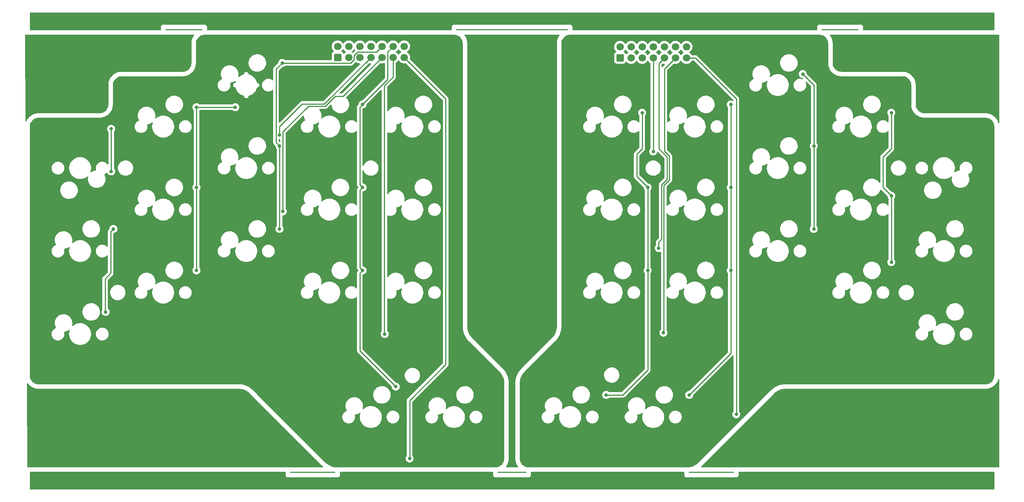
<source format=gtl>
%TF.GenerationSoftware,KiCad,Pcbnew,(6.0.7-1)-1*%
%TF.CreationDate,2022-08-07T12:05:37+08:00*%
%TF.ProjectId,Input,496e7075-742e-46b6-9963-61645f706362,2*%
%TF.SameCoordinates,PX7616b68PY48ab840*%
%TF.FileFunction,Copper,L1,Top*%
%TF.FilePolarity,Positive*%
%FSLAX46Y46*%
G04 Gerber Fmt 4.6, Leading zero omitted, Abs format (unit mm)*
G04 Created by KiCad (PCBNEW (6.0.7-1)-1) date 2022-08-07 12:05:37*
%MOMM*%
%LPD*%
G01*
G04 APERTURE LIST*
G04 Aperture macros list*
%AMRoundRect*
0 Rectangle with rounded corners*
0 $1 Rounding radius*
0 $2 $3 $4 $5 $6 $7 $8 $9 X,Y pos of 4 corners*
0 Add a 4 corners polygon primitive as box body*
4,1,4,$2,$3,$4,$5,$6,$7,$8,$9,$2,$3,0*
0 Add four circle primitives for the rounded corners*
1,1,$1+$1,$2,$3*
1,1,$1+$1,$4,$5*
1,1,$1+$1,$6,$7*
1,1,$1+$1,$8,$9*
0 Add four rect primitives between the rounded corners*
20,1,$1+$1,$2,$3,$4,$5,0*
20,1,$1+$1,$4,$5,$6,$7,0*
20,1,$1+$1,$6,$7,$8,$9,0*
20,1,$1+$1,$8,$9,$2,$3,0*%
G04 Aperture macros list end*
%TA.AperFunction,ComponentPad*%
%ADD10RoundRect,0.250000X0.600000X-0.600000X0.600000X0.600000X-0.600000X0.600000X-0.600000X-0.600000X0*%
%TD*%
%TA.AperFunction,ComponentPad*%
%ADD11C,1.700000*%
%TD*%
%TA.AperFunction,ViaPad*%
%ADD12C,0.800000*%
%TD*%
%TA.AperFunction,Conductor*%
%ADD13C,0.250000*%
%TD*%
G04 APERTURE END LIST*
D10*
%TO.P,J1,1,Pin_1*%
%TO.N,VCC*%
X-7620000Y25400000D03*
D11*
%TO.P,J1,2,Pin_2*%
%TO.N,GND*%
X-7620000Y27940000D03*
%TO.P,J1,3,Pin_3*%
%TO.N,unconnected-(J1-Pad3)*%
X-5080000Y25400000D03*
%TO.P,J1,4,Pin_4*%
%TO.N,unconnected-(J1-Pad4)*%
X-5080000Y27940000D03*
%TO.P,J1,5,Pin_5*%
%TO.N,unconnected-(J1-Pad5)*%
X-2540000Y25400000D03*
%TO.P,J1,6,Pin_6*%
%TO.N,Col2*%
X-2540000Y27940000D03*
%TO.P,J1,7,Pin_7*%
%TO.N,Row3*%
X0Y25400000D03*
%TO.P,J1,8,Pin_8*%
%TO.N,Col3*%
X0Y27940000D03*
%TO.P,J1,9,Pin_9*%
%TO.N,Row4*%
X2540000Y25400000D03*
%TO.P,J1,10,Pin_10*%
%TO.N,Col4*%
X2540000Y27940000D03*
%TO.P,J1,11,Pin_11*%
%TO.N,Row5*%
X5080000Y25400000D03*
%TO.P,J1,12,Pin_12*%
%TO.N,Col5*%
X5080000Y27940000D03*
%TO.P,J1,13,Pin_13*%
%TO.N,Row6*%
X7620000Y25400000D03*
%TO.P,J1,14,Pin_14*%
%TO.N,Col6*%
X7620000Y27940000D03*
%TD*%
D10*
%TO.P,J2,1,Pin_1*%
%TO.N,VCC*%
X57150000Y25282500D03*
D11*
%TO.P,J2,2,Pin_2*%
%TO.N,GND*%
X57150000Y27822500D03*
%TO.P,J2,3,Pin_3*%
%TO.N,unconnected-(J2-Pad3)*%
X59690000Y25282500D03*
%TO.P,J2,4,Pin_4*%
%TO.N,Col7*%
X59690000Y27822500D03*
%TO.P,J2,5,Pin_5*%
%TO.N,unconnected-(J2-Pad5)*%
X62230000Y25282500D03*
%TO.P,J2,6,Pin_6*%
%TO.N,Col8*%
X62230000Y27822500D03*
%TO.P,J2,7,Pin_7*%
%TO.N,Row3'*%
X64770000Y25282500D03*
%TO.P,J2,8,Pin_8*%
%TO.N,Col9*%
X64770000Y27822500D03*
%TO.P,J2,9,Pin_9*%
%TO.N,Row4'*%
X67310000Y25282500D03*
%TO.P,J2,10,Pin_10*%
%TO.N,Col10*%
X67310000Y27822500D03*
%TO.P,J2,11,Pin_11*%
%TO.N,Row5'*%
X69850000Y25282500D03*
%TO.P,J2,12,Pin_12*%
%TO.N,Col11*%
X69850000Y27822500D03*
%TO.P,J2,13,Pin_13*%
%TO.N,Row6'*%
X72390000Y25282500D03*
%TO.P,J2,14,Pin_14*%
%TO.N,unconnected-(J2-Pad14)*%
X72390000Y27822500D03*
%TD*%
D12*
%TO.N,Col3*%
X-31115000Y13970000D03*
X-40005000Y13970000D03*
X-40005000Y-4445000D03*
X-40005000Y-23495000D03*
%TO.N,Col2*%
X-59055000Y-13970000D03*
X-59563000Y-762000D03*
X-59563000Y9017000D03*
X-60833000Y-33020000D03*
%TO.N,Row3*%
X-20955000Y7620000D03*
%TO.N,Row4*%
X-20176500Y-9933924D03*
%TO.N,Row5*%
X3175000Y-38100000D03*
%TO.N,Row6*%
X8890000Y-66675000D03*
%TO.N,Col5*%
X-1905000Y14605000D03*
X-1905000Y-4445000D03*
X5715000Y-50165000D03*
X-1905000Y-23495000D03*
%TO.N,Col4*%
X-20955000Y5080000D03*
X-20955000Y-13970000D03*
X-20320000Y24130000D03*
%TO.N,Col7*%
X62230000Y12700000D03*
X63500000Y-4445000D03*
X63500000Y-23495000D03*
X53975000Y-52070000D03*
%TO.N,Col8*%
X82550000Y-4445000D03*
X82550000Y-23495000D03*
X82550000Y14605000D03*
X73025000Y-52070000D03*
%TO.N,Col9*%
X101600000Y-13970000D03*
X99060000Y21590000D03*
X101600000Y5080000D03*
%TO.N,Col10*%
X119379999Y-21590000D03*
X119380000Y12700000D03*
X119380000Y-6350000D03*
%TO.N,Row3'*%
X64770000Y3810000D03*
%TO.N,Row4'*%
X66027999Y-18379836D03*
%TO.N,Row5'*%
X67111499Y-37776314D03*
%TO.N,Row6'*%
X83820000Y-56515000D03*
%TD*%
D13*
%TO.N,Col3*%
X-31115000Y13970000D02*
X-40005000Y13970000D01*
X-40005000Y-4445000D02*
X-40005000Y-23495000D01*
X-40005000Y13970000D02*
X-40005000Y-4445000D01*
%TO.N,Col2*%
X-60960000Y-25400000D02*
X-60960000Y-32893000D01*
X-59664001Y-24104001D02*
X-60960000Y-25400000D01*
X-60960000Y-32893000D02*
X-60833000Y-33020000D01*
X-59563000Y-762000D02*
X-59563000Y9017000D01*
X-59055000Y-13970000D02*
X-59664001Y-14579001D01*
X-59664001Y-14579001D02*
X-59664001Y-24104001D01*
%TO.N,Row3*%
X-10683349Y14716651D02*
X-15763349Y14716651D01*
X-15763349Y14716651D02*
X-20955000Y9525000D01*
X-20955000Y9525000D02*
X-20955000Y7620000D01*
X0Y25400000D02*
X-10683349Y14716651D01*
%TO.N,Row4*%
X-10474792Y14213150D02*
X-14284792Y14213150D01*
X2540000Y25400000D02*
X-6379999Y16480001D01*
X-20176500Y8321442D02*
X-20176500Y-9933924D01*
X-8207941Y16480001D02*
X-10474792Y14213150D01*
X-6379999Y16480001D02*
X-8207941Y16480001D01*
X-14284792Y14213150D02*
X-20176500Y8321442D01*
%TO.N,Row5*%
X3119999Y18917941D02*
X3119999Y-38044999D01*
X5080000Y20877942D02*
X3119999Y18917941D01*
X5080000Y25400000D02*
X5080000Y20877942D01*
X3119999Y-38044999D02*
X3175000Y-38100000D01*
%TO.N,Row6*%
X17145000Y15875000D02*
X17145000Y-45085000D01*
X17145000Y-45085000D02*
X8890000Y-53340000D01*
X8890000Y-53340000D02*
X8890000Y-66675000D01*
X7620000Y25400000D02*
X17145000Y15875000D01*
%TO.N,Col5*%
X-1905000Y14605000D02*
X-2540000Y13970000D01*
X-2540000Y-22860000D02*
X-1905000Y-23495000D01*
X-1905000Y-4445000D02*
X-2540000Y-5080000D01*
X5080000Y27940000D02*
X3851000Y26711000D01*
X-2540000Y-5080000D02*
X-2540000Y-22860000D01*
X-2540000Y13970000D02*
X-2540000Y-3810000D01*
X-2540000Y-41910000D02*
X5715000Y-50165000D01*
X3851000Y26711000D02*
X3851000Y20361000D01*
X-1905000Y-23495000D02*
X-2540000Y-24130000D01*
X3851000Y20361000D02*
X-1905000Y14605000D01*
X-2540000Y-3810000D02*
X-1905000Y-4445000D01*
X-2540000Y-24130000D02*
X-2540000Y-41910000D01*
%TO.N,Col4*%
X1270000Y26670000D02*
X-3008069Y26670000D01*
X-3851000Y24890931D02*
X-4611931Y24130000D01*
X-3008069Y26670000D02*
X-3851000Y25827069D01*
X-3851000Y25827069D02*
X-3851000Y24890931D01*
X-20955000Y5080000D02*
X-21733500Y5858500D01*
X2540000Y27940000D02*
X1270000Y26670000D01*
X-21733500Y22716500D02*
X-20320000Y24130000D01*
X-4611931Y24130000D02*
X-20320000Y24130000D01*
X-20955000Y5080000D02*
X-20955000Y-13970000D01*
X-21733500Y5858500D02*
X-21733500Y22716500D01*
%TO.N,Col7*%
X57785000Y-52070000D02*
X53975000Y-52070000D01*
X60960000Y3147499D02*
X62230000Y4417499D01*
X63500000Y-23495000D02*
X63500000Y-46355000D01*
X60960000Y-1905000D02*
X60960000Y3147499D01*
X63500000Y-46355000D02*
X57785000Y-52070000D01*
X63500000Y-4445000D02*
X60960000Y-1905000D01*
X62230000Y4417499D02*
X62230000Y12700000D01*
X63500000Y-4445000D02*
X63500000Y-23495000D01*
%TO.N,Col8*%
X82550000Y-42545000D02*
X73025000Y-52070000D01*
X82550000Y14605000D02*
X82550000Y-4445000D01*
X82550000Y-23495000D02*
X82550000Y-42545000D01*
X82550000Y-4445000D02*
X82550000Y-23495000D01*
%TO.N,Col9*%
X101600000Y5080000D02*
X101600000Y-13970000D01*
X101600000Y5080000D02*
X101600000Y19050000D01*
X101600000Y19050000D02*
X99060000Y21590000D01*
%TO.N,Col10*%
X119380000Y4445000D02*
X117475000Y2540000D01*
X117475000Y2540000D02*
X117475000Y-4445000D01*
X119380000Y-6350000D02*
X119379999Y-21590000D01*
X119380000Y12700000D02*
X119380000Y4445000D01*
X117475000Y-4445000D02*
X119380000Y-6350000D01*
%TO.N,Row3'*%
X64770000Y25282500D02*
X64770000Y3810000D01*
%TO.N,Row4'*%
X67945000Y-2540000D02*
X66672885Y-3812115D01*
X66027999Y-17002885D02*
X66027999Y-18379836D01*
X66040000Y24012500D02*
X66040000Y4445000D01*
X66672885Y-3812115D02*
X66672885Y-16357999D01*
X66672885Y-16357999D02*
X66027999Y-17002885D01*
X67945000Y2540000D02*
X67945000Y-2540000D01*
X66040000Y4445000D02*
X67945000Y2540000D01*
X67310000Y25282500D02*
X66040000Y24012500D01*
%TO.N,Row5'*%
X67203066Y-37684747D02*
X67111499Y-37776314D01*
X67310000Y3887058D02*
X68448501Y2748557D01*
X67310000Y22742500D02*
X67310000Y3887058D01*
X69850000Y25282500D02*
X67310000Y22742500D01*
X68448501Y2748557D02*
X68448501Y-2748557D01*
X68448501Y-2748557D02*
X67203066Y-3993992D01*
X67203066Y-3993992D02*
X67203066Y-37684747D01*
%TO.N,Row6'*%
X72390000Y25282500D02*
X74412500Y25282500D01*
X83820000Y15875000D02*
X83820000Y-56515000D01*
X74412500Y25282500D02*
X83820000Y15875000D01*
%TD*%
%TA.AperFunction,NonConductor*%
G36*
X111828621Y31856498D02*
G01*
X111875114Y31802842D01*
X111886500Y31750500D01*
X111886500Y31749500D01*
X111866498Y31681379D01*
X111812842Y31634886D01*
X111760500Y31623500D01*
X103504500Y31623500D01*
X103436379Y31643502D01*
X103389886Y31697158D01*
X103378500Y31749500D01*
X103378500Y31750500D01*
X103398502Y31818621D01*
X103452158Y31865114D01*
X103504500Y31876500D01*
X111760500Y31876500D01*
X111828621Y31856498D01*
G37*
%TD.AperFunction*%
%TA.AperFunction,NonConductor*%
G36*
X45153621Y31856498D02*
G01*
X45200114Y31802842D01*
X45211500Y31750500D01*
X45211500Y31749500D01*
X45191498Y31681379D01*
X45137842Y31634886D01*
X45085500Y31623500D01*
X19684500Y31623500D01*
X19616379Y31643502D01*
X19569886Y31697158D01*
X19558500Y31749500D01*
X19558500Y31750500D01*
X19578502Y31818621D01*
X19632158Y31865114D01*
X19684500Y31876500D01*
X45085500Y31876500D01*
X45153621Y31856498D01*
G37*
%TD.AperFunction*%
%TA.AperFunction,NonConductor*%
G36*
X-38666379Y31856498D02*
G01*
X-38619886Y31802842D01*
X-38608500Y31750500D01*
X-38608500Y31749500D01*
X-38628502Y31681379D01*
X-38682158Y31634886D01*
X-38734500Y31623500D01*
X-46990500Y31623500D01*
X-47058621Y31643502D01*
X-47105114Y31697158D01*
X-47116500Y31749500D01*
X-47116500Y31750500D01*
X-47096498Y31818621D01*
X-47042842Y31865114D01*
X-46990500Y31876500D01*
X-38734500Y31876500D01*
X-38666379Y31856498D01*
G37*
%TD.AperFunction*%
%TA.AperFunction,NonConductor*%
G36*
X142943621Y35666498D02*
G01*
X142990114Y35612842D01*
X143001500Y35560500D01*
X143001500Y31749500D01*
X142981498Y31681379D01*
X142927842Y31634886D01*
X142875500Y31623500D01*
X113029500Y31623500D01*
X112961379Y31643502D01*
X112914886Y31697158D01*
X112903500Y31749500D01*
X112903500Y32376377D01*
X112903502Y32377147D01*
X112903800Y32425898D01*
X112903976Y32454721D01*
X112895850Y32483153D01*
X112892272Y32499915D01*
X112889352Y32520302D01*
X112888080Y32529187D01*
X112877451Y32552564D01*
X112871004Y32570087D01*
X112866416Y32586138D01*
X112863949Y32594771D01*
X112859156Y32602368D01*
X112848170Y32619780D01*
X112840030Y32634865D01*
X112837564Y32640289D01*
X112827792Y32661782D01*
X112811030Y32681235D01*
X112799927Y32696239D01*
X112786224Y32717958D01*
X112779499Y32723897D01*
X112779496Y32723901D01*
X112764062Y32737532D01*
X112752018Y32749724D01*
X112738573Y32765327D01*
X112738570Y32765329D01*
X112732713Y32772127D01*
X112719009Y32781010D01*
X112711165Y32786094D01*
X112696291Y32797385D01*
X112683783Y32808431D01*
X112683782Y32808432D01*
X112677049Y32814378D01*
X112650287Y32826943D01*
X112635309Y32835263D01*
X112618017Y32846471D01*
X112618012Y32846473D01*
X112610485Y32851352D01*
X112601892Y32853922D01*
X112601887Y32853924D01*
X112585880Y32858711D01*
X112568436Y32865372D01*
X112553324Y32872467D01*
X112553322Y32872468D01*
X112545200Y32876281D01*
X112536333Y32877662D01*
X112536332Y32877662D01*
X112525478Y32879352D01*
X112515983Y32880830D01*
X112499268Y32884613D01*
X112479534Y32890515D01*
X112479528Y32890516D01*
X112470934Y32893086D01*
X112461963Y32893141D01*
X112461962Y32893141D01*
X112451903Y32893202D01*
X112436494Y32893296D01*
X112435711Y32893329D01*
X112434614Y32893500D01*
X112403623Y32893500D01*
X112402853Y32893502D01*
X112329215Y32893952D01*
X112329214Y32893952D01*
X112325279Y32893976D01*
X112323935Y32893592D01*
X112322590Y32893500D01*
X102878623Y32893500D01*
X102877853Y32893502D01*
X102877037Y32893507D01*
X102800279Y32893976D01*
X102777918Y32887585D01*
X102771847Y32885850D01*
X102755085Y32882272D01*
X102725813Y32878080D01*
X102717645Y32874366D01*
X102717644Y32874366D01*
X102702438Y32867452D01*
X102684914Y32861004D01*
X102660229Y32853949D01*
X102652635Y32849157D01*
X102652632Y32849156D01*
X102635220Y32838170D01*
X102620137Y32830031D01*
X102593218Y32817792D01*
X102586416Y32811931D01*
X102573765Y32801030D01*
X102558761Y32789927D01*
X102537042Y32776224D01*
X102531103Y32769499D01*
X102531099Y32769496D01*
X102517468Y32754062D01*
X102505276Y32742018D01*
X102489673Y32728573D01*
X102489671Y32728570D01*
X102482873Y32722713D01*
X102477993Y32715184D01*
X102477992Y32715183D01*
X102468906Y32701165D01*
X102457615Y32686291D01*
X102446569Y32673783D01*
X102440622Y32667049D01*
X102434312Y32653609D01*
X102428058Y32640289D01*
X102419737Y32625309D01*
X102408529Y32608017D01*
X102408527Y32608012D01*
X102403648Y32600485D01*
X102401078Y32591892D01*
X102401076Y32591887D01*
X102396289Y32575880D01*
X102389628Y32558436D01*
X102382533Y32543324D01*
X102378719Y32535200D01*
X102377338Y32526333D01*
X102377338Y32526332D01*
X102374170Y32505985D01*
X102370387Y32489268D01*
X102364485Y32469534D01*
X102364484Y32469528D01*
X102361914Y32460934D01*
X102361859Y32451963D01*
X102361859Y32451962D01*
X102361704Y32426503D01*
X102361671Y32425711D01*
X102361500Y32424614D01*
X102361500Y32393623D01*
X102361498Y32392853D01*
X102361024Y32315279D01*
X102361408Y32313935D01*
X102361500Y32312590D01*
X102361500Y31749500D01*
X102341498Y31681379D01*
X102287842Y31634886D01*
X102235500Y31623500D01*
X46354500Y31623500D01*
X46286379Y31643502D01*
X46239886Y31697158D01*
X46228500Y31749500D01*
X46228500Y32376377D01*
X46228502Y32377147D01*
X46228800Y32425898D01*
X46228976Y32454721D01*
X46220850Y32483153D01*
X46217272Y32499915D01*
X46214352Y32520302D01*
X46213080Y32529187D01*
X46202451Y32552564D01*
X46196004Y32570087D01*
X46191416Y32586138D01*
X46188949Y32594771D01*
X46184156Y32602368D01*
X46173170Y32619780D01*
X46165030Y32634865D01*
X46162564Y32640289D01*
X46152792Y32661782D01*
X46136030Y32681235D01*
X46124927Y32696239D01*
X46111224Y32717958D01*
X46104499Y32723897D01*
X46104496Y32723901D01*
X46089062Y32737532D01*
X46077018Y32749724D01*
X46063573Y32765327D01*
X46063570Y32765329D01*
X46057713Y32772127D01*
X46044009Y32781010D01*
X46036165Y32786094D01*
X46021291Y32797385D01*
X46008783Y32808431D01*
X46008782Y32808432D01*
X46002049Y32814378D01*
X45975287Y32826943D01*
X45960309Y32835263D01*
X45943017Y32846471D01*
X45943012Y32846473D01*
X45935485Y32851352D01*
X45926892Y32853922D01*
X45926887Y32853924D01*
X45910880Y32858711D01*
X45893436Y32865372D01*
X45878324Y32872467D01*
X45878322Y32872468D01*
X45870200Y32876281D01*
X45861333Y32877662D01*
X45861332Y32877662D01*
X45850478Y32879352D01*
X45840983Y32880830D01*
X45824268Y32884613D01*
X45804534Y32890515D01*
X45804528Y32890516D01*
X45795934Y32893086D01*
X45786963Y32893141D01*
X45786962Y32893141D01*
X45776903Y32893202D01*
X45761494Y32893296D01*
X45760711Y32893329D01*
X45759614Y32893500D01*
X45728623Y32893500D01*
X45727853Y32893502D01*
X45654215Y32893952D01*
X45654214Y32893952D01*
X45650279Y32893976D01*
X45648935Y32893592D01*
X45647590Y32893500D01*
X19058623Y32893500D01*
X19057853Y32893502D01*
X19057037Y32893507D01*
X18980279Y32893976D01*
X18957918Y32887585D01*
X18951847Y32885850D01*
X18935085Y32882272D01*
X18905813Y32878080D01*
X18897645Y32874366D01*
X18897644Y32874366D01*
X18882438Y32867452D01*
X18864914Y32861004D01*
X18840229Y32853949D01*
X18832635Y32849157D01*
X18832632Y32849156D01*
X18815220Y32838170D01*
X18800137Y32830031D01*
X18773218Y32817792D01*
X18766416Y32811931D01*
X18753765Y32801030D01*
X18738761Y32789927D01*
X18717042Y32776224D01*
X18711103Y32769499D01*
X18711099Y32769496D01*
X18697468Y32754062D01*
X18685276Y32742018D01*
X18669673Y32728573D01*
X18669671Y32728570D01*
X18662873Y32722713D01*
X18657993Y32715184D01*
X18657992Y32715183D01*
X18648906Y32701165D01*
X18637615Y32686291D01*
X18626569Y32673783D01*
X18620622Y32667049D01*
X18614312Y32653609D01*
X18608058Y32640289D01*
X18599737Y32625309D01*
X18588529Y32608017D01*
X18588527Y32608012D01*
X18583648Y32600485D01*
X18581078Y32591892D01*
X18581076Y32591887D01*
X18576289Y32575880D01*
X18569628Y32558436D01*
X18562533Y32543324D01*
X18558719Y32535200D01*
X18557338Y32526333D01*
X18557338Y32526332D01*
X18554170Y32505985D01*
X18550387Y32489268D01*
X18544485Y32469534D01*
X18544484Y32469528D01*
X18541914Y32460934D01*
X18541859Y32451963D01*
X18541859Y32451962D01*
X18541704Y32426503D01*
X18541671Y32425711D01*
X18541500Y32424614D01*
X18541500Y32393623D01*
X18541498Y32392853D01*
X18541024Y32315279D01*
X18541408Y32313935D01*
X18541500Y32312590D01*
X18541500Y31749500D01*
X18521498Y31681379D01*
X18467842Y31634886D01*
X18415500Y31623500D01*
X-37465500Y31623500D01*
X-37533621Y31643502D01*
X-37580114Y31697158D01*
X-37591500Y31749500D01*
X-37591500Y32376377D01*
X-37591498Y32377147D01*
X-37591200Y32425898D01*
X-37591024Y32454721D01*
X-37599150Y32483153D01*
X-37602728Y32499915D01*
X-37605648Y32520302D01*
X-37606920Y32529187D01*
X-37617549Y32552564D01*
X-37623996Y32570087D01*
X-37628584Y32586138D01*
X-37631051Y32594771D01*
X-37635844Y32602368D01*
X-37646830Y32619780D01*
X-37654970Y32634865D01*
X-37657436Y32640289D01*
X-37667208Y32661782D01*
X-37683970Y32681235D01*
X-37695073Y32696239D01*
X-37708776Y32717958D01*
X-37715501Y32723897D01*
X-37715504Y32723901D01*
X-37730938Y32737532D01*
X-37742982Y32749724D01*
X-37756427Y32765327D01*
X-37756430Y32765329D01*
X-37762287Y32772127D01*
X-37775991Y32781010D01*
X-37783835Y32786094D01*
X-37798709Y32797385D01*
X-37811217Y32808431D01*
X-37811218Y32808432D01*
X-37817951Y32814378D01*
X-37844713Y32826943D01*
X-37859691Y32835263D01*
X-37876983Y32846471D01*
X-37876988Y32846473D01*
X-37884515Y32851352D01*
X-37893108Y32853922D01*
X-37893113Y32853924D01*
X-37909120Y32858711D01*
X-37926564Y32865372D01*
X-37941676Y32872467D01*
X-37941678Y32872468D01*
X-37949800Y32876281D01*
X-37958667Y32877662D01*
X-37958668Y32877662D01*
X-37969522Y32879352D01*
X-37979017Y32880830D01*
X-37995732Y32884613D01*
X-38015466Y32890515D01*
X-38015472Y32890516D01*
X-38024066Y32893086D01*
X-38033037Y32893141D01*
X-38033038Y32893141D01*
X-38043097Y32893202D01*
X-38058506Y32893296D01*
X-38059289Y32893329D01*
X-38060386Y32893500D01*
X-38091377Y32893500D01*
X-38092147Y32893502D01*
X-38165785Y32893952D01*
X-38165786Y32893952D01*
X-38169721Y32893976D01*
X-38171065Y32893592D01*
X-38172410Y32893500D01*
X-47616377Y32893500D01*
X-47617147Y32893502D01*
X-47617963Y32893507D01*
X-47694721Y32893976D01*
X-47717082Y32887585D01*
X-47723153Y32885850D01*
X-47739915Y32882272D01*
X-47769187Y32878080D01*
X-47777355Y32874366D01*
X-47777356Y32874366D01*
X-47792562Y32867452D01*
X-47810086Y32861004D01*
X-47834771Y32853949D01*
X-47842365Y32849157D01*
X-47842368Y32849156D01*
X-47859780Y32838170D01*
X-47874863Y32830031D01*
X-47901782Y32817792D01*
X-47908584Y32811931D01*
X-47921235Y32801030D01*
X-47936239Y32789927D01*
X-47957958Y32776224D01*
X-47963897Y32769499D01*
X-47963901Y32769496D01*
X-47977532Y32754062D01*
X-47989724Y32742018D01*
X-48005327Y32728573D01*
X-48005329Y32728570D01*
X-48012127Y32722713D01*
X-48017007Y32715184D01*
X-48017008Y32715183D01*
X-48026094Y32701165D01*
X-48037385Y32686291D01*
X-48048431Y32673783D01*
X-48054378Y32667049D01*
X-48060688Y32653609D01*
X-48066942Y32640289D01*
X-48075263Y32625309D01*
X-48086471Y32608017D01*
X-48086473Y32608012D01*
X-48091352Y32600485D01*
X-48093922Y32591892D01*
X-48093924Y32591887D01*
X-48098711Y32575880D01*
X-48105372Y32558436D01*
X-48112467Y32543324D01*
X-48116281Y32535200D01*
X-48117662Y32526333D01*
X-48117662Y32526332D01*
X-48120830Y32505985D01*
X-48124613Y32489268D01*
X-48130515Y32469534D01*
X-48130516Y32469528D01*
X-48133086Y32460934D01*
X-48133141Y32451963D01*
X-48133141Y32451962D01*
X-48133296Y32426503D01*
X-48133329Y32425711D01*
X-48133500Y32424614D01*
X-48133500Y32393623D01*
X-48133502Y32392853D01*
X-48133976Y32315279D01*
X-48133592Y32313935D01*
X-48133500Y32312590D01*
X-48133500Y31749500D01*
X-48153502Y31681379D01*
X-48207158Y31634886D01*
X-48259500Y31623500D01*
X-78105500Y31623500D01*
X-78173621Y31643502D01*
X-78220114Y31697158D01*
X-78231500Y31749500D01*
X-78231500Y35560500D01*
X-78211498Y35628621D01*
X-78157842Y35675114D01*
X-78105500Y35686500D01*
X142875500Y35686500D01*
X142943621Y35666498D01*
G37*
%TD.AperFunction*%
%TA.AperFunction,NonConductor*%
G36*
X-78747853Y30606498D02*
G01*
X-78674215Y30606048D01*
X-78674214Y30606048D01*
X-78670279Y30606024D01*
X-78668935Y30606408D01*
X-78667590Y30606500D01*
X-47633623Y30606500D01*
X-47632853Y30606498D01*
X-47559215Y30606048D01*
X-47559214Y30606048D01*
X-47555279Y30606024D01*
X-47553935Y30606408D01*
X-47552590Y30606500D01*
X-40641775Y30606500D01*
X-40573654Y30586498D01*
X-40527161Y30532842D01*
X-40517057Y30462568D01*
X-40543855Y30401206D01*
X-40569673Y30369323D01*
X-40743702Y30101342D01*
X-40888766Y29816638D01*
X-41003275Y29518331D01*
X-41085976Y29209689D01*
X-41086491Y29206439D01*
X-41086492Y29206433D01*
X-41122611Y28978382D01*
X-41135961Y28894092D01*
X-41136133Y28890809D01*
X-41136134Y28890800D01*
X-41151340Y28600640D01*
X-41152293Y28591461D01*
X-41152309Y28590150D01*
X-41153691Y28581276D01*
X-41152526Y28572370D01*
X-41149564Y28549717D01*
X-41148500Y28533379D01*
X-41148500Y24179367D01*
X-41150000Y24159982D01*
X-41152310Y24145149D01*
X-41152310Y24145145D01*
X-41153691Y24136276D01*
X-41152527Y24127374D01*
X-41152527Y24127371D01*
X-41151561Y24119988D01*
X-41150767Y24095409D01*
X-41165340Y23873078D01*
X-41167491Y23856738D01*
X-41185534Y23766027D01*
X-41214298Y23621420D01*
X-41216111Y23612307D01*
X-41220375Y23596394D01*
X-41298785Y23365404D01*
X-41300484Y23360400D01*
X-41306791Y23345174D01*
X-41417016Y23121658D01*
X-41425257Y23107384D01*
X-41563713Y22900171D01*
X-41573746Y22887095D01*
X-41738068Y22699722D01*
X-41749722Y22688068D01*
X-41937095Y22523746D01*
X-41950171Y22513713D01*
X-42157384Y22375257D01*
X-42171658Y22367016D01*
X-42395174Y22256791D01*
X-42410398Y22250485D01*
X-42646394Y22170375D01*
X-42662304Y22166112D01*
X-42784523Y22141801D01*
X-42906738Y22117491D01*
X-42923078Y22115340D01*
X-43071866Y22105587D01*
X-43138237Y22101237D01*
X-43161350Y22102267D01*
X-43164854Y22102310D01*
X-43173724Y22103691D01*
X-43182626Y22102527D01*
X-43182628Y22102527D01*
X-43196085Y22100767D01*
X-43205286Y22099564D01*
X-43221621Y22098500D01*
X-57096750Y22098500D01*
X-57117655Y22100246D01*
X-57132656Y22102770D01*
X-57132659Y22102770D01*
X-57137448Y22103576D01*
X-57143525Y22103650D01*
X-57145135Y22103670D01*
X-57145139Y22103670D01*
X-57150000Y22103729D01*
X-57154815Y22103040D01*
X-57154823Y22103039D01*
X-57155904Y22102884D01*
X-57167170Y22101784D01*
X-57229837Y22098500D01*
X-57465799Y22086134D01*
X-57465807Y22086133D01*
X-57469092Y22085961D01*
X-57525121Y22077087D01*
X-57781433Y22036492D01*
X-57781439Y22036491D01*
X-57784689Y22035976D01*
X-58093331Y21953275D01*
X-58391638Y21838766D01*
X-58676342Y21693702D01*
X-58944323Y21519673D01*
X-58946889Y21517595D01*
X-59166138Y21340050D01*
X-59192644Y21318586D01*
X-59418586Y21092644D01*
X-59420658Y21090086D01*
X-59420661Y21090082D01*
X-59563443Y20913761D01*
X-59619673Y20844323D01*
X-59793702Y20576342D01*
X-59938766Y20291638D01*
X-60003251Y20123648D01*
X-60046950Y20009807D01*
X-60053275Y19993331D01*
X-60135976Y19684689D01*
X-60136491Y19681439D01*
X-60136492Y19681433D01*
X-60162207Y19519072D01*
X-60185961Y19369092D01*
X-60186133Y19365809D01*
X-60186134Y19365800D01*
X-60201340Y19075640D01*
X-60202293Y19066461D01*
X-60202309Y19065150D01*
X-60203691Y19056276D01*
X-60202526Y19047370D01*
X-60199564Y19024717D01*
X-60198500Y19008379D01*
X-60198500Y14654367D01*
X-60200000Y14634982D01*
X-60202310Y14620149D01*
X-60202310Y14620145D01*
X-60203691Y14611276D01*
X-60202527Y14602374D01*
X-60202527Y14602371D01*
X-60201561Y14594988D01*
X-60200767Y14570409D01*
X-60215340Y14348078D01*
X-60217491Y14331738D01*
X-60223545Y14301301D01*
X-60244215Y14197384D01*
X-60266111Y14087307D01*
X-60270375Y14071394D01*
X-60348785Y13840404D01*
X-60350484Y13835400D01*
X-60356791Y13820174D01*
X-60467016Y13596658D01*
X-60475257Y13582384D01*
X-60613713Y13375171D01*
X-60623746Y13362095D01*
X-60788068Y13174722D01*
X-60799722Y13163068D01*
X-60987095Y12998746D01*
X-61000171Y12988713D01*
X-61207384Y12850257D01*
X-61221658Y12842016D01*
X-61445174Y12731791D01*
X-61460398Y12725485D01*
X-61696394Y12645375D01*
X-61712304Y12641112D01*
X-61834523Y12616801D01*
X-61956738Y12592491D01*
X-61973078Y12590340D01*
X-62121866Y12580587D01*
X-62188237Y12576237D01*
X-62211350Y12577267D01*
X-62214854Y12577310D01*
X-62223724Y12578691D01*
X-62232626Y12577527D01*
X-62232628Y12577527D01*
X-62246085Y12575767D01*
X-62255286Y12574564D01*
X-62271621Y12573500D01*
X-76146750Y12573500D01*
X-76167655Y12575246D01*
X-76182656Y12577770D01*
X-76182659Y12577770D01*
X-76187448Y12578576D01*
X-76193525Y12578650D01*
X-76195135Y12578670D01*
X-76195139Y12578670D01*
X-76200000Y12578729D01*
X-76204815Y12578040D01*
X-76204823Y12578039D01*
X-76205904Y12577884D01*
X-76217170Y12576784D01*
X-76279837Y12573500D01*
X-76515799Y12561134D01*
X-76515807Y12561133D01*
X-76519092Y12560961D01*
X-76575121Y12552087D01*
X-76831433Y12511492D01*
X-76831439Y12511491D01*
X-76834689Y12510976D01*
X-77143331Y12428275D01*
X-77441638Y12313766D01*
X-77726342Y12168702D01*
X-77994323Y11994673D01*
X-77996889Y11992595D01*
X-78216138Y11815050D01*
X-78242644Y11793586D01*
X-78468586Y11567644D01*
X-78470658Y11565086D01*
X-78470661Y11565082D01*
X-78492989Y11537509D01*
X-78669673Y11319323D01*
X-78843702Y11051342D01*
X-78988766Y10766638D01*
X-78990206Y10767372D01*
X-79032037Y10718092D01*
X-79099951Y10697398D01*
X-79168272Y10716705D01*
X-79215308Y10769885D01*
X-79227231Y10822675D01*
X-79338919Y30479784D01*
X-79319304Y30548017D01*
X-79265914Y30594814D01*
X-79212921Y30606500D01*
X-78748623Y30606500D01*
X-78747853Y30606498D01*
G37*
%TD.AperFunction*%
%TA.AperFunction,NonConductor*%
G36*
X112387147Y30606498D02*
G01*
X112460785Y30606048D01*
X112460786Y30606048D01*
X112464721Y30606024D01*
X112466065Y30606408D01*
X112467410Y30606500D01*
X143501377Y30606500D01*
X143502147Y30606498D01*
X143575785Y30606048D01*
X143575786Y30606048D01*
X143579721Y30606024D01*
X143581065Y30606408D01*
X143582410Y30606500D01*
X144019000Y30606500D01*
X144087121Y30586498D01*
X144133614Y30532842D01*
X144145000Y30480500D01*
X144145000Y10411306D01*
X144124998Y10343185D01*
X144071342Y10296692D01*
X144001068Y10286588D01*
X143936488Y10316082D01*
X143897293Y10378695D01*
X143888555Y10411306D01*
X143873275Y10468331D01*
X143866951Y10484807D01*
X143800168Y10658781D01*
X143758766Y10766638D01*
X143613702Y11051342D01*
X143439673Y11319323D01*
X143262989Y11537509D01*
X143240661Y11565082D01*
X143240658Y11565086D01*
X143238586Y11567644D01*
X143012644Y11793586D01*
X142986139Y11815050D01*
X142766889Y11992595D01*
X142764323Y11994673D01*
X142496342Y12168702D01*
X142211638Y12313766D01*
X141913331Y12428275D01*
X141604689Y12510976D01*
X141601439Y12511491D01*
X141601433Y12511492D01*
X141345121Y12552087D01*
X141289092Y12560961D01*
X141285809Y12561133D01*
X141285800Y12561134D01*
X141141247Y12568709D01*
X141003128Y12575948D01*
X140988817Y12577522D01*
X140988787Y12577527D01*
X140982552Y12578576D01*
X140976276Y12578652D01*
X140974860Y12578670D01*
X140974857Y12578670D01*
X140970000Y12578729D01*
X140952599Y12576237D01*
X140942376Y12574773D01*
X140924514Y12573500D01*
X127049367Y12573500D01*
X127029982Y12575000D01*
X127015149Y12577310D01*
X127015145Y12577310D01*
X127006276Y12578691D01*
X126997374Y12577527D01*
X126997371Y12577527D01*
X126989988Y12576561D01*
X126965409Y12575767D01*
X126920799Y12578691D01*
X126743078Y12590340D01*
X126726738Y12592491D01*
X126604523Y12616801D01*
X126482304Y12641112D01*
X126466394Y12645375D01*
X126230398Y12725485D01*
X126215174Y12731791D01*
X125991658Y12842016D01*
X125977384Y12850257D01*
X125770171Y12988713D01*
X125757095Y12998746D01*
X125569722Y13163068D01*
X125558068Y13174722D01*
X125393746Y13362095D01*
X125383713Y13375171D01*
X125245257Y13582384D01*
X125237016Y13596658D01*
X125126791Y13820174D01*
X125120484Y13835400D01*
X125118785Y13840404D01*
X125040375Y14071394D01*
X125036111Y14087307D01*
X125014216Y14197384D01*
X124993545Y14301301D01*
X124987491Y14331738D01*
X124985340Y14348078D01*
X124971476Y14559593D01*
X124972650Y14582768D01*
X124972334Y14582796D01*
X124972770Y14587656D01*
X124973576Y14592448D01*
X124973729Y14605000D01*
X124969773Y14632624D01*
X124968500Y14650486D01*
X124968500Y18996750D01*
X124970246Y19017655D01*
X124972770Y19032656D01*
X124972770Y19032659D01*
X124973576Y19037448D01*
X124973729Y19050000D01*
X124973039Y19054816D01*
X124973039Y19054823D01*
X124972884Y19055904D01*
X124971784Y19067173D01*
X124971678Y19069208D01*
X124964774Y19200932D01*
X124956134Y19365799D01*
X124956133Y19365807D01*
X124955961Y19369092D01*
X124932207Y19519072D01*
X124906492Y19681433D01*
X124906491Y19681439D01*
X124905976Y19684689D01*
X124823275Y19993331D01*
X124816951Y20009807D01*
X124773251Y20123648D01*
X124708766Y20291638D01*
X124563702Y20576342D01*
X124389673Y20844323D01*
X124333443Y20913761D01*
X124190661Y21090082D01*
X124190658Y21090086D01*
X124188586Y21092644D01*
X123962644Y21318586D01*
X123936139Y21340050D01*
X123716889Y21517595D01*
X123714323Y21519673D01*
X123446342Y21693702D01*
X123161638Y21838766D01*
X122863331Y21953275D01*
X122554689Y22035976D01*
X122551439Y22036491D01*
X122551433Y22036492D01*
X122295121Y22077087D01*
X122239092Y22085961D01*
X122235809Y22086133D01*
X122235800Y22086134D01*
X122091247Y22093709D01*
X121953128Y22100948D01*
X121938817Y22102522D01*
X121938787Y22102527D01*
X121932552Y22103576D01*
X121926276Y22103652D01*
X121924860Y22103670D01*
X121924857Y22103670D01*
X121920000Y22103729D01*
X121902599Y22101237D01*
X121892376Y22099773D01*
X121874514Y22098500D01*
X107999367Y22098500D01*
X107979982Y22100000D01*
X107965149Y22102310D01*
X107965145Y22102310D01*
X107956276Y22103691D01*
X107947374Y22102527D01*
X107947371Y22102527D01*
X107939988Y22101561D01*
X107915409Y22100767D01*
X107870799Y22103691D01*
X107693078Y22115340D01*
X107676738Y22117491D01*
X107554523Y22141801D01*
X107432304Y22166112D01*
X107416394Y22170375D01*
X107180398Y22250485D01*
X107165174Y22256791D01*
X106941658Y22367016D01*
X106927384Y22375257D01*
X106720171Y22513713D01*
X106707095Y22523746D01*
X106519722Y22688068D01*
X106508068Y22699722D01*
X106343746Y22887095D01*
X106333713Y22900171D01*
X106195257Y23107384D01*
X106187016Y23121658D01*
X106076791Y23345174D01*
X106070484Y23360400D01*
X106068785Y23365404D01*
X105990375Y23596394D01*
X105986111Y23612307D01*
X105984299Y23621420D01*
X105955534Y23766027D01*
X105937491Y23856738D01*
X105935340Y23873078D01*
X105921476Y24084593D01*
X105922650Y24107768D01*
X105922334Y24107796D01*
X105922770Y24112656D01*
X105923576Y24117448D01*
X105923729Y24130000D01*
X105919773Y24157624D01*
X105918500Y24175486D01*
X105918500Y28521750D01*
X105920246Y28542655D01*
X105922770Y28557656D01*
X105922770Y28557659D01*
X105923576Y28562448D01*
X105923729Y28575000D01*
X105923039Y28579816D01*
X105923039Y28579823D01*
X105922884Y28580904D01*
X105921784Y28592173D01*
X105921678Y28594208D01*
X105911228Y28793597D01*
X105906134Y28890799D01*
X105906133Y28890807D01*
X105905961Y28894092D01*
X105892611Y28978382D01*
X105856492Y29206433D01*
X105856491Y29206439D01*
X105855976Y29209689D01*
X105773275Y29518331D01*
X105658766Y29816638D01*
X105513702Y30101342D01*
X105339673Y30369323D01*
X105313855Y30401206D01*
X105286529Y30466732D01*
X105298968Y30536630D01*
X105347222Y30588708D01*
X105411775Y30606500D01*
X112386377Y30606500D01*
X112387147Y30606498D01*
G37*
%TD.AperFunction*%
%TA.AperFunction,NonConductor*%
G36*
X58502026Y27147356D02*
G01*
X58529875Y27115506D01*
X58589987Y27017412D01*
X58736250Y26848562D01*
X58844233Y26758913D01*
X58902352Y26710662D01*
X58908126Y26705868D01*
X58972582Y26668203D01*
X58981445Y26663024D01*
X59030169Y26611386D01*
X59043240Y26541603D01*
X59016509Y26475831D01*
X58976055Y26442473D01*
X58963607Y26435993D01*
X58959474Y26432890D01*
X58959471Y26432888D01*
X58799537Y26312806D01*
X58784965Y26301865D01*
X58693781Y26206446D01*
X58651027Y26161707D01*
X58589503Y26126277D01*
X58518590Y26129734D01*
X58460804Y26170980D01*
X58445833Y26195306D01*
X58443865Y26199506D01*
X58441550Y26206446D01*
X58348478Y26356848D01*
X58223303Y26481805D01*
X58208166Y26491136D01*
X58141549Y26532199D01*
X58072738Y26574615D01*
X58065785Y26576921D01*
X58064904Y26577332D01*
X58011618Y26624248D01*
X57992156Y26692525D01*
X58012696Y26760485D01*
X58030529Y26780656D01*
X58029860Y26781327D01*
X58184435Y26935363D01*
X58188096Y26939011D01*
X58191895Y26944297D01*
X58318453Y27120423D01*
X58319776Y27119472D01*
X58366645Y27162643D01*
X58436580Y27174875D01*
X58502026Y27147356D01*
G37*
%TD.AperFunction*%
%TA.AperFunction,NonConductor*%
G36*
X61042026Y27147356D02*
G01*
X61069875Y27115506D01*
X61129987Y27017412D01*
X61276250Y26848562D01*
X61384233Y26758913D01*
X61442352Y26710662D01*
X61448126Y26705868D01*
X61512582Y26668203D01*
X61521445Y26663024D01*
X61570169Y26611386D01*
X61583240Y26541603D01*
X61556509Y26475831D01*
X61516055Y26442473D01*
X61503607Y26435993D01*
X61499474Y26432890D01*
X61499471Y26432888D01*
X61339537Y26312806D01*
X61324965Y26301865D01*
X61299894Y26275630D01*
X61184485Y26154861D01*
X61170629Y26140362D01*
X61063201Y25982879D01*
X61008293Y25937879D01*
X60937768Y25929708D01*
X60874021Y25960962D01*
X60853324Y25985446D01*
X60772822Y26109883D01*
X60772820Y26109886D01*
X60770014Y26114223D01*
X60619670Y26279449D01*
X60615619Y26282648D01*
X60615615Y26282652D01*
X60448414Y26414700D01*
X60448410Y26414702D01*
X60444359Y26417902D01*
X60403053Y26440704D01*
X60353084Y26491136D01*
X60338312Y26560579D01*
X60363428Y26626984D01*
X60390780Y26653591D01*
X60439401Y26688272D01*
X60569860Y26781327D01*
X60598659Y26810025D01*
X60724435Y26935363D01*
X60728096Y26939011D01*
X60731895Y26944297D01*
X60858453Y27120423D01*
X60859776Y27119472D01*
X60906645Y27162643D01*
X60976580Y27174875D01*
X61042026Y27147356D01*
G37*
%TD.AperFunction*%
%TA.AperFunction,NonConductor*%
G36*
X68662026Y27147356D02*
G01*
X68689875Y27115506D01*
X68749987Y27017412D01*
X68896250Y26848562D01*
X69004233Y26758913D01*
X69062352Y26710662D01*
X69068126Y26705868D01*
X69132582Y26668203D01*
X69141445Y26663024D01*
X69190169Y26611386D01*
X69203240Y26541603D01*
X69176509Y26475831D01*
X69136055Y26442473D01*
X69123607Y26435993D01*
X69119474Y26432890D01*
X69119471Y26432888D01*
X68959537Y26312806D01*
X68944965Y26301865D01*
X68919894Y26275630D01*
X68804485Y26154861D01*
X68790629Y26140362D01*
X68683201Y25982879D01*
X68628293Y25937879D01*
X68557768Y25929708D01*
X68494021Y25960962D01*
X68473324Y25985446D01*
X68392822Y26109883D01*
X68392820Y26109886D01*
X68390014Y26114223D01*
X68239670Y26279449D01*
X68235619Y26282648D01*
X68235615Y26282652D01*
X68068414Y26414700D01*
X68068410Y26414702D01*
X68064359Y26417902D01*
X68023053Y26440704D01*
X67973084Y26491136D01*
X67958312Y26560579D01*
X67983428Y26626984D01*
X68010780Y26653591D01*
X68059401Y26688272D01*
X68189860Y26781327D01*
X68218659Y26810025D01*
X68344435Y26935363D01*
X68348096Y26939011D01*
X68351895Y26944297D01*
X68478453Y27120423D01*
X68479776Y27119472D01*
X68526645Y27162643D01*
X68596580Y27174875D01*
X68662026Y27147356D01*
G37*
%TD.AperFunction*%
%TA.AperFunction,NonConductor*%
G36*
X66122026Y27147356D02*
G01*
X66149875Y27115506D01*
X66209987Y27017412D01*
X66356250Y26848562D01*
X66464233Y26758913D01*
X66522352Y26710662D01*
X66528126Y26705868D01*
X66592582Y26668203D01*
X66601445Y26663024D01*
X66650169Y26611386D01*
X66663240Y26541603D01*
X66636509Y26475831D01*
X66596055Y26442473D01*
X66583607Y26435993D01*
X66579474Y26432890D01*
X66579471Y26432888D01*
X66419537Y26312806D01*
X66404965Y26301865D01*
X66379894Y26275630D01*
X66264485Y26154861D01*
X66250629Y26140362D01*
X66143201Y25982879D01*
X66088293Y25937879D01*
X66017768Y25929708D01*
X65954021Y25960962D01*
X65933324Y25985446D01*
X65852822Y26109883D01*
X65852820Y26109886D01*
X65850014Y26114223D01*
X65699670Y26279449D01*
X65695619Y26282648D01*
X65695615Y26282652D01*
X65528414Y26414700D01*
X65528410Y26414702D01*
X65524359Y26417902D01*
X65483053Y26440704D01*
X65433084Y26491136D01*
X65418312Y26560579D01*
X65443428Y26626984D01*
X65470780Y26653591D01*
X65519401Y26688272D01*
X65649860Y26781327D01*
X65678659Y26810025D01*
X65804435Y26935363D01*
X65808096Y26939011D01*
X65811895Y26944297D01*
X65938453Y27120423D01*
X65939776Y27119472D01*
X65986645Y27162643D01*
X66056580Y27174875D01*
X66122026Y27147356D01*
G37*
%TD.AperFunction*%
%TA.AperFunction,NonConductor*%
G36*
X71202026Y27147356D02*
G01*
X71229875Y27115506D01*
X71289987Y27017412D01*
X71436250Y26848562D01*
X71544233Y26758913D01*
X71602352Y26710662D01*
X71608126Y26705868D01*
X71672582Y26668203D01*
X71681445Y26663024D01*
X71730169Y26611386D01*
X71743240Y26541603D01*
X71716509Y26475831D01*
X71676055Y26442473D01*
X71663607Y26435993D01*
X71659474Y26432890D01*
X71659471Y26432888D01*
X71499537Y26312806D01*
X71484965Y26301865D01*
X71459894Y26275630D01*
X71344485Y26154861D01*
X71330629Y26140362D01*
X71223201Y25982879D01*
X71168293Y25937879D01*
X71097768Y25929708D01*
X71034021Y25960962D01*
X71013324Y25985446D01*
X70932822Y26109883D01*
X70932820Y26109886D01*
X70930014Y26114223D01*
X70779670Y26279449D01*
X70775619Y26282648D01*
X70775615Y26282652D01*
X70608414Y26414700D01*
X70608410Y26414702D01*
X70604359Y26417902D01*
X70563053Y26440704D01*
X70513084Y26491136D01*
X70498312Y26560579D01*
X70523428Y26626984D01*
X70550780Y26653591D01*
X70599401Y26688272D01*
X70729860Y26781327D01*
X70758659Y26810025D01*
X70884435Y26935363D01*
X70888096Y26939011D01*
X70891895Y26944297D01*
X71018453Y27120423D01*
X71019776Y27119472D01*
X71066645Y27162643D01*
X71136580Y27174875D01*
X71202026Y27147356D01*
G37*
%TD.AperFunction*%
%TA.AperFunction,NonConductor*%
G36*
X63582026Y27147356D02*
G01*
X63609875Y27115506D01*
X63669987Y27017412D01*
X63816250Y26848562D01*
X63924233Y26758913D01*
X63982352Y26710662D01*
X63988126Y26705868D01*
X64052582Y26668203D01*
X64061445Y26663024D01*
X64110169Y26611386D01*
X64123240Y26541603D01*
X64096509Y26475831D01*
X64056055Y26442473D01*
X64043607Y26435993D01*
X64039474Y26432890D01*
X64039471Y26432888D01*
X63879537Y26312806D01*
X63864965Y26301865D01*
X63839894Y26275630D01*
X63724485Y26154861D01*
X63710629Y26140362D01*
X63603201Y25982879D01*
X63548293Y25937879D01*
X63477768Y25929708D01*
X63414021Y25960962D01*
X63393324Y25985446D01*
X63312822Y26109883D01*
X63312820Y26109886D01*
X63310014Y26114223D01*
X63159670Y26279449D01*
X63155619Y26282648D01*
X63155615Y26282652D01*
X62988414Y26414700D01*
X62988410Y26414702D01*
X62984359Y26417902D01*
X62943053Y26440704D01*
X62893084Y26491136D01*
X62878312Y26560579D01*
X62903428Y26626984D01*
X62930780Y26653591D01*
X62979401Y26688272D01*
X63109860Y26781327D01*
X63138659Y26810025D01*
X63264435Y26935363D01*
X63268096Y26939011D01*
X63271895Y26944297D01*
X63398453Y27120423D01*
X63399776Y27119472D01*
X63446645Y27162643D01*
X63516580Y27174875D01*
X63582026Y27147356D01*
G37*
%TD.AperFunction*%
%TA.AperFunction,NonConductor*%
G36*
X67148597Y23928933D02*
G01*
X67153771Y23928743D01*
X67153773Y23928743D01*
X67221293Y23926267D01*
X67295649Y23923541D01*
X67362990Y23901057D01*
X67407486Y23845733D01*
X67415008Y23775136D01*
X67380126Y23708531D01*
X66917747Y23246152D01*
X66909461Y23238612D01*
X66902982Y23234500D01*
X66897557Y23228723D01*
X66891351Y23222114D01*
X66830138Y23186148D01*
X66759198Y23188985D01*
X66701054Y23229725D01*
X66674165Y23295433D01*
X66673500Y23308366D01*
X66673500Y23697906D01*
X66693502Y23766027D01*
X66710405Y23787001D01*
X66854549Y23931145D01*
X66916861Y23965171D01*
X66968762Y23965521D01*
X67148597Y23928933D01*
G37*
%TD.AperFunction*%
%TA.AperFunction,NonConductor*%
G36*
X102840018Y30605000D02*
G01*
X102854851Y30602690D01*
X102854855Y30602690D01*
X102863724Y30601309D01*
X102872626Y30602473D01*
X102872629Y30602473D01*
X102880012Y30603439D01*
X102904591Y30604233D01*
X102931427Y30602474D01*
X103126922Y30589660D01*
X103143262Y30587509D01*
X103265478Y30563199D01*
X103387696Y30538888D01*
X103403606Y30534625D01*
X103639600Y30454516D01*
X103654826Y30448209D01*
X103878342Y30337984D01*
X103892616Y30329743D01*
X104099829Y30191287D01*
X104112905Y30181254D01*
X104300278Y30016932D01*
X104311932Y30005278D01*
X104476254Y29817905D01*
X104486287Y29804829D01*
X104624743Y29597616D01*
X104632984Y29583342D01*
X104743209Y29359826D01*
X104749515Y29344602D01*
X104829625Y29108606D01*
X104833888Y29092696D01*
X104839226Y29065862D01*
X104882509Y28848262D01*
X104884660Y28831922D01*
X104898763Y28616764D01*
X104897733Y28593650D01*
X104897690Y28590146D01*
X104896309Y28581276D01*
X104897473Y28572374D01*
X104897473Y28572372D01*
X104900436Y28549717D01*
X104901500Y28533379D01*
X104901500Y24179367D01*
X104900000Y24159982D01*
X104897690Y24145149D01*
X104897690Y24145145D01*
X104896309Y24136276D01*
X104897441Y24127622D01*
X104897470Y24127070D01*
X104897450Y24125434D01*
X104897697Y24122730D01*
X104902115Y24038436D01*
X104911213Y23864836D01*
X104914039Y23810908D01*
X104918182Y23784749D01*
X104963038Y23501538D01*
X104964024Y23495311D01*
X105046725Y23186669D01*
X105047910Y23183581D01*
X105047911Y23183579D01*
X105064995Y23139074D01*
X105161234Y22888362D01*
X105306298Y22603658D01*
X105480327Y22335677D01*
X105482405Y22333111D01*
X105672390Y22098500D01*
X105681414Y22087356D01*
X105907356Y21861414D01*
X105909914Y21859342D01*
X105909918Y21859339D01*
X106016087Y21773365D01*
X106155677Y21660327D01*
X106423658Y21486298D01*
X106708362Y21341234D01*
X107006669Y21226725D01*
X107315311Y21144024D01*
X107318561Y21143509D01*
X107318567Y21143508D01*
X107547584Y21107236D01*
X107630908Y21094039D01*
X107634191Y21093867D01*
X107634200Y21093866D01*
X107778753Y21086291D01*
X107916872Y21079052D01*
X107931183Y21077478D01*
X107937448Y21076424D01*
X107943724Y21076348D01*
X107945140Y21076330D01*
X107945143Y21076330D01*
X107950000Y21076271D01*
X107977624Y21080227D01*
X107995486Y21081500D01*
X121870633Y21081500D01*
X121890018Y21080000D01*
X121904851Y21077690D01*
X121904855Y21077690D01*
X121913724Y21076309D01*
X121922626Y21077473D01*
X121922629Y21077473D01*
X121930012Y21078439D01*
X121954591Y21079233D01*
X121981366Y21077478D01*
X122176922Y21064660D01*
X122193262Y21062509D01*
X122315477Y21038199D01*
X122437696Y21013888D01*
X122453606Y21009625D01*
X122689600Y20929516D01*
X122704826Y20923209D01*
X122928342Y20812984D01*
X122942616Y20804743D01*
X123149829Y20666287D01*
X123162905Y20656254D01*
X123350278Y20491932D01*
X123361932Y20480278D01*
X123526254Y20292905D01*
X123536287Y20279829D01*
X123674743Y20072616D01*
X123682984Y20058342D01*
X123793209Y19834826D01*
X123799515Y19819602D01*
X123879625Y19583606D01*
X123883888Y19567696D01*
X123893182Y19520975D01*
X123932509Y19323262D01*
X123934660Y19306922D01*
X123948763Y19091764D01*
X123947733Y19068650D01*
X123947690Y19065146D01*
X123946309Y19056276D01*
X123947473Y19047374D01*
X123947473Y19047372D01*
X123950436Y19024717D01*
X123951500Y19008379D01*
X123951500Y14654367D01*
X123950000Y14634982D01*
X123947690Y14620149D01*
X123947690Y14620145D01*
X123946309Y14611276D01*
X123947441Y14602622D01*
X123947470Y14602070D01*
X123947450Y14600434D01*
X123947697Y14597730D01*
X123949696Y14559593D01*
X123962722Y14311047D01*
X123964039Y14285908D01*
X123964554Y14282657D01*
X124012147Y13982165D01*
X124014024Y13970311D01*
X124096725Y13661669D01*
X124097910Y13658581D01*
X124097911Y13658579D01*
X124109982Y13627132D01*
X124211234Y13363362D01*
X124356298Y13078658D01*
X124530327Y12810677D01*
X124532405Y12808111D01*
X124722390Y12573500D01*
X124731414Y12562356D01*
X124957356Y12336414D01*
X124959914Y12334342D01*
X124959918Y12334339D01*
X125027283Y12279788D01*
X125205677Y12135327D01*
X125473658Y11961298D01*
X125758362Y11816234D01*
X126056669Y11701725D01*
X126365311Y11619024D01*
X126368561Y11618509D01*
X126368567Y11618508D01*
X126597584Y11582236D01*
X126680908Y11569039D01*
X126684191Y11568867D01*
X126684200Y11568866D01*
X126828753Y11561291D01*
X126966872Y11554052D01*
X126981183Y11552478D01*
X126987448Y11551424D01*
X126993724Y11551347D01*
X126995140Y11551330D01*
X126995143Y11551330D01*
X127000000Y11551271D01*
X127027624Y11555227D01*
X127045486Y11556500D01*
X140920633Y11556500D01*
X140940018Y11555000D01*
X140954851Y11552690D01*
X140954855Y11552690D01*
X140963724Y11551309D01*
X140972626Y11552473D01*
X140972629Y11552473D01*
X140980012Y11553439D01*
X141004591Y11554233D01*
X141031366Y11552478D01*
X141226922Y11539660D01*
X141243262Y11537509D01*
X141306607Y11524909D01*
X141487696Y11488888D01*
X141503606Y11484625D01*
X141739600Y11404516D01*
X141754826Y11398209D01*
X141978342Y11287984D01*
X141992616Y11279743D01*
X142199829Y11141287D01*
X142212905Y11131254D01*
X142400278Y10966932D01*
X142411932Y10955278D01*
X142576254Y10767905D01*
X142586287Y10754829D01*
X142724743Y10547616D01*
X142732984Y10533342D01*
X142843209Y10309826D01*
X142849515Y10294602D01*
X142929625Y10058606D01*
X142933889Y10042693D01*
X142982509Y9798262D01*
X142984660Y9781922D01*
X142998763Y9566764D01*
X142997733Y9543650D01*
X142997690Y9540146D01*
X142996309Y9531276D01*
X142997473Y9522374D01*
X142997473Y9522372D01*
X143000436Y9499717D01*
X143001500Y9483379D01*
X143001500Y-47575633D01*
X143000000Y-47595018D01*
X142997690Y-47609851D01*
X142997690Y-47609855D01*
X142996309Y-47618724D01*
X142997473Y-47627626D01*
X142997473Y-47627629D01*
X142998439Y-47635012D01*
X142999233Y-47659591D01*
X142984660Y-47881922D01*
X142982509Y-47898262D01*
X142933889Y-48142693D01*
X142929625Y-48158606D01*
X142849516Y-48394600D01*
X142843209Y-48409826D01*
X142732984Y-48633342D01*
X142724743Y-48647616D01*
X142586287Y-48854829D01*
X142576254Y-48867905D01*
X142411932Y-49055278D01*
X142400278Y-49066932D01*
X142212905Y-49231254D01*
X142199829Y-49241287D01*
X141992616Y-49379743D01*
X141978342Y-49387984D01*
X141754826Y-49498209D01*
X141739602Y-49504515D01*
X141503606Y-49584625D01*
X141487696Y-49588888D01*
X141365478Y-49613199D01*
X141243262Y-49637509D01*
X141226922Y-49639660D01*
X141078134Y-49649413D01*
X141011763Y-49653763D01*
X140988650Y-49652733D01*
X140985146Y-49652690D01*
X140976276Y-49651309D01*
X140967374Y-49652473D01*
X140967372Y-49652473D01*
X140953915Y-49654233D01*
X140944714Y-49655436D01*
X140928379Y-49656500D01*
X95316322Y-49656500D01*
X95290341Y-49653792D01*
X95283593Y-49652370D01*
X95271058Y-49651703D01*
X95266215Y-49652195D01*
X95266213Y-49652195D01*
X95265939Y-49652223D01*
X95253357Y-49652867D01*
X94948389Y-49653217D01*
X94875619Y-49653301D01*
X94555887Y-49680689D01*
X94484318Y-49686819D01*
X94484316Y-49686819D01*
X94481669Y-49687046D01*
X94304369Y-49717435D01*
X94094566Y-49753394D01*
X94094558Y-49753396D01*
X94091960Y-49753841D01*
X94089402Y-49754505D01*
X94089403Y-49754505D01*
X93711830Y-49852545D01*
X93711827Y-49852546D01*
X93709258Y-49853213D01*
X93706751Y-49854095D01*
X93706745Y-49854097D01*
X93338803Y-49983568D01*
X93338797Y-49983570D01*
X93336283Y-49984455D01*
X93333859Y-49985545D01*
X93333852Y-49985548D01*
X92978108Y-50145545D01*
X92978101Y-50145548D01*
X92975683Y-50146636D01*
X92973362Y-50147925D01*
X92973360Y-50147926D01*
X92919176Y-50178018D01*
X92630019Y-50338604D01*
X92627812Y-50340086D01*
X92627805Y-50340090D01*
X92520296Y-50412268D01*
X92301747Y-50558994D01*
X92299681Y-50560650D01*
X92299679Y-50560651D01*
X91995277Y-50804575D01*
X91995271Y-50804580D01*
X91993196Y-50806243D01*
X91991262Y-50808081D01*
X91991257Y-50808085D01*
X91729953Y-51056367D01*
X91720821Y-51064021D01*
X91718513Y-51066015D01*
X91714596Y-51068903D01*
X91705759Y-51077818D01*
X91692508Y-51096125D01*
X91679543Y-51111330D01*
X75236627Y-67554246D01*
X75223538Y-67565645D01*
X75207309Y-67577919D01*
X75207307Y-67577921D01*
X75200150Y-67583334D01*
X75194800Y-67590538D01*
X75194797Y-67590541D01*
X75188249Y-67599359D01*
X75173456Y-67615984D01*
X74953550Y-67822980D01*
X74944597Y-67830648D01*
X74682730Y-68034512D01*
X74673093Y-68041316D01*
X74393291Y-68219806D01*
X74383058Y-68225678D01*
X74087799Y-68377210D01*
X74077078Y-68382092D01*
X73946478Y-68434331D01*
X73768920Y-68505352D01*
X73757773Y-68509215D01*
X73625575Y-68548209D01*
X73513675Y-68581216D01*
X73439473Y-68603103D01*
X73428015Y-68605908D01*
X73102299Y-68669619D01*
X73090632Y-68671339D01*
X73021675Y-68678223D01*
X72760399Y-68704305D01*
X72748618Y-68704926D01*
X72479075Y-68706498D01*
X72478340Y-68706500D01*
X72452421Y-68706500D01*
X72427950Y-68704101D01*
X72426135Y-68703742D01*
X72417327Y-68701998D01*
X72408385Y-68702796D01*
X72408383Y-68702796D01*
X72374872Y-68705787D01*
X72362902Y-68706284D01*
X72324215Y-68706048D01*
X72324214Y-68706048D01*
X72320279Y-68706024D01*
X72318935Y-68706408D01*
X72317590Y-68706500D01*
X36244367Y-68706500D01*
X36224982Y-68705000D01*
X36210149Y-68702690D01*
X36210145Y-68702690D01*
X36201276Y-68701309D01*
X36192374Y-68702473D01*
X36192371Y-68702473D01*
X36184988Y-68703439D01*
X36160409Y-68704233D01*
X36115799Y-68701309D01*
X35938078Y-68689660D01*
X35921738Y-68687509D01*
X35799522Y-68663199D01*
X35677304Y-68638888D01*
X35661394Y-68634625D01*
X35425398Y-68554515D01*
X35410174Y-68548209D01*
X35186658Y-68437984D01*
X35172384Y-68429743D01*
X34965171Y-68291287D01*
X34952095Y-68281254D01*
X34764722Y-68116932D01*
X34753068Y-68105278D01*
X34588746Y-67917905D01*
X34578713Y-67904829D01*
X34440257Y-67697616D01*
X34432016Y-67683342D01*
X34321791Y-67459826D01*
X34315484Y-67444600D01*
X34269688Y-67309689D01*
X34235375Y-67208606D01*
X34231111Y-67192693D01*
X34182491Y-66948262D01*
X34180340Y-66931922D01*
X34166476Y-66720407D01*
X34167650Y-66697232D01*
X34167334Y-66697204D01*
X34167770Y-66692344D01*
X34168576Y-66687552D01*
X34168729Y-66675000D01*
X34164773Y-66647376D01*
X34163500Y-66629514D01*
X34163500Y-57252089D01*
X39180066Y-57252089D01*
X39216343Y-57489163D01*
X39290854Y-57717129D01*
X39401597Y-57929864D01*
X39404700Y-57933997D01*
X39404702Y-57934000D01*
X39542493Y-58117520D01*
X39545598Y-58121655D01*
X39718990Y-58287352D01*
X39917117Y-58422505D01*
X40049070Y-58483756D01*
X40084024Y-58499981D01*
X40134656Y-58523484D01*
X40365768Y-58587576D01*
X40469479Y-58598660D01*
X40558222Y-58608144D01*
X40558230Y-58608144D01*
X40561557Y-58608500D01*
X40700803Y-58608500D01*
X40703376Y-58608288D01*
X40703387Y-58608288D01*
X40873876Y-58594271D01*
X40873882Y-58594270D01*
X40879027Y-58593847D01*
X40995331Y-58564634D01*
X41106625Y-58536679D01*
X41106629Y-58536678D01*
X41111636Y-58535420D01*
X41116366Y-58533364D01*
X41116373Y-58533361D01*
X41326841Y-58441847D01*
X41326844Y-58441845D01*
X41331578Y-58439787D01*
X41335912Y-58436983D01*
X41335916Y-58436981D01*
X41528604Y-58312325D01*
X41528607Y-58312323D01*
X41532947Y-58309515D01*
X41554101Y-58290267D01*
X41706513Y-58151582D01*
X41706514Y-58151580D01*
X41710335Y-58148104D01*
X41713534Y-58144053D01*
X41713538Y-58144049D01*
X41855774Y-57963946D01*
X41858979Y-57959888D01*
X41974887Y-57749922D01*
X42019191Y-57624810D01*
X42053219Y-57528720D01*
X42053220Y-57528716D01*
X42054945Y-57523845D01*
X42055853Y-57518749D01*
X42096098Y-57292816D01*
X42096099Y-57292810D01*
X42097004Y-57287727D01*
X42099934Y-57047911D01*
X42063657Y-56810837D01*
X42050524Y-56770657D01*
X42048373Y-56699694D01*
X42084929Y-56638832D01*
X42148586Y-56607395D01*
X42161499Y-56605819D01*
X42185828Y-56604118D01*
X42185834Y-56604117D01*
X42190212Y-56603811D01*
X42464970Y-56545409D01*
X42469099Y-56543906D01*
X42469103Y-56543905D01*
X42724781Y-56450846D01*
X42724785Y-56450844D01*
X42728926Y-56449337D01*
X42976942Y-56317464D01*
X43152117Y-56190193D01*
X43218984Y-56166334D01*
X43288135Y-56182415D01*
X43337616Y-56233329D01*
X43351715Y-56302912D01*
X43343329Y-56338512D01*
X43332446Y-56366000D01*
X43329557Y-56373298D01*
X43251060Y-56679025D01*
X43211500Y-56992179D01*
X43211500Y-57307821D01*
X43251060Y-57620975D01*
X43329557Y-57926702D01*
X43331010Y-57930371D01*
X43331010Y-57930372D01*
X43406745Y-58121655D01*
X43445753Y-58220179D01*
X43447659Y-58223647D01*
X43447660Y-58223648D01*
X43567617Y-58441847D01*
X43597816Y-58496779D01*
X43783346Y-58752140D01*
X43999418Y-58982233D01*
X44242625Y-59183432D01*
X44509131Y-59352562D01*
X44512710Y-59354246D01*
X44512717Y-59354250D01*
X44791144Y-59485267D01*
X44791148Y-59485269D01*
X44794734Y-59486956D01*
X45094928Y-59584495D01*
X45404980Y-59643641D01*
X45641162Y-59658500D01*
X45798838Y-59658500D01*
X46035020Y-59643641D01*
X46345072Y-59584495D01*
X46645266Y-59486956D01*
X46648852Y-59485269D01*
X46648856Y-59485267D01*
X46927283Y-59354250D01*
X46927290Y-59354246D01*
X46930869Y-59352562D01*
X47197375Y-59183432D01*
X47440582Y-58982233D01*
X47656654Y-58752140D01*
X47842184Y-58496779D01*
X47872384Y-58441847D01*
X47992340Y-58223648D01*
X47992341Y-58223647D01*
X47994247Y-58220179D01*
X48033256Y-58121655D01*
X48108990Y-57930372D01*
X48108990Y-57930371D01*
X48110443Y-57926702D01*
X48188940Y-57620975D01*
X48228500Y-57307821D01*
X48228500Y-57252089D01*
X49340066Y-57252089D01*
X49376343Y-57489163D01*
X49450854Y-57717129D01*
X49561597Y-57929864D01*
X49564700Y-57933997D01*
X49564702Y-57934000D01*
X49702493Y-58117520D01*
X49705598Y-58121655D01*
X49878990Y-58287352D01*
X50077117Y-58422505D01*
X50209070Y-58483756D01*
X50244024Y-58499981D01*
X50294656Y-58523484D01*
X50525768Y-58587576D01*
X50629479Y-58598660D01*
X50718222Y-58608144D01*
X50718230Y-58608144D01*
X50721557Y-58608500D01*
X50860803Y-58608500D01*
X50863376Y-58608288D01*
X50863387Y-58608288D01*
X51033876Y-58594271D01*
X51033882Y-58594270D01*
X51039027Y-58593847D01*
X51155331Y-58564634D01*
X51266625Y-58536679D01*
X51266629Y-58536678D01*
X51271636Y-58535420D01*
X51276366Y-58533364D01*
X51276373Y-58533361D01*
X51486841Y-58441847D01*
X51486844Y-58441845D01*
X51491578Y-58439787D01*
X51495912Y-58436983D01*
X51495916Y-58436981D01*
X51688604Y-58312325D01*
X51688607Y-58312323D01*
X51692947Y-58309515D01*
X51714101Y-58290267D01*
X51866513Y-58151582D01*
X51866514Y-58151580D01*
X51870335Y-58148104D01*
X51873534Y-58144053D01*
X51873538Y-58144049D01*
X52015774Y-57963946D01*
X52018979Y-57959888D01*
X52134887Y-57749922D01*
X52179191Y-57624810D01*
X52213219Y-57528720D01*
X52213220Y-57528716D01*
X52214945Y-57523845D01*
X52215853Y-57518749D01*
X52256098Y-57292816D01*
X52256099Y-57292810D01*
X52257004Y-57287727D01*
X52257439Y-57252089D01*
X58230066Y-57252089D01*
X58266343Y-57489163D01*
X58340854Y-57717129D01*
X58451597Y-57929864D01*
X58454700Y-57933997D01*
X58454702Y-57934000D01*
X58592493Y-58117520D01*
X58595598Y-58121655D01*
X58768990Y-58287352D01*
X58967117Y-58422505D01*
X59099070Y-58483756D01*
X59134024Y-58499981D01*
X59184656Y-58523484D01*
X59415768Y-58587576D01*
X59519479Y-58598660D01*
X59608222Y-58608144D01*
X59608230Y-58608144D01*
X59611557Y-58608500D01*
X59750803Y-58608500D01*
X59753376Y-58608288D01*
X59753387Y-58608288D01*
X59923876Y-58594271D01*
X59923882Y-58594270D01*
X59929027Y-58593847D01*
X60045331Y-58564634D01*
X60156625Y-58536679D01*
X60156629Y-58536678D01*
X60161636Y-58535420D01*
X60166366Y-58533364D01*
X60166373Y-58533361D01*
X60376841Y-58441847D01*
X60376844Y-58441845D01*
X60381578Y-58439787D01*
X60385912Y-58436983D01*
X60385916Y-58436981D01*
X60578604Y-58312325D01*
X60578607Y-58312323D01*
X60582947Y-58309515D01*
X60604101Y-58290267D01*
X60756513Y-58151582D01*
X60756514Y-58151580D01*
X60760335Y-58148104D01*
X60763534Y-58144053D01*
X60763538Y-58144049D01*
X60905774Y-57963946D01*
X60908979Y-57959888D01*
X61024887Y-57749922D01*
X61069191Y-57624810D01*
X61103219Y-57528720D01*
X61103220Y-57528716D01*
X61104945Y-57523845D01*
X61105853Y-57518749D01*
X61146098Y-57292816D01*
X61146099Y-57292810D01*
X61147004Y-57287727D01*
X61149934Y-57047911D01*
X61113657Y-56810837D01*
X61100524Y-56770657D01*
X61098373Y-56699694D01*
X61134929Y-56638832D01*
X61198586Y-56607395D01*
X61211499Y-56605819D01*
X61235828Y-56604118D01*
X61235834Y-56604117D01*
X61240212Y-56603811D01*
X61514970Y-56545409D01*
X61519099Y-56543906D01*
X61519103Y-56543905D01*
X61774781Y-56450846D01*
X61774785Y-56450844D01*
X61778926Y-56449337D01*
X62026942Y-56317464D01*
X62202117Y-56190193D01*
X62268984Y-56166334D01*
X62338135Y-56182415D01*
X62387616Y-56233329D01*
X62401715Y-56302912D01*
X62393329Y-56338512D01*
X62382446Y-56366000D01*
X62379557Y-56373298D01*
X62301060Y-56679025D01*
X62261500Y-56992179D01*
X62261500Y-57307821D01*
X62301060Y-57620975D01*
X62379557Y-57926702D01*
X62381010Y-57930371D01*
X62381010Y-57930372D01*
X62456745Y-58121655D01*
X62495753Y-58220179D01*
X62497659Y-58223647D01*
X62497660Y-58223648D01*
X62617617Y-58441847D01*
X62647816Y-58496779D01*
X62833346Y-58752140D01*
X63049418Y-58982233D01*
X63292625Y-59183432D01*
X63559131Y-59352562D01*
X63562710Y-59354246D01*
X63562717Y-59354250D01*
X63841144Y-59485267D01*
X63841148Y-59485269D01*
X63844734Y-59486956D01*
X64144928Y-59584495D01*
X64454980Y-59643641D01*
X64691162Y-59658500D01*
X64848838Y-59658500D01*
X65085020Y-59643641D01*
X65395072Y-59584495D01*
X65695266Y-59486956D01*
X65698852Y-59485269D01*
X65698856Y-59485267D01*
X65977283Y-59354250D01*
X65977290Y-59354246D01*
X65980869Y-59352562D01*
X66247375Y-59183432D01*
X66490582Y-58982233D01*
X66706654Y-58752140D01*
X66892184Y-58496779D01*
X66922384Y-58441847D01*
X67042340Y-58223648D01*
X67042341Y-58223647D01*
X67044247Y-58220179D01*
X67083256Y-58121655D01*
X67158990Y-57930372D01*
X67158990Y-57930371D01*
X67160443Y-57926702D01*
X67238940Y-57620975D01*
X67278500Y-57307821D01*
X67278500Y-57252089D01*
X68390066Y-57252089D01*
X68426343Y-57489163D01*
X68500854Y-57717129D01*
X68611597Y-57929864D01*
X68614700Y-57933997D01*
X68614702Y-57934000D01*
X68752493Y-58117520D01*
X68755598Y-58121655D01*
X68928990Y-58287352D01*
X69127117Y-58422505D01*
X69259070Y-58483756D01*
X69294024Y-58499981D01*
X69344656Y-58523484D01*
X69575768Y-58587576D01*
X69679479Y-58598660D01*
X69768222Y-58608144D01*
X69768230Y-58608144D01*
X69771557Y-58608500D01*
X69910803Y-58608500D01*
X69913376Y-58608288D01*
X69913387Y-58608288D01*
X70083876Y-58594271D01*
X70083882Y-58594270D01*
X70089027Y-58593847D01*
X70205331Y-58564634D01*
X70316625Y-58536679D01*
X70316629Y-58536678D01*
X70321636Y-58535420D01*
X70326366Y-58533364D01*
X70326373Y-58533361D01*
X70536841Y-58441847D01*
X70536844Y-58441845D01*
X70541578Y-58439787D01*
X70545912Y-58436983D01*
X70545916Y-58436981D01*
X70738604Y-58312325D01*
X70738607Y-58312323D01*
X70742947Y-58309515D01*
X70764101Y-58290267D01*
X70916513Y-58151582D01*
X70916514Y-58151580D01*
X70920335Y-58148104D01*
X70923534Y-58144053D01*
X70923538Y-58144049D01*
X71065774Y-57963946D01*
X71068979Y-57959888D01*
X71184887Y-57749922D01*
X71229191Y-57624810D01*
X71263219Y-57528720D01*
X71263220Y-57528716D01*
X71264945Y-57523845D01*
X71265853Y-57518749D01*
X71306098Y-57292816D01*
X71306099Y-57292810D01*
X71307004Y-57287727D01*
X71309934Y-57047911D01*
X71273657Y-56810837D01*
X71199146Y-56582871D01*
X71130418Y-56450846D01*
X71090792Y-56374725D01*
X71090791Y-56374724D01*
X71088403Y-56370136D01*
X71065861Y-56340112D01*
X70947507Y-56182480D01*
X70947505Y-56182477D01*
X70944402Y-56178345D01*
X70771010Y-56012648D01*
X70713113Y-55973153D01*
X70577162Y-55880414D01*
X70577163Y-55880414D01*
X70572883Y-55877495D01*
X70412875Y-55803221D01*
X70360030Y-55778691D01*
X70360028Y-55778690D01*
X70355344Y-55776516D01*
X70124232Y-55712424D01*
X70020521Y-55701340D01*
X69931778Y-55691856D01*
X69931770Y-55691856D01*
X69928443Y-55691500D01*
X69789197Y-55691500D01*
X69786624Y-55691712D01*
X69786613Y-55691712D01*
X69616124Y-55705729D01*
X69616118Y-55705730D01*
X69610973Y-55706153D01*
X69494669Y-55735366D01*
X69383375Y-55763321D01*
X69383371Y-55763322D01*
X69378364Y-55764580D01*
X69373634Y-55766636D01*
X69373627Y-55766639D01*
X69163159Y-55858153D01*
X69163156Y-55858155D01*
X69158422Y-55860213D01*
X69154088Y-55863017D01*
X69154084Y-55863019D01*
X68961396Y-55987675D01*
X68961393Y-55987677D01*
X68957053Y-55990485D01*
X68953230Y-55993964D01*
X68953227Y-55993966D01*
X68783487Y-56148418D01*
X68779665Y-56151896D01*
X68776466Y-56155947D01*
X68776462Y-56155951D01*
X68715353Y-56233329D01*
X68631021Y-56340112D01*
X68515113Y-56550078D01*
X68495374Y-56605819D01*
X68437002Y-56770658D01*
X68435055Y-56776155D01*
X68434148Y-56781248D01*
X68434147Y-56781251D01*
X68397276Y-56988247D01*
X68392996Y-57012273D01*
X68390066Y-57252089D01*
X67278500Y-57252089D01*
X67278500Y-56992179D01*
X67238940Y-56679025D01*
X67160443Y-56373298D01*
X67145697Y-56336054D01*
X67045702Y-56083495D01*
X67045700Y-56083490D01*
X67044247Y-56079821D01*
X66993589Y-55987675D01*
X66894093Y-55806693D01*
X66894091Y-55806690D01*
X66892184Y-55803221D01*
X66706654Y-55547860D01*
X66490582Y-55317767D01*
X66247375Y-55116568D01*
X65980869Y-54947438D01*
X65977290Y-54945754D01*
X65977283Y-54945750D01*
X65698856Y-54814733D01*
X65698852Y-54814731D01*
X65695266Y-54813044D01*
X65395072Y-54715505D01*
X65085020Y-54656359D01*
X64848838Y-54641500D01*
X64691162Y-54641500D01*
X64454980Y-54656359D01*
X64144928Y-54715505D01*
X63844734Y-54813044D01*
X63841148Y-54814731D01*
X63841144Y-54814733D01*
X63562717Y-54945750D01*
X63562710Y-54945754D01*
X63559131Y-54947438D01*
X63292625Y-55116568D01*
X63289573Y-55119093D01*
X63097901Y-55277658D01*
X63032663Y-55305668D01*
X62962638Y-55293961D01*
X62910058Y-55246254D01*
X62891618Y-55177695D01*
X62895328Y-55150091D01*
X62941753Y-54963893D01*
X62941754Y-54963888D01*
X62942817Y-54959624D01*
X62944276Y-54945750D01*
X62971719Y-54684636D01*
X62971719Y-54684633D01*
X62972178Y-54680267D01*
X62972025Y-54675873D01*
X62962529Y-54403939D01*
X62962528Y-54403933D01*
X62962375Y-54399542D01*
X62938608Y-54264749D01*
X62914360Y-54127236D01*
X62913598Y-54122913D01*
X62826797Y-53855765D01*
X62823750Y-53849516D01*
X62762320Y-53723569D01*
X62703660Y-53603298D01*
X62701205Y-53599659D01*
X62701202Y-53599653D01*
X62580218Y-53420287D01*
X62546585Y-53370424D01*
X62358629Y-53161678D01*
X62336687Y-53143266D01*
X62164701Y-52998953D01*
X62143450Y-52981121D01*
X61905236Y-52832269D01*
X61725376Y-52752190D01*
X61652639Y-52719805D01*
X61652637Y-52719804D01*
X61648625Y-52718018D01*
X61475414Y-52668351D01*
X61382837Y-52641805D01*
X61382836Y-52641805D01*
X61378610Y-52640593D01*
X61374260Y-52639982D01*
X61374257Y-52639981D01*
X61266877Y-52624890D01*
X61100448Y-52601500D01*
X60889854Y-52601500D01*
X60887668Y-52601653D01*
X60887664Y-52601653D01*
X60684173Y-52615882D01*
X60684168Y-52615883D01*
X60679788Y-52616189D01*
X60405030Y-52674591D01*
X60400901Y-52676094D01*
X60400897Y-52676095D01*
X60145219Y-52769154D01*
X60145215Y-52769156D01*
X60141074Y-52770663D01*
X59893058Y-52902536D01*
X59889499Y-52905122D01*
X59889497Y-52905123D01*
X59728310Y-53022232D01*
X59665808Y-53067642D01*
X59662644Y-53070698D01*
X59662641Y-53070700D01*
X59596920Y-53134166D01*
X59463748Y-53262769D01*
X59290812Y-53484118D01*
X59288616Y-53487922D01*
X59288611Y-53487929D01*
X59174794Y-53685068D01*
X59150364Y-53727381D01*
X59045138Y-53987824D01*
X59044073Y-53992097D01*
X59044072Y-53992099D01*
X59010379Y-54127236D01*
X58977183Y-54260376D01*
X58947822Y-54539733D01*
X58947975Y-54544121D01*
X58947975Y-54544127D01*
X58954003Y-54716732D01*
X58957625Y-54820458D01*
X58958387Y-54824781D01*
X58958388Y-54824788D01*
X58982164Y-54959624D01*
X59006402Y-55097087D01*
X59093203Y-55364235D01*
X59214725Y-55613391D01*
X59216340Y-55616702D01*
X59215615Y-55617056D01*
X59231428Y-55682210D01*
X59208214Y-55749305D01*
X59155812Y-55791778D01*
X59003159Y-55858153D01*
X59003156Y-55858155D01*
X58998422Y-55860213D01*
X58994088Y-55863017D01*
X58994084Y-55863019D01*
X58801396Y-55987675D01*
X58801393Y-55987677D01*
X58797053Y-55990485D01*
X58793230Y-55993964D01*
X58793227Y-55993966D01*
X58623487Y-56148418D01*
X58619665Y-56151896D01*
X58616466Y-56155947D01*
X58616462Y-56155951D01*
X58555353Y-56233329D01*
X58471021Y-56340112D01*
X58355113Y-56550078D01*
X58335374Y-56605819D01*
X58277002Y-56770658D01*
X58275055Y-56776155D01*
X58274148Y-56781248D01*
X58274147Y-56781251D01*
X58237276Y-56988247D01*
X58232996Y-57012273D01*
X58230066Y-57252089D01*
X52257439Y-57252089D01*
X52259934Y-57047911D01*
X52223657Y-56810837D01*
X52149146Y-56582871D01*
X52080418Y-56450846D01*
X52040792Y-56374725D01*
X52040791Y-56374724D01*
X52038403Y-56370136D01*
X52015861Y-56340112D01*
X51897507Y-56182480D01*
X51897505Y-56182477D01*
X51894402Y-56178345D01*
X51721010Y-56012648D01*
X51663113Y-55973153D01*
X51527162Y-55880414D01*
X51527163Y-55880414D01*
X51522883Y-55877495D01*
X51362875Y-55803221D01*
X51310030Y-55778691D01*
X51310028Y-55778690D01*
X51305344Y-55776516D01*
X51074232Y-55712424D01*
X50970521Y-55701340D01*
X50881778Y-55691856D01*
X50881770Y-55691856D01*
X50878443Y-55691500D01*
X50739197Y-55691500D01*
X50736624Y-55691712D01*
X50736613Y-55691712D01*
X50566124Y-55705729D01*
X50566118Y-55705730D01*
X50560973Y-55706153D01*
X50444669Y-55735366D01*
X50333375Y-55763321D01*
X50333371Y-55763322D01*
X50328364Y-55764580D01*
X50323634Y-55766636D01*
X50323627Y-55766639D01*
X50113159Y-55858153D01*
X50113156Y-55858155D01*
X50108422Y-55860213D01*
X50104088Y-55863017D01*
X50104084Y-55863019D01*
X49911396Y-55987675D01*
X49911393Y-55987677D01*
X49907053Y-55990485D01*
X49903230Y-55993964D01*
X49903227Y-55993966D01*
X49733487Y-56148418D01*
X49729665Y-56151896D01*
X49726466Y-56155947D01*
X49726462Y-56155951D01*
X49665353Y-56233329D01*
X49581021Y-56340112D01*
X49465113Y-56550078D01*
X49445374Y-56605819D01*
X49387002Y-56770658D01*
X49385055Y-56776155D01*
X49384148Y-56781248D01*
X49384147Y-56781251D01*
X49347276Y-56988247D01*
X49342996Y-57012273D01*
X49340066Y-57252089D01*
X48228500Y-57252089D01*
X48228500Y-56992179D01*
X48188940Y-56679025D01*
X48110443Y-56373298D01*
X48095697Y-56336054D01*
X47995702Y-56083495D01*
X47995700Y-56083490D01*
X47994247Y-56079821D01*
X47943589Y-55987675D01*
X47844093Y-55806693D01*
X47844091Y-55806690D01*
X47842184Y-55803221D01*
X47656654Y-55547860D01*
X47440582Y-55317767D01*
X47197375Y-55116568D01*
X46930869Y-54947438D01*
X46927290Y-54945754D01*
X46927283Y-54945750D01*
X46648856Y-54814733D01*
X46648852Y-54814731D01*
X46645266Y-54813044D01*
X46345072Y-54715505D01*
X46035020Y-54656359D01*
X45798838Y-54641500D01*
X45641162Y-54641500D01*
X45404980Y-54656359D01*
X45094928Y-54715505D01*
X44794734Y-54813044D01*
X44791148Y-54814731D01*
X44791144Y-54814733D01*
X44512717Y-54945750D01*
X44512710Y-54945754D01*
X44509131Y-54947438D01*
X44242625Y-55116568D01*
X44239573Y-55119093D01*
X44047901Y-55277658D01*
X43982663Y-55305668D01*
X43912638Y-55293961D01*
X43860058Y-55246254D01*
X43841618Y-55177695D01*
X43845328Y-55150091D01*
X43891753Y-54963893D01*
X43891754Y-54963888D01*
X43892817Y-54959624D01*
X43894276Y-54945750D01*
X43921719Y-54684636D01*
X43921719Y-54684633D01*
X43922178Y-54680267D01*
X43922025Y-54675873D01*
X43912529Y-54403939D01*
X43912528Y-54403933D01*
X43912375Y-54399542D01*
X43888608Y-54264749D01*
X43864360Y-54127236D01*
X43863598Y-54122913D01*
X43776797Y-53855765D01*
X43773750Y-53849516D01*
X43712320Y-53723569D01*
X43653660Y-53603298D01*
X43651205Y-53599659D01*
X43651202Y-53599653D01*
X43530218Y-53420287D01*
X43496585Y-53370424D01*
X43308629Y-53161678D01*
X43286687Y-53143266D01*
X43114701Y-52998953D01*
X43093450Y-52981121D01*
X42855236Y-52832269D01*
X42675376Y-52752190D01*
X42602639Y-52719805D01*
X42602637Y-52719804D01*
X42598625Y-52718018D01*
X42425414Y-52668351D01*
X42332837Y-52641805D01*
X42332836Y-52641805D01*
X42328610Y-52640593D01*
X42324260Y-52639982D01*
X42324257Y-52639981D01*
X42216877Y-52624890D01*
X42050448Y-52601500D01*
X41839854Y-52601500D01*
X41837668Y-52601653D01*
X41837664Y-52601653D01*
X41634173Y-52615882D01*
X41634168Y-52615883D01*
X41629788Y-52616189D01*
X41355030Y-52674591D01*
X41350901Y-52676094D01*
X41350897Y-52676095D01*
X41095219Y-52769154D01*
X41095215Y-52769156D01*
X41091074Y-52770663D01*
X40843058Y-52902536D01*
X40839499Y-52905122D01*
X40839497Y-52905123D01*
X40678310Y-53022232D01*
X40615808Y-53067642D01*
X40612644Y-53070698D01*
X40612641Y-53070700D01*
X40546920Y-53134166D01*
X40413748Y-53262769D01*
X40240812Y-53484118D01*
X40238616Y-53487922D01*
X40238611Y-53487929D01*
X40124794Y-53685068D01*
X40100364Y-53727381D01*
X39995138Y-53987824D01*
X39994073Y-53992097D01*
X39994072Y-53992099D01*
X39960379Y-54127236D01*
X39927183Y-54260376D01*
X39897822Y-54539733D01*
X39897975Y-54544121D01*
X39897975Y-54544127D01*
X39904003Y-54716732D01*
X39907625Y-54820458D01*
X39908387Y-54824781D01*
X39908388Y-54824788D01*
X39932164Y-54959624D01*
X39956402Y-55097087D01*
X40043203Y-55364235D01*
X40164725Y-55613391D01*
X40166340Y-55616702D01*
X40165615Y-55617056D01*
X40181428Y-55682210D01*
X40158214Y-55749305D01*
X40105812Y-55791778D01*
X39953159Y-55858153D01*
X39953156Y-55858155D01*
X39948422Y-55860213D01*
X39944088Y-55863017D01*
X39944084Y-55863019D01*
X39751396Y-55987675D01*
X39751393Y-55987677D01*
X39747053Y-55990485D01*
X39743230Y-55993964D01*
X39743227Y-55993966D01*
X39573487Y-56148418D01*
X39569665Y-56151896D01*
X39566466Y-56155947D01*
X39566462Y-56155951D01*
X39505353Y-56233329D01*
X39421021Y-56340112D01*
X39305113Y-56550078D01*
X39285374Y-56605819D01*
X39227002Y-56770658D01*
X39225055Y-56776155D01*
X39224148Y-56781248D01*
X39224147Y-56781251D01*
X39187276Y-56988247D01*
X39182996Y-57012273D01*
X39180066Y-57252089D01*
X34163500Y-57252089D01*
X34163500Y-51999733D01*
X46247822Y-51999733D01*
X46247975Y-52004121D01*
X46247975Y-52004127D01*
X46256679Y-52253365D01*
X46257625Y-52280458D01*
X46258387Y-52284781D01*
X46258388Y-52284788D01*
X46282164Y-52419624D01*
X46306402Y-52557087D01*
X46393203Y-52824235D01*
X46395131Y-52828188D01*
X46395133Y-52828193D01*
X46443871Y-52928120D01*
X46516340Y-53076702D01*
X46518795Y-53080341D01*
X46518798Y-53080347D01*
X46540564Y-53112616D01*
X46673415Y-53309576D01*
X46676360Y-53312847D01*
X46676361Y-53312848D01*
X46767226Y-53413764D01*
X46861371Y-53518322D01*
X47076550Y-53698879D01*
X47314764Y-53847731D01*
X47571375Y-53961982D01*
X47841390Y-54039407D01*
X47845740Y-54040018D01*
X47845743Y-54040019D01*
X47948690Y-54054487D01*
X48119552Y-54078500D01*
X48330146Y-54078500D01*
X48332332Y-54078347D01*
X48332336Y-54078347D01*
X48535827Y-54064118D01*
X48535832Y-54064117D01*
X48540212Y-54063811D01*
X48814970Y-54005409D01*
X48819099Y-54003906D01*
X48819103Y-54003905D01*
X49074781Y-53910846D01*
X49074785Y-53910844D01*
X49078926Y-53909337D01*
X49326942Y-53777464D01*
X49395876Y-53727381D01*
X49550629Y-53614947D01*
X49550632Y-53614944D01*
X49554192Y-53612358D01*
X49559482Y-53607250D01*
X49686988Y-53484118D01*
X49756252Y-53417231D01*
X49929188Y-53195882D01*
X49931384Y-53192078D01*
X49931389Y-53192071D01*
X50067435Y-52956431D01*
X50069636Y-52952619D01*
X50174862Y-52692176D01*
X50176513Y-52685555D01*
X50241753Y-52423893D01*
X50241754Y-52423888D01*
X50242817Y-52419624D01*
X50259602Y-52259928D01*
X50271719Y-52144636D01*
X50271719Y-52144633D01*
X50272178Y-52140267D01*
X50269954Y-52076565D01*
X50269725Y-52070000D01*
X53061496Y-52070000D01*
X53081458Y-52259928D01*
X53140473Y-52441556D01*
X53235960Y-52606944D01*
X53240378Y-52611851D01*
X53240379Y-52611852D01*
X53322452Y-52703003D01*
X53363747Y-52748866D01*
X53391671Y-52769154D01*
X53500193Y-52848000D01*
X53518248Y-52861118D01*
X53524276Y-52863802D01*
X53524278Y-52863803D01*
X53686681Y-52936109D01*
X53692712Y-52938794D01*
X53775687Y-52956431D01*
X53873056Y-52977128D01*
X53873061Y-52977128D01*
X53879513Y-52978500D01*
X54070487Y-52978500D01*
X54076939Y-52977128D01*
X54076944Y-52977128D01*
X54174313Y-52956431D01*
X54257288Y-52938794D01*
X54263319Y-52936109D01*
X54425722Y-52863803D01*
X54425724Y-52863802D01*
X54431752Y-52861118D01*
X54449808Y-52848000D01*
X54564671Y-52764546D01*
X54586253Y-52748866D01*
X54590668Y-52743963D01*
X54595580Y-52739540D01*
X54596705Y-52740789D01*
X54650014Y-52707949D01*
X54683200Y-52703500D01*
X57706233Y-52703500D01*
X57717416Y-52704027D01*
X57724909Y-52705702D01*
X57732835Y-52705453D01*
X57732836Y-52705453D01*
X57792986Y-52703562D01*
X57796945Y-52703500D01*
X57824856Y-52703500D01*
X57828791Y-52703003D01*
X57828856Y-52702995D01*
X57840693Y-52702062D01*
X57872951Y-52701048D01*
X57876970Y-52700922D01*
X57884889Y-52700673D01*
X57904343Y-52695021D01*
X57923700Y-52691013D01*
X57935930Y-52689468D01*
X57935931Y-52689468D01*
X57943797Y-52688474D01*
X57951168Y-52685555D01*
X57951170Y-52685555D01*
X57984912Y-52672196D01*
X57996142Y-52668351D01*
X58030983Y-52658229D01*
X58030984Y-52658229D01*
X58038593Y-52656018D01*
X58045412Y-52651985D01*
X58045417Y-52651983D01*
X58056028Y-52645707D01*
X58073776Y-52637012D01*
X58092617Y-52629552D01*
X58111433Y-52615882D01*
X58128387Y-52603564D01*
X58138307Y-52597048D01*
X58169535Y-52578580D01*
X58169538Y-52578578D01*
X58176362Y-52574542D01*
X58190683Y-52560221D01*
X58205717Y-52547380D01*
X58215694Y-52540131D01*
X58222107Y-52535472D01*
X58250298Y-52501395D01*
X58258288Y-52492616D01*
X58751171Y-51999733D01*
X65297822Y-51999733D01*
X65297975Y-52004121D01*
X65297975Y-52004127D01*
X65306679Y-52253365D01*
X65307625Y-52280458D01*
X65308387Y-52284781D01*
X65308388Y-52284788D01*
X65332164Y-52419624D01*
X65356402Y-52557087D01*
X65443203Y-52824235D01*
X65445131Y-52828188D01*
X65445133Y-52828193D01*
X65493871Y-52928120D01*
X65566340Y-53076702D01*
X65568795Y-53080341D01*
X65568798Y-53080347D01*
X65590564Y-53112616D01*
X65723415Y-53309576D01*
X65726360Y-53312847D01*
X65726361Y-53312848D01*
X65817226Y-53413764D01*
X65911371Y-53518322D01*
X66126550Y-53698879D01*
X66364764Y-53847731D01*
X66621375Y-53961982D01*
X66891390Y-54039407D01*
X66895740Y-54040018D01*
X66895743Y-54040019D01*
X66998690Y-54054487D01*
X67169552Y-54078500D01*
X67380146Y-54078500D01*
X67382332Y-54078347D01*
X67382336Y-54078347D01*
X67585827Y-54064118D01*
X67585832Y-54064117D01*
X67590212Y-54063811D01*
X67864970Y-54005409D01*
X67869099Y-54003906D01*
X67869103Y-54003905D01*
X68124781Y-53910846D01*
X68124785Y-53910844D01*
X68128926Y-53909337D01*
X68376942Y-53777464D01*
X68445876Y-53727381D01*
X68600629Y-53614947D01*
X68600632Y-53614944D01*
X68604192Y-53612358D01*
X68609482Y-53607250D01*
X68736988Y-53484118D01*
X68806252Y-53417231D01*
X68979188Y-53195882D01*
X68981384Y-53192078D01*
X68981389Y-53192071D01*
X69117435Y-52956431D01*
X69119636Y-52952619D01*
X69224862Y-52692176D01*
X69226513Y-52685555D01*
X69291753Y-52423893D01*
X69291754Y-52423888D01*
X69292817Y-52419624D01*
X69309602Y-52259928D01*
X69321719Y-52144636D01*
X69321719Y-52144633D01*
X69322178Y-52140267D01*
X69319954Y-52076565D01*
X69312529Y-51863939D01*
X69312528Y-51863933D01*
X69312375Y-51859542D01*
X69306418Y-51825754D01*
X69264360Y-51587236D01*
X69263598Y-51582913D01*
X69176797Y-51315765D01*
X69157499Y-51276197D01*
X69102226Y-51162872D01*
X69053660Y-51063298D01*
X69051205Y-51059659D01*
X69051202Y-51059653D01*
X68926414Y-50874648D01*
X68896585Y-50830424D01*
X68873311Y-50804575D01*
X68759237Y-50677884D01*
X68708629Y-50621678D01*
X68493450Y-50441121D01*
X68255236Y-50292269D01*
X67998625Y-50178018D01*
X67728610Y-50100593D01*
X67724260Y-50099982D01*
X67724257Y-50099981D01*
X67621310Y-50085513D01*
X67450448Y-50061500D01*
X67239854Y-50061500D01*
X67237668Y-50061653D01*
X67237664Y-50061653D01*
X67034173Y-50075882D01*
X67034168Y-50075883D01*
X67029788Y-50076189D01*
X66755030Y-50134591D01*
X66750901Y-50136094D01*
X66750897Y-50136095D01*
X66495219Y-50229154D01*
X66495215Y-50229156D01*
X66491074Y-50230663D01*
X66243058Y-50362536D01*
X66239499Y-50365122D01*
X66239497Y-50365123D01*
X66134895Y-50441121D01*
X66015808Y-50527642D01*
X66012644Y-50530698D01*
X66012641Y-50530700D01*
X65983368Y-50558969D01*
X65813748Y-50722769D01*
X65640812Y-50944118D01*
X65638616Y-50947922D01*
X65638611Y-50947929D01*
X65524794Y-51145067D01*
X65500364Y-51187381D01*
X65395138Y-51447824D01*
X65394073Y-51452097D01*
X65394072Y-51452099D01*
X65360379Y-51587236D01*
X65327183Y-51720376D01*
X65326724Y-51724744D01*
X65326723Y-51724749D01*
X65309709Y-51886635D01*
X65297822Y-51999733D01*
X58751171Y-51999733D01*
X63892247Y-46858657D01*
X63900537Y-46851113D01*
X63907018Y-46847000D01*
X63953659Y-46797332D01*
X63956413Y-46794491D01*
X63976135Y-46774769D01*
X63978612Y-46771576D01*
X63986317Y-46762555D01*
X64016586Y-46730321D01*
X64021407Y-46721552D01*
X64026346Y-46712568D01*
X64037202Y-46696041D01*
X64044757Y-46686302D01*
X64044758Y-46686300D01*
X64049614Y-46680040D01*
X64067174Y-46639460D01*
X64072391Y-46628812D01*
X64089875Y-46597009D01*
X64089876Y-46597007D01*
X64093695Y-46590060D01*
X64095830Y-46581747D01*
X64098733Y-46570438D01*
X64105137Y-46551734D01*
X64110033Y-46540420D01*
X64110033Y-46540419D01*
X64113181Y-46533145D01*
X64114420Y-46525322D01*
X64114423Y-46525312D01*
X64120099Y-46489476D01*
X64122505Y-46477856D01*
X64131528Y-46442711D01*
X64131528Y-46442710D01*
X64133500Y-46435030D01*
X64133500Y-46414776D01*
X64135051Y-46395065D01*
X64136980Y-46382886D01*
X64138220Y-46375057D01*
X64134059Y-46331038D01*
X64133500Y-46319181D01*
X64133500Y-24197524D01*
X64153502Y-24129403D01*
X64165858Y-24113221D01*
X64239040Y-24031944D01*
X64313708Y-23902616D01*
X64331223Y-23872279D01*
X64331224Y-23872278D01*
X64334527Y-23866556D01*
X64393542Y-23684928D01*
X64413504Y-23495000D01*
X64393542Y-23305072D01*
X64334527Y-23123444D01*
X64239040Y-22958056D01*
X64165863Y-22876785D01*
X64135147Y-22812779D01*
X64133500Y-22792476D01*
X64133500Y-5147524D01*
X64153502Y-5079403D01*
X64165858Y-5063221D01*
X64239040Y-4981944D01*
X64313708Y-4852616D01*
X64331223Y-4822279D01*
X64331224Y-4822278D01*
X64334527Y-4816556D01*
X64393542Y-4634928D01*
X64404138Y-4534118D01*
X64412814Y-4451565D01*
X64413504Y-4445000D01*
X64399883Y-4315404D01*
X64394232Y-4261635D01*
X64394232Y-4261633D01*
X64393542Y-4255072D01*
X64334527Y-4073444D01*
X64239040Y-3908056D01*
X64217168Y-3883764D01*
X64115675Y-3771045D01*
X64115674Y-3771044D01*
X64111253Y-3766134D01*
X63956752Y-3653882D01*
X63950724Y-3651198D01*
X63950722Y-3651197D01*
X63788319Y-3578891D01*
X63788318Y-3578891D01*
X63782288Y-3576206D01*
X63660632Y-3550347D01*
X63601944Y-3537872D01*
X63601939Y-3537872D01*
X63595487Y-3536500D01*
X63539595Y-3536500D01*
X63471474Y-3516498D01*
X63450500Y-3499595D01*
X61630405Y-1679500D01*
X61596379Y-1617188D01*
X61593500Y-1590405D01*
X61593500Y-107655D01*
X63009858Y-107655D01*
X63045104Y-366638D01*
X63046412Y-371124D01*
X63046412Y-371126D01*
X63066098Y-438664D01*
X63118243Y-617567D01*
X63120203Y-621820D01*
X63120204Y-621821D01*
X63136029Y-656148D01*
X63227668Y-854928D01*
X63230231Y-858837D01*
X63368410Y-1069596D01*
X63368414Y-1069601D01*
X63370976Y-1073509D01*
X63545018Y-1268506D01*
X63745970Y-1435637D01*
X63754587Y-1440866D01*
X63965422Y-1568804D01*
X63965426Y-1568806D01*
X63969419Y-1571229D01*
X64210455Y-1672303D01*
X64463783Y-1736641D01*
X64468434Y-1737109D01*
X64468438Y-1737110D01*
X64661308Y-1756531D01*
X64680867Y-1758500D01*
X64836354Y-1758500D01*
X64838679Y-1758327D01*
X64838685Y-1758327D01*
X65026000Y-1744407D01*
X65026004Y-1744406D01*
X65030652Y-1744061D01*
X65035200Y-1743032D01*
X65035206Y-1743031D01*
X65221601Y-1700853D01*
X65285577Y-1686377D01*
X65289931Y-1684684D01*
X65524824Y-1593340D01*
X65524827Y-1593339D01*
X65529177Y-1591647D01*
X65756098Y-1461951D01*
X65961357Y-1300138D01*
X66140443Y-1109763D01*
X66254491Y-945365D01*
X66286759Y-898851D01*
X66286761Y-898848D01*
X66289424Y-895009D01*
X66313056Y-847088D01*
X66402960Y-664781D01*
X66402961Y-664778D01*
X66405025Y-660593D01*
X66416053Y-626143D01*
X66483280Y-416123D01*
X66484707Y-411665D01*
X66526721Y-153693D01*
X66528210Y-39942D01*
X66530081Y102978D01*
X66530081Y102981D01*
X66530142Y107655D01*
X66494896Y366638D01*
X66491375Y378720D01*
X66457682Y494313D01*
X66421757Y617567D01*
X66312332Y854928D01*
X66243570Y959807D01*
X66171590Y1069596D01*
X66171586Y1069601D01*
X66169024Y1073509D01*
X65994982Y1268506D01*
X65794030Y1435637D01*
X65633673Y1532944D01*
X65574578Y1568804D01*
X65574574Y1568806D01*
X65570581Y1571229D01*
X65329545Y1672303D01*
X65076217Y1736641D01*
X65071566Y1737109D01*
X65071562Y1737110D01*
X64862271Y1758184D01*
X64859133Y1758500D01*
X64703646Y1758500D01*
X64701321Y1758327D01*
X64701315Y1758327D01*
X64514000Y1744407D01*
X64513996Y1744406D01*
X64509348Y1744061D01*
X64504800Y1743032D01*
X64504794Y1743031D01*
X64318399Y1700853D01*
X64254423Y1686377D01*
X64250071Y1684685D01*
X64250069Y1684684D01*
X64015176Y1593340D01*
X64015173Y1593339D01*
X64010823Y1591647D01*
X63783902Y1461951D01*
X63578643Y1300138D01*
X63399557Y1109763D01*
X63319283Y994049D01*
X63265604Y916671D01*
X63250576Y895009D01*
X63248510Y890819D01*
X63248508Y890816D01*
X63192234Y776702D01*
X63134975Y660593D01*
X63133553Y656150D01*
X63133552Y656148D01*
X63087144Y511168D01*
X63055293Y411665D01*
X63013279Y153693D01*
X63012615Y102978D01*
X63009999Y-96919D01*
X63009858Y-107655D01*
X61593500Y-107655D01*
X61593500Y2832905D01*
X61613502Y2901026D01*
X61630405Y2922000D01*
X62622247Y3913842D01*
X62630537Y3921386D01*
X62637018Y3925499D01*
X62657766Y3947593D01*
X62683658Y3975166D01*
X62686413Y3978008D01*
X62706134Y3997729D01*
X62708612Y4000924D01*
X62716318Y4009946D01*
X62718775Y4012562D01*
X62746586Y4042178D01*
X62756346Y4059931D01*
X62767199Y4076454D01*
X62768356Y4077946D01*
X62779613Y4092458D01*
X62797176Y4133042D01*
X62802383Y4143672D01*
X62823695Y4182439D01*
X62825666Y4190116D01*
X62825668Y4190121D01*
X62828732Y4202057D01*
X62835138Y4220769D01*
X62838944Y4229562D01*
X62843181Y4239354D01*
X62844421Y4247182D01*
X62844423Y4247189D01*
X62850099Y4283023D01*
X62852505Y4294643D01*
X62861528Y4329788D01*
X62861528Y4329789D01*
X62863500Y4337469D01*
X62863500Y4357723D01*
X62865051Y4377434D01*
X62866980Y4389613D01*
X62868220Y4397442D01*
X62864059Y4441461D01*
X62863500Y4453318D01*
X62863500Y11997476D01*
X62883502Y12065597D01*
X62895858Y12081779D01*
X62969040Y12163056D01*
X63064527Y12328444D01*
X63123542Y12510072D01*
X63128837Y12560446D01*
X63142814Y12693435D01*
X63143504Y12700000D01*
X63123542Y12889928D01*
X63064527Y13071556D01*
X62969040Y13236944D01*
X62947168Y13261236D01*
X62845675Y13373955D01*
X62845674Y13373956D01*
X62841253Y13378866D01*
X62686752Y13491118D01*
X62680724Y13493802D01*
X62680722Y13493803D01*
X62518319Y13566109D01*
X62518318Y13566109D01*
X62512288Y13568794D01*
X62416051Y13589250D01*
X62331944Y13607128D01*
X62331939Y13607128D01*
X62325487Y13608500D01*
X62134513Y13608500D01*
X62128061Y13607128D01*
X62128056Y13607128D01*
X62043949Y13589250D01*
X61947712Y13568794D01*
X61941682Y13566109D01*
X61941681Y13566109D01*
X61779278Y13493803D01*
X61779276Y13493802D01*
X61773248Y13491118D01*
X61618747Y13378866D01*
X61614326Y13373956D01*
X61614325Y13373955D01*
X61512833Y13261236D01*
X61490960Y13236944D01*
X61395473Y13071556D01*
X61336458Y12889928D01*
X61316496Y12700000D01*
X61317186Y12693435D01*
X61331164Y12560446D01*
X61336458Y12510072D01*
X61395473Y12328444D01*
X61490960Y12163056D01*
X61564137Y12081785D01*
X61594853Y12017779D01*
X61596500Y11997476D01*
X61596500Y10622106D01*
X61576498Y10553985D01*
X61522842Y10507492D01*
X61452568Y10497388D01*
X61383449Y10531012D01*
X61382551Y10531871D01*
X61246010Y10662352D01*
X61194635Y10697398D01*
X61052162Y10794586D01*
X61052163Y10794586D01*
X61047883Y10797505D01*
X60887875Y10871779D01*
X60835030Y10896309D01*
X60835028Y10896310D01*
X60830344Y10898484D01*
X60599232Y10962576D01*
X60495521Y10973660D01*
X60406778Y10983144D01*
X60406770Y10983144D01*
X60403443Y10983500D01*
X60264197Y10983500D01*
X60261624Y10983288D01*
X60261613Y10983288D01*
X60091124Y10969271D01*
X60091118Y10969270D01*
X60085973Y10968847D01*
X59969669Y10939634D01*
X59858375Y10911679D01*
X59858371Y10911678D01*
X59853364Y10910420D01*
X59848634Y10908364D01*
X59848627Y10908361D01*
X59638159Y10816847D01*
X59638156Y10816845D01*
X59633422Y10814787D01*
X59629088Y10811983D01*
X59629084Y10811981D01*
X59436396Y10687325D01*
X59436393Y10687323D01*
X59432053Y10684515D01*
X59428230Y10681036D01*
X59428227Y10681034D01*
X59258487Y10526582D01*
X59254665Y10523104D01*
X59251466Y10519053D01*
X59251462Y10519049D01*
X59190353Y10441671D01*
X59106021Y10334888D01*
X58990113Y10124922D01*
X58970374Y10069181D01*
X58912002Y9904342D01*
X58910055Y9898845D01*
X58909148Y9893752D01*
X58909147Y9893749D01*
X58872276Y9686753D01*
X58867996Y9662727D01*
X58865066Y9422911D01*
X58901343Y9185837D01*
X58975854Y8957871D01*
X59086597Y8745136D01*
X59089700Y8741003D01*
X59089702Y8741000D01*
X59156729Y8651729D01*
X59230598Y8553345D01*
X59403990Y8387648D01*
X59602117Y8252495D01*
X59734070Y8191244D01*
X59811845Y8155142D01*
X59819656Y8151516D01*
X60050768Y8087424D01*
X60154479Y8076340D01*
X60243222Y8066856D01*
X60243230Y8066856D01*
X60246557Y8066500D01*
X60385803Y8066500D01*
X60388376Y8066712D01*
X60388387Y8066712D01*
X60558876Y8080729D01*
X60558882Y8080730D01*
X60564027Y8081153D01*
X60680332Y8110367D01*
X60791625Y8138321D01*
X60791629Y8138322D01*
X60796636Y8139580D01*
X60801366Y8141636D01*
X60801373Y8141639D01*
X61011841Y8233153D01*
X61011844Y8233155D01*
X61016578Y8235213D01*
X61020912Y8238017D01*
X61020916Y8238019D01*
X61213604Y8362675D01*
X61213607Y8362677D01*
X61217947Y8365485D01*
X61239101Y8384733D01*
X61385700Y8518129D01*
X61449546Y8549181D01*
X61520045Y8540786D01*
X61574813Y8495610D01*
X61596500Y8424936D01*
X61596500Y4732094D01*
X61576498Y4663973D01*
X61559595Y4642999D01*
X60567747Y3651151D01*
X60559461Y3643611D01*
X60552982Y3639499D01*
X60547557Y3633722D01*
X60506357Y3589848D01*
X60503602Y3587006D01*
X60483865Y3567269D01*
X60481385Y3564072D01*
X60473682Y3555052D01*
X60443414Y3522820D01*
X60439595Y3515874D01*
X60439593Y3515871D01*
X60433652Y3505065D01*
X60422801Y3488546D01*
X60410386Y3472540D01*
X60407241Y3465271D01*
X60407238Y3465267D01*
X60392826Y3431962D01*
X60387609Y3421312D01*
X60366305Y3382559D01*
X60364334Y3374884D01*
X60364334Y3374883D01*
X60361267Y3362937D01*
X60354863Y3344233D01*
X60346819Y3325644D01*
X60345580Y3317821D01*
X60345577Y3317811D01*
X60339901Y3281975D01*
X60337495Y3270355D01*
X60329872Y3240663D01*
X60326500Y3227529D01*
X60326500Y3207275D01*
X60324949Y3187565D01*
X60321780Y3167556D01*
X60322526Y3159664D01*
X60325941Y3123538D01*
X60326500Y3111680D01*
X60326500Y-1826233D01*
X60325973Y-1837416D01*
X60324298Y-1844909D01*
X60324547Y-1852835D01*
X60324547Y-1852836D01*
X60326438Y-1912986D01*
X60326500Y-1916945D01*
X60326500Y-1944856D01*
X60326997Y-1948790D01*
X60326997Y-1948791D01*
X60327005Y-1948856D01*
X60327938Y-1960693D01*
X60329327Y-2004889D01*
X60334978Y-2024339D01*
X60338987Y-2043700D01*
X60341526Y-2063797D01*
X60344445Y-2071168D01*
X60344445Y-2071170D01*
X60357804Y-2104912D01*
X60361649Y-2116142D01*
X60373982Y-2158593D01*
X60378015Y-2165412D01*
X60378017Y-2165417D01*
X60384293Y-2176028D01*
X60392988Y-2193776D01*
X60400448Y-2212617D01*
X60405110Y-2219033D01*
X60405110Y-2219034D01*
X60426436Y-2248387D01*
X60432952Y-2258307D01*
X60455458Y-2296362D01*
X60469779Y-2310683D01*
X60482619Y-2325716D01*
X60494528Y-2342107D01*
X60500634Y-2347158D01*
X60528605Y-2370298D01*
X60537384Y-2378288D01*
X62552878Y-4393782D01*
X62586904Y-4456094D01*
X62589092Y-4469703D01*
X62606458Y-4634928D01*
X62665473Y-4816556D01*
X62668776Y-4822278D01*
X62668777Y-4822279D01*
X62686292Y-4852616D01*
X62760960Y-4981944D01*
X62834137Y-5063215D01*
X62864853Y-5127221D01*
X62866500Y-5147524D01*
X62866500Y-22792476D01*
X62846498Y-22860597D01*
X62834142Y-22876779D01*
X62760960Y-22958056D01*
X62665473Y-23123444D01*
X62606458Y-23305072D01*
X62586496Y-23495000D01*
X62606458Y-23684928D01*
X62665473Y-23866556D01*
X62668776Y-23872278D01*
X62668777Y-23872279D01*
X62686292Y-23902616D01*
X62760960Y-24031944D01*
X62834137Y-24113215D01*
X62864853Y-24177221D01*
X62866500Y-24197524D01*
X62866500Y-46040406D01*
X62846498Y-46108527D01*
X62829595Y-46129501D01*
X57559500Y-51399595D01*
X57497188Y-51433621D01*
X57470405Y-51436500D01*
X54683200Y-51436500D01*
X54615079Y-51416498D01*
X54595853Y-51400157D01*
X54595580Y-51400460D01*
X54590668Y-51396037D01*
X54586253Y-51391134D01*
X54431752Y-51278882D01*
X54425724Y-51276198D01*
X54425722Y-51276197D01*
X54263319Y-51203891D01*
X54263318Y-51203891D01*
X54257288Y-51201206D01*
X54163887Y-51181353D01*
X54076944Y-51162872D01*
X54076939Y-51162872D01*
X54070487Y-51161500D01*
X53879513Y-51161500D01*
X53873061Y-51162872D01*
X53873056Y-51162872D01*
X53786113Y-51181353D01*
X53692712Y-51201206D01*
X53686682Y-51203891D01*
X53686681Y-51203891D01*
X53524278Y-51276197D01*
X53524276Y-51276198D01*
X53518248Y-51278882D01*
X53363747Y-51391134D01*
X53359326Y-51396044D01*
X53359325Y-51396045D01*
X53325492Y-51433621D01*
X53235960Y-51533056D01*
X53140473Y-51698444D01*
X53081458Y-51880072D01*
X53061496Y-52070000D01*
X50269725Y-52070000D01*
X50262529Y-51863939D01*
X50262528Y-51863933D01*
X50262375Y-51859542D01*
X50256418Y-51825754D01*
X50214360Y-51587236D01*
X50213598Y-51582913D01*
X50126797Y-51315765D01*
X50107499Y-51276197D01*
X50052226Y-51162872D01*
X50003660Y-51063298D01*
X50001205Y-51059659D01*
X50001202Y-51059653D01*
X49876414Y-50874648D01*
X49846585Y-50830424D01*
X49823311Y-50804575D01*
X49709237Y-50677884D01*
X49658629Y-50621678D01*
X49443450Y-50441121D01*
X49205236Y-50292269D01*
X48948625Y-50178018D01*
X48678610Y-50100593D01*
X48674260Y-50099982D01*
X48674257Y-50099981D01*
X48571310Y-50085513D01*
X48400448Y-50061500D01*
X48189854Y-50061500D01*
X48187668Y-50061653D01*
X48187664Y-50061653D01*
X47984173Y-50075882D01*
X47984168Y-50075883D01*
X47979788Y-50076189D01*
X47705030Y-50134591D01*
X47700901Y-50136094D01*
X47700897Y-50136095D01*
X47445219Y-50229154D01*
X47445215Y-50229156D01*
X47441074Y-50230663D01*
X47193058Y-50362536D01*
X47189499Y-50365122D01*
X47189497Y-50365123D01*
X47084895Y-50441121D01*
X46965808Y-50527642D01*
X46962644Y-50530698D01*
X46962641Y-50530700D01*
X46933368Y-50558969D01*
X46763748Y-50722769D01*
X46590812Y-50944118D01*
X46588616Y-50947922D01*
X46588611Y-50947929D01*
X46474794Y-51145067D01*
X46450364Y-51187381D01*
X46345138Y-51447824D01*
X46344073Y-51452097D01*
X46344072Y-51452099D01*
X46310379Y-51587236D01*
X46277183Y-51720376D01*
X46276724Y-51724744D01*
X46276723Y-51724749D01*
X46259709Y-51886635D01*
X46247822Y-51999733D01*
X34163500Y-51999733D01*
X34163500Y-49566398D01*
X34164310Y-49552132D01*
X34167501Y-49524133D01*
X34167501Y-49524131D01*
X34168517Y-49515215D01*
X34165118Y-49495532D01*
X34163282Y-49473357D01*
X34165043Y-49171380D01*
X34165664Y-49159599D01*
X34198630Y-48829366D01*
X34200350Y-48817694D01*
X34210792Y-48764314D01*
X34264062Y-48491977D01*
X34266867Y-48480519D01*
X34360758Y-48162207D01*
X34364622Y-48151060D01*
X34487873Y-47842926D01*
X34492762Y-47832189D01*
X34595987Y-47631055D01*
X53484858Y-47631055D01*
X53520104Y-47890038D01*
X53521412Y-47894524D01*
X53521412Y-47894526D01*
X53535859Y-47944092D01*
X53593243Y-48140967D01*
X53595203Y-48145220D01*
X53595204Y-48145221D01*
X53600429Y-48156555D01*
X53702668Y-48378328D01*
X53705231Y-48382237D01*
X53843410Y-48592996D01*
X53843414Y-48593001D01*
X53845976Y-48596909D01*
X54020018Y-48791906D01*
X54220970Y-48959037D01*
X54224973Y-48961466D01*
X54440422Y-49092204D01*
X54440426Y-49092206D01*
X54444419Y-49094629D01*
X54685455Y-49195703D01*
X54938783Y-49260041D01*
X54943434Y-49260509D01*
X54943438Y-49260510D01*
X55136308Y-49279931D01*
X55155867Y-49281900D01*
X55311354Y-49281900D01*
X55313679Y-49281727D01*
X55313685Y-49281727D01*
X55501000Y-49267807D01*
X55501004Y-49267806D01*
X55505652Y-49267461D01*
X55510200Y-49266432D01*
X55510206Y-49266431D01*
X55740460Y-49214329D01*
X55760577Y-49209777D01*
X55796769Y-49195703D01*
X55999824Y-49116740D01*
X55999827Y-49116739D01*
X56004177Y-49115047D01*
X56049278Y-49089270D01*
X56108751Y-49055278D01*
X56231098Y-48985351D01*
X56436357Y-48823538D01*
X56615443Y-48633163D01*
X56764424Y-48418409D01*
X56768657Y-48409826D01*
X56877960Y-48188181D01*
X56877961Y-48188178D01*
X56880025Y-48183993D01*
X56890561Y-48151080D01*
X56958280Y-47939523D01*
X56959707Y-47935065D01*
X57001721Y-47677093D01*
X57005142Y-47415745D01*
X56969896Y-47156762D01*
X56955473Y-47107277D01*
X56927682Y-47011932D01*
X56896757Y-46905833D01*
X56787332Y-46668472D01*
X56723058Y-46570438D01*
X56646590Y-46453804D01*
X56646586Y-46453799D01*
X56644024Y-46449891D01*
X56469982Y-46254894D01*
X56269030Y-46087763D01*
X56122590Y-45998901D01*
X56049578Y-45954596D01*
X56049574Y-45954594D01*
X56045581Y-45952171D01*
X55804545Y-45851097D01*
X55551217Y-45786759D01*
X55546566Y-45786291D01*
X55546562Y-45786290D01*
X55337271Y-45765216D01*
X55334133Y-45764900D01*
X55178646Y-45764900D01*
X55176321Y-45765073D01*
X55176315Y-45765073D01*
X54989000Y-45778993D01*
X54988996Y-45778994D01*
X54984348Y-45779339D01*
X54979800Y-45780368D01*
X54979794Y-45780369D01*
X54793399Y-45822547D01*
X54729423Y-45837023D01*
X54725071Y-45838715D01*
X54725069Y-45838716D01*
X54490176Y-45930060D01*
X54490173Y-45930061D01*
X54485823Y-45931753D01*
X54481769Y-45934070D01*
X54481767Y-45934071D01*
X54432492Y-45962234D01*
X54258902Y-46061449D01*
X54053643Y-46223262D01*
X53874557Y-46413637D01*
X53797085Y-46525312D01*
X53747347Y-46597009D01*
X53725576Y-46628391D01*
X53723510Y-46632581D01*
X53723508Y-46632584D01*
X53615103Y-46852409D01*
X53609975Y-46862807D01*
X53608553Y-46867250D01*
X53608552Y-46867252D01*
X53573941Y-46975377D01*
X53530293Y-47111735D01*
X53488279Y-47369707D01*
X53486949Y-47471307D01*
X53485019Y-47618792D01*
X53484858Y-47631055D01*
X34595987Y-47631055D01*
X34644298Y-47536922D01*
X34650170Y-47526690D01*
X34828655Y-47246894D01*
X34835459Y-47237255D01*
X35039334Y-46975377D01*
X35047009Y-46966418D01*
X35248807Y-46752033D01*
X35267924Y-46735434D01*
X35270306Y-46733753D01*
X35277644Y-46728577D01*
X35300785Y-46699486D01*
X35310297Y-46688830D01*
X42228173Y-39770955D01*
X42245902Y-39756209D01*
X42254043Y-39750614D01*
X42254044Y-39750613D01*
X42258053Y-39747858D01*
X42261588Y-39744521D01*
X42261592Y-39744518D01*
X42263646Y-39742579D01*
X42263648Y-39742577D01*
X42267182Y-39739241D01*
X42270159Y-39735404D01*
X42270575Y-39734945D01*
X42278175Y-39726099D01*
X42437759Y-39558144D01*
X42538780Y-39451824D01*
X42540425Y-39449771D01*
X42540433Y-39449762D01*
X42784374Y-39145340D01*
X42784376Y-39145338D01*
X42786031Y-39143272D01*
X42945757Y-38905359D01*
X43004943Y-38817202D01*
X43004947Y-38817195D01*
X43006423Y-38814997D01*
X43037754Y-38758582D01*
X43197102Y-38471652D01*
X43198391Y-38469331D01*
X43203010Y-38459063D01*
X43359480Y-38111159D01*
X43359483Y-38111152D01*
X43360573Y-38108728D01*
X43363644Y-38100000D01*
X43490933Y-37738264D01*
X43490936Y-37738255D01*
X43491817Y-37735751D01*
X43492488Y-37733170D01*
X43579707Y-37397267D01*
X43591189Y-37353047D01*
X43595633Y-37327119D01*
X43657537Y-36965951D01*
X43657538Y-36965942D01*
X43657985Y-36963335D01*
X43691730Y-36569383D01*
X43692147Y-36206239D01*
X43692901Y-36194376D01*
X43693049Y-36191315D01*
X43693659Y-36186490D01*
X43693297Y-36173942D01*
X43690610Y-36159443D01*
X43688500Y-36136483D01*
X43688500Y-28677089D01*
X48705066Y-28677089D01*
X48741343Y-28914163D01*
X48815854Y-29142129D01*
X48926597Y-29354864D01*
X48929700Y-29358997D01*
X48929702Y-29359000D01*
X49009902Y-29465816D01*
X49070598Y-29546655D01*
X49243990Y-29712352D01*
X49442117Y-29847505D01*
X49494318Y-29871736D01*
X49651845Y-29944858D01*
X49659656Y-29948484D01*
X49890768Y-30012576D01*
X49994479Y-30023660D01*
X50083222Y-30033144D01*
X50083230Y-30033144D01*
X50086557Y-30033500D01*
X50225803Y-30033500D01*
X50228376Y-30033288D01*
X50228387Y-30033288D01*
X50398876Y-30019271D01*
X50398882Y-30019270D01*
X50404027Y-30018847D01*
X50520331Y-29989634D01*
X50631625Y-29961679D01*
X50631629Y-29961678D01*
X50636636Y-29960420D01*
X50641366Y-29958364D01*
X50641373Y-29958361D01*
X50851841Y-29866847D01*
X50851844Y-29866845D01*
X50856578Y-29864787D01*
X50860912Y-29861983D01*
X50860916Y-29861981D01*
X51053604Y-29737325D01*
X51053607Y-29737323D01*
X51057947Y-29734515D01*
X51079101Y-29715267D01*
X51231513Y-29576582D01*
X51231514Y-29576580D01*
X51235335Y-29573104D01*
X51238534Y-29569053D01*
X51238538Y-29569049D01*
X51380774Y-29388946D01*
X51383979Y-29384888D01*
X51499887Y-29174922D01*
X51544191Y-29049810D01*
X51578219Y-28953720D01*
X51578220Y-28953716D01*
X51579945Y-28948845D01*
X51582054Y-28937007D01*
X51621098Y-28717816D01*
X51621099Y-28717810D01*
X51622004Y-28712727D01*
X51624934Y-28472911D01*
X51588657Y-28235837D01*
X51575524Y-28195657D01*
X51573373Y-28124694D01*
X51609929Y-28063832D01*
X51673586Y-28032395D01*
X51686499Y-28030819D01*
X51710828Y-28029118D01*
X51710834Y-28029117D01*
X51715212Y-28028811D01*
X51989970Y-27970409D01*
X51994099Y-27968906D01*
X51994103Y-27968905D01*
X52249781Y-27875846D01*
X52249785Y-27875844D01*
X52253926Y-27874337D01*
X52501942Y-27742464D01*
X52523830Y-27726562D01*
X52677116Y-27615193D01*
X52743984Y-27591334D01*
X52813135Y-27607415D01*
X52862616Y-27658329D01*
X52876715Y-27727912D01*
X52868329Y-27763512D01*
X52857446Y-27791000D01*
X52854557Y-27798298D01*
X52776060Y-28104025D01*
X52736500Y-28417179D01*
X52736500Y-28732821D01*
X52776060Y-29045975D01*
X52854557Y-29351702D01*
X52856010Y-29355371D01*
X52856010Y-29355372D01*
X52945688Y-29581871D01*
X52970753Y-29645179D01*
X52972659Y-29648647D01*
X52972660Y-29648648D01*
X53092617Y-29866847D01*
X53122816Y-29921779D01*
X53308346Y-30177140D01*
X53524418Y-30407233D01*
X53767625Y-30608432D01*
X54034131Y-30777562D01*
X54037710Y-30779246D01*
X54037717Y-30779250D01*
X54316144Y-30910267D01*
X54316148Y-30910269D01*
X54319734Y-30911956D01*
X54619928Y-31009495D01*
X54929980Y-31068641D01*
X55166162Y-31083500D01*
X55323838Y-31083500D01*
X55560020Y-31068641D01*
X55870072Y-31009495D01*
X56170266Y-30911956D01*
X56173852Y-30910269D01*
X56173856Y-30910267D01*
X56452283Y-30779250D01*
X56452290Y-30779246D01*
X56455869Y-30777562D01*
X56722375Y-30608432D01*
X56965582Y-30407233D01*
X57181654Y-30177140D01*
X57367184Y-29921779D01*
X57397384Y-29866847D01*
X57517340Y-29648648D01*
X57517341Y-29648647D01*
X57519247Y-29645179D01*
X57544313Y-29581871D01*
X57633990Y-29355372D01*
X57633990Y-29355371D01*
X57635443Y-29351702D01*
X57713940Y-29045975D01*
X57753500Y-28732821D01*
X57753500Y-28677089D01*
X58865066Y-28677089D01*
X58901343Y-28914163D01*
X58975854Y-29142129D01*
X59086597Y-29354864D01*
X59089700Y-29358997D01*
X59089702Y-29359000D01*
X59169902Y-29465816D01*
X59230598Y-29546655D01*
X59403990Y-29712352D01*
X59602117Y-29847505D01*
X59654318Y-29871736D01*
X59811845Y-29944858D01*
X59819656Y-29948484D01*
X60050768Y-30012576D01*
X60154479Y-30023660D01*
X60243222Y-30033144D01*
X60243230Y-30033144D01*
X60246557Y-30033500D01*
X60385803Y-30033500D01*
X60388376Y-30033288D01*
X60388387Y-30033288D01*
X60558876Y-30019271D01*
X60558882Y-30019270D01*
X60564027Y-30018847D01*
X60680331Y-29989634D01*
X60791625Y-29961679D01*
X60791629Y-29961678D01*
X60796636Y-29960420D01*
X60801366Y-29958364D01*
X60801373Y-29958361D01*
X61011841Y-29866847D01*
X61011844Y-29866845D01*
X61016578Y-29864787D01*
X61020912Y-29861983D01*
X61020916Y-29861981D01*
X61213604Y-29737325D01*
X61213607Y-29737323D01*
X61217947Y-29734515D01*
X61239101Y-29715267D01*
X61391513Y-29576582D01*
X61391514Y-29576580D01*
X61395335Y-29573104D01*
X61398534Y-29569053D01*
X61398538Y-29569049D01*
X61540774Y-29388946D01*
X61543979Y-29384888D01*
X61659887Y-29174922D01*
X61704191Y-29049810D01*
X61738219Y-28953720D01*
X61738220Y-28953716D01*
X61739945Y-28948845D01*
X61742054Y-28937007D01*
X61781098Y-28717816D01*
X61781099Y-28717810D01*
X61782004Y-28712727D01*
X61784934Y-28472911D01*
X61748657Y-28235837D01*
X61674146Y-28007871D01*
X61605418Y-27875846D01*
X61565792Y-27799725D01*
X61565791Y-27799724D01*
X61563403Y-27795136D01*
X61540861Y-27765112D01*
X61422507Y-27607480D01*
X61422505Y-27607477D01*
X61419402Y-27603345D01*
X61246010Y-27437648D01*
X61047883Y-27302495D01*
X60887875Y-27228221D01*
X60835030Y-27203691D01*
X60835028Y-27203690D01*
X60830344Y-27201516D01*
X60599232Y-27137424D01*
X60495521Y-27126340D01*
X60406778Y-27116856D01*
X60406770Y-27116856D01*
X60403443Y-27116500D01*
X60264197Y-27116500D01*
X60261624Y-27116712D01*
X60261613Y-27116712D01*
X60091124Y-27130729D01*
X60091118Y-27130730D01*
X60085973Y-27131153D01*
X59969669Y-27160366D01*
X59858375Y-27188321D01*
X59858371Y-27188322D01*
X59853364Y-27189580D01*
X59848634Y-27191636D01*
X59848627Y-27191639D01*
X59638159Y-27283153D01*
X59638156Y-27283155D01*
X59633422Y-27285213D01*
X59629088Y-27288017D01*
X59629084Y-27288019D01*
X59436396Y-27412675D01*
X59436393Y-27412677D01*
X59432053Y-27415485D01*
X59428230Y-27418964D01*
X59428227Y-27418966D01*
X59258487Y-27573418D01*
X59254665Y-27576896D01*
X59251466Y-27580947D01*
X59251462Y-27580951D01*
X59214491Y-27627765D01*
X59106021Y-27765112D01*
X58990113Y-27975078D01*
X58970374Y-28030819D01*
X58912002Y-28195658D01*
X58910055Y-28201155D01*
X58909148Y-28206248D01*
X58909147Y-28206251D01*
X58870008Y-28425980D01*
X58867996Y-28437273D01*
X58865066Y-28677089D01*
X57753500Y-28677089D01*
X57753500Y-28417179D01*
X57713940Y-28104025D01*
X57635443Y-27798298D01*
X57613337Y-27742464D01*
X57520702Y-27508495D01*
X57520700Y-27508490D01*
X57519247Y-27504821D01*
X57499600Y-27469084D01*
X57369093Y-27231693D01*
X57369091Y-27231690D01*
X57367184Y-27228221D01*
X57181654Y-26972860D01*
X56965582Y-26742767D01*
X56722375Y-26541568D01*
X56455869Y-26372438D01*
X56452290Y-26370754D01*
X56452283Y-26370750D01*
X56173856Y-26239733D01*
X56173852Y-26239731D01*
X56170266Y-26238044D01*
X55870072Y-26140505D01*
X55560020Y-26081359D01*
X55323838Y-26066500D01*
X55166162Y-26066500D01*
X54929980Y-26081359D01*
X54619928Y-26140505D01*
X54319734Y-26238044D01*
X54316148Y-26239731D01*
X54316144Y-26239733D01*
X54037717Y-26370750D01*
X54037710Y-26370754D01*
X54034131Y-26372438D01*
X53767625Y-26541568D01*
X53764573Y-26544093D01*
X53572901Y-26702658D01*
X53507663Y-26730668D01*
X53437638Y-26718961D01*
X53385058Y-26671254D01*
X53366618Y-26602695D01*
X53370328Y-26575091D01*
X53416753Y-26388893D01*
X53416754Y-26388888D01*
X53417817Y-26384624D01*
X53419276Y-26370750D01*
X53446719Y-26109636D01*
X53446719Y-26109633D01*
X53447178Y-26105267D01*
X53447025Y-26100873D01*
X53437529Y-25828939D01*
X53437528Y-25828933D01*
X53437375Y-25824542D01*
X53413608Y-25689749D01*
X53402278Y-25625499D01*
X53388598Y-25547913D01*
X53301797Y-25280765D01*
X53298750Y-25274516D01*
X53237320Y-25148569D01*
X53178660Y-25028298D01*
X53176205Y-25024659D01*
X53176202Y-25024653D01*
X53095935Y-24905653D01*
X53021585Y-24795424D01*
X52833629Y-24586678D01*
X52618450Y-24406121D01*
X52380236Y-24257269D01*
X52197933Y-24176102D01*
X52127639Y-24144805D01*
X52127637Y-24144804D01*
X52123625Y-24143018D01*
X51904349Y-24080142D01*
X51857837Y-24066805D01*
X51857836Y-24066805D01*
X51853610Y-24065593D01*
X51849260Y-24064982D01*
X51849257Y-24064981D01*
X51742446Y-24049970D01*
X51575448Y-24026500D01*
X51364854Y-24026500D01*
X51362668Y-24026653D01*
X51362664Y-24026653D01*
X51159173Y-24040882D01*
X51159168Y-24040883D01*
X51154788Y-24041189D01*
X50880030Y-24099591D01*
X50875901Y-24101094D01*
X50875897Y-24101095D01*
X50620219Y-24194154D01*
X50620215Y-24194156D01*
X50616074Y-24195663D01*
X50368058Y-24327536D01*
X50364499Y-24330122D01*
X50364497Y-24330123D01*
X50183577Y-24461569D01*
X50140808Y-24492642D01*
X50137644Y-24495698D01*
X50137641Y-24495700D01*
X50105671Y-24526573D01*
X49938748Y-24687769D01*
X49765812Y-24909118D01*
X49763616Y-24912922D01*
X49763611Y-24912929D01*
X49649794Y-25110067D01*
X49625364Y-25152381D01*
X49520138Y-25412824D01*
X49519073Y-25417097D01*
X49519072Y-25417099D01*
X49457911Y-25662404D01*
X49452183Y-25685376D01*
X49422822Y-25964733D01*
X49422975Y-25969121D01*
X49422975Y-25969127D01*
X49429003Y-26141732D01*
X49432625Y-26245458D01*
X49433387Y-26249781D01*
X49433388Y-26249788D01*
X49457164Y-26384624D01*
X49481402Y-26522087D01*
X49568203Y-26789235D01*
X49570131Y-26793188D01*
X49570133Y-26793193D01*
X49630820Y-26917619D01*
X49689725Y-27038391D01*
X49691340Y-27041702D01*
X49690615Y-27042056D01*
X49706428Y-27107210D01*
X49683214Y-27174305D01*
X49630812Y-27216778D01*
X49478159Y-27283153D01*
X49478156Y-27283155D01*
X49473422Y-27285213D01*
X49469088Y-27288017D01*
X49469084Y-27288019D01*
X49276396Y-27412675D01*
X49276393Y-27412677D01*
X49272053Y-27415485D01*
X49268230Y-27418964D01*
X49268227Y-27418966D01*
X49098487Y-27573418D01*
X49094665Y-27576896D01*
X49091466Y-27580947D01*
X49091462Y-27580951D01*
X49054491Y-27627765D01*
X48946021Y-27765112D01*
X48830113Y-27975078D01*
X48810374Y-28030819D01*
X48752002Y-28195658D01*
X48750055Y-28201155D01*
X48749148Y-28206248D01*
X48749147Y-28206251D01*
X48710008Y-28425980D01*
X48707996Y-28437273D01*
X48705066Y-28677089D01*
X43688500Y-28677089D01*
X43688500Y-23424733D01*
X55772822Y-23424733D01*
X55772975Y-23429121D01*
X55772975Y-23429127D01*
X55781679Y-23678365D01*
X55782625Y-23705458D01*
X55783387Y-23709781D01*
X55783388Y-23709788D01*
X55806630Y-23841596D01*
X55831402Y-23982087D01*
X55918203Y-24249235D01*
X55920131Y-24253188D01*
X55920133Y-24253193D01*
X55962014Y-24339061D01*
X56041340Y-24501702D01*
X56043795Y-24505341D01*
X56043798Y-24505347D01*
X56096753Y-24583856D01*
X56198415Y-24734576D01*
X56386371Y-24943322D01*
X56389733Y-24946143D01*
X56389734Y-24946144D01*
X56427014Y-24977426D01*
X56601550Y-25123879D01*
X56839764Y-25272731D01*
X57096375Y-25386982D01*
X57366390Y-25464407D01*
X57370740Y-25465018D01*
X57370743Y-25465019D01*
X57473690Y-25479487D01*
X57644552Y-25503500D01*
X57855146Y-25503500D01*
X57857332Y-25503347D01*
X57857336Y-25503347D01*
X58060827Y-25489118D01*
X58060832Y-25489117D01*
X58065212Y-25488811D01*
X58339970Y-25430409D01*
X58344099Y-25428906D01*
X58344103Y-25428905D01*
X58599781Y-25335846D01*
X58599785Y-25335844D01*
X58603926Y-25334337D01*
X58851942Y-25202464D01*
X58855503Y-25199877D01*
X59075629Y-25039947D01*
X59075632Y-25039944D01*
X59079192Y-25037358D01*
X59084482Y-25032250D01*
X59213146Y-24908000D01*
X59281252Y-24842231D01*
X59454188Y-24620882D01*
X59456384Y-24617078D01*
X59456389Y-24617071D01*
X59592435Y-24381431D01*
X59594636Y-24377619D01*
X59699862Y-24117176D01*
X59700928Y-24112901D01*
X59766753Y-23848893D01*
X59766754Y-23848888D01*
X59767817Y-23844624D01*
X59771222Y-23812232D01*
X59796719Y-23569636D01*
X59796719Y-23569633D01*
X59797178Y-23565267D01*
X59796262Y-23539032D01*
X59787529Y-23288939D01*
X59787528Y-23288933D01*
X59787375Y-23284542D01*
X59785287Y-23272697D01*
X59739360Y-23012236D01*
X59738598Y-23007913D01*
X59651797Y-22740765D01*
X59632499Y-22701197D01*
X59576849Y-22587099D01*
X59528660Y-22488298D01*
X59526205Y-22484659D01*
X59526202Y-22484653D01*
X59445935Y-22365653D01*
X59371585Y-22255424D01*
X59183629Y-22046678D01*
X58968450Y-21866121D01*
X58730236Y-21717269D01*
X58473625Y-21603018D01*
X58203610Y-21525593D01*
X58199260Y-21524982D01*
X58199257Y-21524981D01*
X58096310Y-21510513D01*
X57925448Y-21486500D01*
X57714854Y-21486500D01*
X57712668Y-21486653D01*
X57712664Y-21486653D01*
X57509173Y-21500882D01*
X57509168Y-21500883D01*
X57504788Y-21501189D01*
X57230030Y-21559591D01*
X57225901Y-21561094D01*
X57225897Y-21561095D01*
X56970219Y-21654154D01*
X56970215Y-21654156D01*
X56966074Y-21655663D01*
X56718058Y-21787536D01*
X56714499Y-21790122D01*
X56714497Y-21790123D01*
X56609895Y-21866121D01*
X56490808Y-21952642D01*
X56288748Y-22147769D01*
X56115812Y-22369118D01*
X56113616Y-22372922D01*
X56113611Y-22372929D01*
X56041905Y-22497128D01*
X55975364Y-22612381D01*
X55870138Y-22872824D01*
X55869073Y-22877097D01*
X55869072Y-22877099D01*
X55812005Y-23105983D01*
X55802183Y-23145376D01*
X55801724Y-23149744D01*
X55801723Y-23149749D01*
X55782433Y-23333288D01*
X55772822Y-23424733D01*
X43688500Y-23424733D01*
X43688500Y-9627089D01*
X48705066Y-9627089D01*
X48741343Y-9864163D01*
X48815854Y-10092129D01*
X48926597Y-10304864D01*
X48929700Y-10308997D01*
X48929702Y-10309000D01*
X49067493Y-10492520D01*
X49070598Y-10496655D01*
X49243990Y-10662352D01*
X49442117Y-10797505D01*
X49516214Y-10831900D01*
X49651845Y-10894858D01*
X49659656Y-10898484D01*
X49890768Y-10962576D01*
X49994479Y-10973660D01*
X50083222Y-10983144D01*
X50083230Y-10983144D01*
X50086557Y-10983500D01*
X50225803Y-10983500D01*
X50228376Y-10983288D01*
X50228387Y-10983288D01*
X50398876Y-10969271D01*
X50398882Y-10969270D01*
X50404027Y-10968847D01*
X50520332Y-10939633D01*
X50631625Y-10911679D01*
X50631629Y-10911678D01*
X50636636Y-10910420D01*
X50641366Y-10908364D01*
X50641373Y-10908361D01*
X50851841Y-10816847D01*
X50851844Y-10816845D01*
X50856578Y-10814787D01*
X50860912Y-10811983D01*
X50860916Y-10811981D01*
X51053604Y-10687325D01*
X51053607Y-10687323D01*
X51057947Y-10684515D01*
X51079101Y-10665267D01*
X51231513Y-10526582D01*
X51231514Y-10526580D01*
X51235335Y-10523104D01*
X51238534Y-10519053D01*
X51238538Y-10519049D01*
X51380774Y-10338946D01*
X51383979Y-10334888D01*
X51499887Y-10124922D01*
X51544191Y-9999810D01*
X51578219Y-9903720D01*
X51578220Y-9903716D01*
X51579945Y-9898845D01*
X51580853Y-9893749D01*
X51621098Y-9667816D01*
X51621099Y-9667810D01*
X51622004Y-9662727D01*
X51624934Y-9422911D01*
X51588657Y-9185837D01*
X51575524Y-9145657D01*
X51573373Y-9074694D01*
X51609929Y-9013832D01*
X51673586Y-8982395D01*
X51686499Y-8980819D01*
X51710828Y-8979118D01*
X51710834Y-8979117D01*
X51715212Y-8978811D01*
X51989970Y-8920409D01*
X51994099Y-8918906D01*
X51994103Y-8918905D01*
X52249781Y-8825846D01*
X52249785Y-8825844D01*
X52253926Y-8824337D01*
X52501942Y-8692464D01*
X52523830Y-8676562D01*
X52677116Y-8565193D01*
X52743984Y-8541334D01*
X52813135Y-8557415D01*
X52862616Y-8608329D01*
X52876715Y-8677912D01*
X52868329Y-8713512D01*
X52857446Y-8741000D01*
X52854557Y-8748298D01*
X52776060Y-9054025D01*
X52736500Y-9367179D01*
X52736500Y-9682821D01*
X52776060Y-9995975D01*
X52854557Y-10301702D01*
X52856010Y-10305371D01*
X52856010Y-10305372D01*
X52945688Y-10531871D01*
X52970753Y-10595179D01*
X52972659Y-10598647D01*
X52972660Y-10598648D01*
X53105924Y-10841052D01*
X53122816Y-10871779D01*
X53308346Y-11127140D01*
X53524418Y-11357233D01*
X53767625Y-11558432D01*
X54034131Y-11727562D01*
X54037710Y-11729246D01*
X54037717Y-11729250D01*
X54316144Y-11860267D01*
X54316148Y-11860269D01*
X54319734Y-11861956D01*
X54619928Y-11959495D01*
X54929980Y-12018641D01*
X55166162Y-12033500D01*
X55323838Y-12033500D01*
X55560020Y-12018641D01*
X55870072Y-11959495D01*
X56170266Y-11861956D01*
X56173852Y-11860269D01*
X56173856Y-11860267D01*
X56452283Y-11729250D01*
X56452290Y-11729246D01*
X56455869Y-11727562D01*
X56722375Y-11558432D01*
X56965582Y-11357233D01*
X57181654Y-11127140D01*
X57367184Y-10871779D01*
X57384077Y-10841052D01*
X57517340Y-10598648D01*
X57517341Y-10598647D01*
X57519247Y-10595179D01*
X57544313Y-10531871D01*
X57633990Y-10305372D01*
X57633990Y-10305371D01*
X57635443Y-10301702D01*
X57713940Y-9995975D01*
X57753500Y-9682821D01*
X57753500Y-9627089D01*
X58865066Y-9627089D01*
X58901343Y-9864163D01*
X58975854Y-10092129D01*
X59086597Y-10304864D01*
X59089700Y-10308997D01*
X59089702Y-10309000D01*
X59227493Y-10492520D01*
X59230598Y-10496655D01*
X59403990Y-10662352D01*
X59602117Y-10797505D01*
X59676214Y-10831900D01*
X59811845Y-10894858D01*
X59819656Y-10898484D01*
X60050768Y-10962576D01*
X60154479Y-10973660D01*
X60243222Y-10983144D01*
X60243230Y-10983144D01*
X60246557Y-10983500D01*
X60385803Y-10983500D01*
X60388376Y-10983288D01*
X60388387Y-10983288D01*
X60558876Y-10969271D01*
X60558882Y-10969270D01*
X60564027Y-10968847D01*
X60680332Y-10939633D01*
X60791625Y-10911679D01*
X60791629Y-10911678D01*
X60796636Y-10910420D01*
X60801366Y-10908364D01*
X60801373Y-10908361D01*
X61011841Y-10816847D01*
X61011844Y-10816845D01*
X61016578Y-10814787D01*
X61020912Y-10811983D01*
X61020916Y-10811981D01*
X61213604Y-10687325D01*
X61213607Y-10687323D01*
X61217947Y-10684515D01*
X61239101Y-10665267D01*
X61391513Y-10526582D01*
X61391514Y-10526580D01*
X61395335Y-10523104D01*
X61398534Y-10519053D01*
X61398538Y-10519049D01*
X61540774Y-10338946D01*
X61543979Y-10334888D01*
X61659887Y-10124922D01*
X61704191Y-9999810D01*
X61738219Y-9903720D01*
X61738220Y-9903716D01*
X61739945Y-9898845D01*
X61740853Y-9893749D01*
X61781098Y-9667816D01*
X61781099Y-9667810D01*
X61782004Y-9662727D01*
X61784934Y-9422911D01*
X61748657Y-9185837D01*
X61674146Y-8957871D01*
X61605418Y-8825846D01*
X61565792Y-8749725D01*
X61565791Y-8749724D01*
X61563403Y-8745136D01*
X61540861Y-8715112D01*
X61422507Y-8557480D01*
X61422505Y-8557477D01*
X61419402Y-8553345D01*
X61246010Y-8387648D01*
X61047883Y-8252495D01*
X60887875Y-8178221D01*
X60835030Y-8153691D01*
X60835028Y-8153690D01*
X60830344Y-8151516D01*
X60599232Y-8087424D01*
X60495521Y-8076340D01*
X60406778Y-8066856D01*
X60406770Y-8066856D01*
X60403443Y-8066500D01*
X60264197Y-8066500D01*
X60261624Y-8066712D01*
X60261613Y-8066712D01*
X60091124Y-8080729D01*
X60091118Y-8080730D01*
X60085973Y-8081153D01*
X59969668Y-8110367D01*
X59858375Y-8138321D01*
X59858371Y-8138322D01*
X59853364Y-8139580D01*
X59848634Y-8141636D01*
X59848627Y-8141639D01*
X59638159Y-8233153D01*
X59638156Y-8233155D01*
X59633422Y-8235213D01*
X59629088Y-8238017D01*
X59629084Y-8238019D01*
X59436396Y-8362675D01*
X59436393Y-8362677D01*
X59432053Y-8365485D01*
X59428230Y-8368964D01*
X59428227Y-8368966D01*
X59258487Y-8523418D01*
X59254665Y-8526896D01*
X59251466Y-8530947D01*
X59251462Y-8530951D01*
X59214491Y-8577765D01*
X59106021Y-8715112D01*
X58990113Y-8925078D01*
X58970374Y-8980819D01*
X58912002Y-9145658D01*
X58910055Y-9151155D01*
X58909148Y-9156248D01*
X58909147Y-9156251D01*
X58872276Y-9363247D01*
X58867996Y-9387273D01*
X58865066Y-9627089D01*
X57753500Y-9627089D01*
X57753500Y-9367179D01*
X57713940Y-9054025D01*
X57635443Y-8748298D01*
X57613337Y-8692464D01*
X57520702Y-8458495D01*
X57520700Y-8458490D01*
X57519247Y-8454821D01*
X57451852Y-8332231D01*
X57369093Y-8181693D01*
X57369091Y-8181690D01*
X57367184Y-8178221D01*
X57181654Y-7922860D01*
X56965582Y-7692767D01*
X56722375Y-7491568D01*
X56455869Y-7322438D01*
X56452290Y-7320754D01*
X56452283Y-7320750D01*
X56173856Y-7189733D01*
X56173852Y-7189731D01*
X56170266Y-7188044D01*
X55870072Y-7090505D01*
X55560020Y-7031359D01*
X55323838Y-7016500D01*
X55166162Y-7016500D01*
X54929980Y-7031359D01*
X54619928Y-7090505D01*
X54319734Y-7188044D01*
X54316148Y-7189731D01*
X54316144Y-7189733D01*
X54037717Y-7320750D01*
X54037710Y-7320754D01*
X54034131Y-7322438D01*
X53767625Y-7491568D01*
X53764573Y-7494093D01*
X53572901Y-7652658D01*
X53507663Y-7680668D01*
X53437638Y-7668961D01*
X53385058Y-7621254D01*
X53366618Y-7552695D01*
X53370328Y-7525091D01*
X53416753Y-7338893D01*
X53416754Y-7338888D01*
X53417817Y-7334624D01*
X53419276Y-7320750D01*
X53446719Y-7059636D01*
X53446719Y-7059633D01*
X53447178Y-7055267D01*
X53446995Y-7050019D01*
X53437529Y-6778939D01*
X53437528Y-6778933D01*
X53437375Y-6774542D01*
X53429042Y-6727279D01*
X53405630Y-6594506D01*
X53388598Y-6497913D01*
X53301797Y-6230765D01*
X53298750Y-6224516D01*
X53229605Y-6082750D01*
X53178660Y-5978298D01*
X53176205Y-5974659D01*
X53176202Y-5974653D01*
X53084158Y-5838193D01*
X53021585Y-5745424D01*
X52833629Y-5536678D01*
X52618450Y-5356121D01*
X52380236Y-5207269D01*
X52200376Y-5127190D01*
X52127639Y-5094805D01*
X52127637Y-5094804D01*
X52123625Y-5093018D01*
X51904349Y-5030142D01*
X51857837Y-5016805D01*
X51857836Y-5016805D01*
X51853610Y-5015593D01*
X51849260Y-5014982D01*
X51849257Y-5014981D01*
X51742446Y-4999970D01*
X51575448Y-4976500D01*
X51364854Y-4976500D01*
X51362668Y-4976653D01*
X51362664Y-4976653D01*
X51159173Y-4990882D01*
X51159168Y-4990883D01*
X51154788Y-4991189D01*
X50880030Y-5049591D01*
X50875901Y-5051094D01*
X50875897Y-5051095D01*
X50620219Y-5144154D01*
X50620215Y-5144156D01*
X50616074Y-5145663D01*
X50368058Y-5277536D01*
X50364499Y-5280122D01*
X50364497Y-5280123D01*
X50158726Y-5429624D01*
X50140808Y-5442642D01*
X50137644Y-5445698D01*
X50137641Y-5445700D01*
X50100874Y-5481206D01*
X49938748Y-5637769D01*
X49765812Y-5859118D01*
X49763616Y-5862922D01*
X49763611Y-5862929D01*
X49649794Y-6060068D01*
X49625364Y-6102381D01*
X49520138Y-6362824D01*
X49519073Y-6367097D01*
X49519072Y-6367099D01*
X49455429Y-6622358D01*
X49452183Y-6635376D01*
X49451724Y-6639744D01*
X49451723Y-6639749D01*
X49425227Y-6891847D01*
X49422822Y-6914733D01*
X49422975Y-6919121D01*
X49422975Y-6919127D01*
X49429003Y-7091732D01*
X49432625Y-7195458D01*
X49433387Y-7199781D01*
X49433388Y-7199788D01*
X49457164Y-7334624D01*
X49481402Y-7472087D01*
X49568203Y-7739235D01*
X49689725Y-7988391D01*
X49691340Y-7991702D01*
X49690615Y-7992056D01*
X49706428Y-8057210D01*
X49683214Y-8124305D01*
X49630812Y-8166778D01*
X49478159Y-8233153D01*
X49478156Y-8233155D01*
X49473422Y-8235213D01*
X49469088Y-8238017D01*
X49469084Y-8238019D01*
X49276396Y-8362675D01*
X49276393Y-8362677D01*
X49272053Y-8365485D01*
X49268230Y-8368964D01*
X49268227Y-8368966D01*
X49098487Y-8523418D01*
X49094665Y-8526896D01*
X49091466Y-8530947D01*
X49091462Y-8530951D01*
X49054491Y-8577765D01*
X48946021Y-8715112D01*
X48830113Y-8925078D01*
X48810374Y-8980819D01*
X48752002Y-9145658D01*
X48750055Y-9151155D01*
X48749148Y-9156248D01*
X48749147Y-9156251D01*
X48712276Y-9363247D01*
X48707996Y-9387273D01*
X48705066Y-9627089D01*
X43688500Y-9627089D01*
X43688500Y-4374733D01*
X55772822Y-4374733D01*
X55772975Y-4379121D01*
X55772975Y-4379127D01*
X55781679Y-4628365D01*
X55782625Y-4655458D01*
X55783387Y-4659781D01*
X55783388Y-4659788D01*
X55806911Y-4793192D01*
X55831402Y-4932087D01*
X55918203Y-5199235D01*
X55920131Y-5203188D01*
X55920133Y-5203193D01*
X55972768Y-5311109D01*
X56041340Y-5451702D01*
X56043795Y-5455341D01*
X56043798Y-5455347D01*
X56096753Y-5533856D01*
X56198415Y-5684576D01*
X56386371Y-5893322D01*
X56601550Y-6073879D01*
X56839764Y-6222731D01*
X56973484Y-6282267D01*
X57089846Y-6334075D01*
X57096375Y-6336982D01*
X57366390Y-6414407D01*
X57370740Y-6415018D01*
X57370743Y-6415019D01*
X57457638Y-6427231D01*
X57644552Y-6453500D01*
X57855146Y-6453500D01*
X57857332Y-6453347D01*
X57857336Y-6453347D01*
X58060827Y-6439118D01*
X58060832Y-6439117D01*
X58065212Y-6438811D01*
X58339970Y-6380409D01*
X58344099Y-6378906D01*
X58344103Y-6378905D01*
X58599781Y-6285846D01*
X58599785Y-6285844D01*
X58603926Y-6284337D01*
X58851942Y-6152464D01*
X58920876Y-6102381D01*
X59075629Y-5989947D01*
X59075632Y-5989944D01*
X59079192Y-5987358D01*
X59084482Y-5982250D01*
X59211988Y-5859118D01*
X59281252Y-5792231D01*
X59454188Y-5570882D01*
X59456384Y-5567078D01*
X59456389Y-5567071D01*
X59592435Y-5331431D01*
X59594636Y-5327619D01*
X59699862Y-5067176D01*
X59700928Y-5062901D01*
X59766753Y-4798893D01*
X59766754Y-4798888D01*
X59767817Y-4794624D01*
X59771222Y-4762232D01*
X59796719Y-4519636D01*
X59796719Y-4519633D01*
X59797178Y-4515267D01*
X59796995Y-4510019D01*
X59787529Y-4238939D01*
X59787528Y-4238933D01*
X59787375Y-4234542D01*
X59785287Y-4222697D01*
X59747767Y-4009912D01*
X59738598Y-3957913D01*
X59651797Y-3690765D01*
X59632499Y-3651197D01*
X59577226Y-3537872D01*
X59528660Y-3438298D01*
X59526205Y-3434659D01*
X59526202Y-3434653D01*
X59438477Y-3304596D01*
X59371585Y-3205424D01*
X59331079Y-3160437D01*
X59250999Y-3071500D01*
X59183629Y-2996678D01*
X59176336Y-2990558D01*
X58971820Y-2818949D01*
X58968450Y-2816121D01*
X58730236Y-2667269D01*
X58473625Y-2553018D01*
X58203610Y-2475593D01*
X58199260Y-2474982D01*
X58199257Y-2474981D01*
X58096310Y-2460513D01*
X57925448Y-2436500D01*
X57714854Y-2436500D01*
X57712668Y-2436653D01*
X57712664Y-2436653D01*
X57509173Y-2450882D01*
X57509168Y-2450883D01*
X57504788Y-2451189D01*
X57230030Y-2509591D01*
X57225901Y-2511094D01*
X57225897Y-2511095D01*
X56970219Y-2604154D01*
X56970215Y-2604156D01*
X56966074Y-2605663D01*
X56718058Y-2737536D01*
X56714499Y-2740122D01*
X56714497Y-2740123D01*
X56508726Y-2889624D01*
X56490808Y-2902642D01*
X56487644Y-2905698D01*
X56487641Y-2905700D01*
X56437220Y-2954391D01*
X56288748Y-3097769D01*
X56172966Y-3245964D01*
X56124137Y-3308463D01*
X56115812Y-3319118D01*
X56113616Y-3322922D01*
X56113611Y-3322929D01*
X56009433Y-3503371D01*
X55975364Y-3562381D01*
X55870138Y-3822824D01*
X55869073Y-3827097D01*
X55869072Y-3827099D01*
X55805429Y-4082358D01*
X55802183Y-4095376D01*
X55801724Y-4099744D01*
X55801723Y-4099749D01*
X55777528Y-4329954D01*
X55772822Y-4374733D01*
X43688500Y-4374733D01*
X43688500Y9422911D01*
X48705066Y9422911D01*
X48741343Y9185837D01*
X48815854Y8957871D01*
X48926597Y8745136D01*
X48929700Y8741003D01*
X48929702Y8741000D01*
X48996729Y8651729D01*
X49070598Y8553345D01*
X49243990Y8387648D01*
X49442117Y8252495D01*
X49574070Y8191244D01*
X49651845Y8155142D01*
X49659656Y8151516D01*
X49890768Y8087424D01*
X49994479Y8076340D01*
X50083222Y8066856D01*
X50083230Y8066856D01*
X50086557Y8066500D01*
X50225803Y8066500D01*
X50228376Y8066712D01*
X50228387Y8066712D01*
X50398876Y8080729D01*
X50398882Y8080730D01*
X50404027Y8081153D01*
X50520332Y8110367D01*
X50631625Y8138321D01*
X50631629Y8138322D01*
X50636636Y8139580D01*
X50641366Y8141636D01*
X50641373Y8141639D01*
X50851841Y8233153D01*
X50851844Y8233155D01*
X50856578Y8235213D01*
X50860912Y8238017D01*
X50860916Y8238019D01*
X51053604Y8362675D01*
X51053607Y8362677D01*
X51057947Y8365485D01*
X51079101Y8384733D01*
X51231513Y8523418D01*
X51231514Y8523420D01*
X51235335Y8526896D01*
X51238534Y8530947D01*
X51238538Y8530951D01*
X51380774Y8711054D01*
X51383979Y8715112D01*
X51499887Y8925078D01*
X51544191Y9050190D01*
X51578219Y9146280D01*
X51578220Y9146284D01*
X51579945Y9151155D01*
X51580853Y9156251D01*
X51621098Y9382184D01*
X51621099Y9382190D01*
X51622004Y9387273D01*
X51623921Y9544208D01*
X51624871Y9621919D01*
X51624871Y9621921D01*
X51624934Y9627089D01*
X51588657Y9864163D01*
X51575524Y9904343D01*
X51573373Y9975306D01*
X51609929Y10036168D01*
X51673586Y10067605D01*
X51686499Y10069181D01*
X51710828Y10070882D01*
X51710834Y10070883D01*
X51715212Y10071189D01*
X51989970Y10129591D01*
X51994099Y10131094D01*
X51994103Y10131095D01*
X52249781Y10224154D01*
X52249785Y10224156D01*
X52253926Y10225663D01*
X52501942Y10357536D01*
X52677117Y10484807D01*
X52743984Y10508666D01*
X52813135Y10492585D01*
X52862616Y10441671D01*
X52876715Y10372088D01*
X52868329Y10336488D01*
X52857446Y10309000D01*
X52854557Y10301702D01*
X52776060Y9995975D01*
X52736500Y9682821D01*
X52736500Y9367179D01*
X52776060Y9054025D01*
X52854557Y8748298D01*
X52856010Y8744629D01*
X52856010Y8744628D01*
X52960762Y8480056D01*
X52970753Y8454821D01*
X52972659Y8451353D01*
X52972660Y8451352D01*
X53092617Y8233153D01*
X53122816Y8178221D01*
X53308346Y7922860D01*
X53524418Y7692767D01*
X53767625Y7491568D01*
X54034131Y7322438D01*
X54037710Y7320754D01*
X54037717Y7320750D01*
X54316144Y7189733D01*
X54316148Y7189731D01*
X54319734Y7188044D01*
X54619928Y7090505D01*
X54929980Y7031359D01*
X55166162Y7016500D01*
X55323838Y7016500D01*
X55560020Y7031359D01*
X55870072Y7090505D01*
X56170266Y7188044D01*
X56173852Y7189731D01*
X56173856Y7189733D01*
X56452283Y7320750D01*
X56452290Y7320754D01*
X56455869Y7322438D01*
X56722375Y7491568D01*
X56965582Y7692767D01*
X57181654Y7922860D01*
X57367184Y8178221D01*
X57397384Y8233153D01*
X57517340Y8451352D01*
X57517341Y8451353D01*
X57519247Y8454821D01*
X57529239Y8480056D01*
X57633990Y8744628D01*
X57633990Y8744629D01*
X57635443Y8748298D01*
X57713940Y9054025D01*
X57753500Y9367179D01*
X57753500Y9682821D01*
X57713940Y9995975D01*
X57635443Y10301702D01*
X57632554Y10309000D01*
X57520702Y10591505D01*
X57520700Y10591510D01*
X57519247Y10595179D01*
X57504444Y10622106D01*
X57369093Y10868307D01*
X57369091Y10868310D01*
X57367184Y10871779D01*
X57181654Y11127140D01*
X56965582Y11357233D01*
X56722375Y11558432D01*
X56455869Y11727562D01*
X56452290Y11729246D01*
X56452283Y11729250D01*
X56173856Y11860267D01*
X56173852Y11860269D01*
X56170266Y11861956D01*
X55870072Y11959495D01*
X55560020Y12018641D01*
X55323838Y12033500D01*
X55166162Y12033500D01*
X54929980Y12018641D01*
X54619928Y11959495D01*
X54319734Y11861956D01*
X54316148Y11860269D01*
X54316144Y11860267D01*
X54037717Y11729250D01*
X54037710Y11729246D01*
X54034131Y11727562D01*
X53767625Y11558432D01*
X53759040Y11551330D01*
X53572901Y11397342D01*
X53507663Y11369332D01*
X53437638Y11381039D01*
X53385058Y11428746D01*
X53366618Y11497305D01*
X53370328Y11524909D01*
X53416753Y11711107D01*
X53416754Y11711112D01*
X53417817Y11715376D01*
X53419276Y11729250D01*
X53446719Y11990364D01*
X53446719Y11990367D01*
X53447178Y11994733D01*
X53447025Y11999127D01*
X53437529Y12271061D01*
X53437528Y12271067D01*
X53437375Y12275458D01*
X53430885Y12312268D01*
X53405630Y12455494D01*
X53388598Y12552087D01*
X53301797Y12819235D01*
X53298750Y12825484D01*
X53237320Y12951431D01*
X53178660Y13071702D01*
X53176205Y13075341D01*
X53176202Y13075347D01*
X53067203Y13236944D01*
X53021585Y13304576D01*
X53003093Y13325114D01*
X52857116Y13487237D01*
X52833629Y13513322D01*
X52618450Y13693879D01*
X52380236Y13842731D01*
X52200376Y13922810D01*
X52127639Y13955195D01*
X52127637Y13955196D01*
X52123625Y13956982D01*
X51904349Y14019858D01*
X51857837Y14033195D01*
X51857836Y14033195D01*
X51853610Y14034407D01*
X51849260Y14035018D01*
X51849257Y14035019D01*
X51742446Y14050030D01*
X51575448Y14073500D01*
X51364854Y14073500D01*
X51362668Y14073347D01*
X51362664Y14073347D01*
X51159173Y14059118D01*
X51159168Y14059117D01*
X51154788Y14058811D01*
X50880030Y14000409D01*
X50875901Y13998906D01*
X50875897Y13998905D01*
X50620219Y13905846D01*
X50620215Y13905844D01*
X50616074Y13904337D01*
X50368058Y13772464D01*
X50364499Y13769878D01*
X50364497Y13769877D01*
X50151050Y13614799D01*
X50140808Y13607358D01*
X50137644Y13604302D01*
X50137641Y13604300D01*
X50100874Y13568794D01*
X49938748Y13412231D01*
X49765812Y13190882D01*
X49763616Y13187078D01*
X49763611Y13187071D01*
X49654882Y12998746D01*
X49625364Y12947619D01*
X49520138Y12687176D01*
X49519073Y12682903D01*
X49519072Y12682901D01*
X49455587Y12428275D01*
X49452183Y12414624D01*
X49451724Y12410256D01*
X49451723Y12410251D01*
X49425227Y12158153D01*
X49422822Y12135267D01*
X49422975Y12130879D01*
X49422975Y12130873D01*
X49429003Y11958268D01*
X49432625Y11854542D01*
X49433387Y11850219D01*
X49433388Y11850212D01*
X49459571Y11701725D01*
X49481402Y11577913D01*
X49568203Y11310765D01*
X49570131Y11306812D01*
X49570133Y11306807D01*
X49630820Y11182381D01*
X49689725Y11061609D01*
X49691340Y11058298D01*
X49690615Y11057944D01*
X49706428Y10992790D01*
X49683214Y10925695D01*
X49630812Y10883222D01*
X49478159Y10816847D01*
X49478156Y10816845D01*
X49473422Y10814787D01*
X49469088Y10811983D01*
X49469084Y10811981D01*
X49276396Y10687325D01*
X49276393Y10687323D01*
X49272053Y10684515D01*
X49268230Y10681036D01*
X49268227Y10681034D01*
X49098487Y10526582D01*
X49094665Y10523104D01*
X49091466Y10519053D01*
X49091462Y10519049D01*
X49030353Y10441671D01*
X48946021Y10334888D01*
X48830113Y10124922D01*
X48810374Y10069181D01*
X48752002Y9904342D01*
X48750055Y9898845D01*
X48749148Y9893752D01*
X48749147Y9893749D01*
X48712276Y9686753D01*
X48707996Y9662727D01*
X48705066Y9422911D01*
X43688500Y9422911D01*
X43688500Y14675267D01*
X55772822Y14675267D01*
X55772975Y14670879D01*
X55772975Y14670873D01*
X55781679Y14421635D01*
X55782625Y14394542D01*
X55783387Y14390219D01*
X55783388Y14390212D01*
X55807164Y14255376D01*
X55831402Y14117913D01*
X55918203Y13850765D01*
X55920131Y13846812D01*
X55920133Y13846807D01*
X55952682Y13780072D01*
X56041340Y13598298D01*
X56043795Y13594659D01*
X56043798Y13594653D01*
X56068297Y13558332D01*
X56198415Y13365424D01*
X56386371Y13156678D01*
X56601550Y12976121D01*
X56839764Y12827269D01*
X57096375Y12713018D01*
X57366390Y12635593D01*
X57370740Y12634982D01*
X57370743Y12634981D01*
X57473690Y12620513D01*
X57644552Y12596500D01*
X57855146Y12596500D01*
X57857332Y12596653D01*
X57857336Y12596653D01*
X58060827Y12610882D01*
X58060832Y12610883D01*
X58065212Y12611189D01*
X58339970Y12669591D01*
X58344099Y12671094D01*
X58344103Y12671095D01*
X58599781Y12764154D01*
X58599785Y12764156D01*
X58603926Y12765663D01*
X58851942Y12897536D01*
X58920876Y12947619D01*
X59075629Y13060053D01*
X59075632Y13060056D01*
X59079192Y13062642D01*
X59084482Y13067750D01*
X59211988Y13190882D01*
X59281252Y13257769D01*
X59454188Y13479118D01*
X59456384Y13482922D01*
X59456389Y13482929D01*
X59592435Y13718569D01*
X59594636Y13722381D01*
X59699862Y13982824D01*
X59700928Y13987099D01*
X59766753Y14251107D01*
X59766754Y14251112D01*
X59767817Y14255376D01*
X59770685Y14282657D01*
X59796719Y14530364D01*
X59796719Y14530367D01*
X59797178Y14534733D01*
X59796310Y14559593D01*
X59787529Y14811061D01*
X59787528Y14811067D01*
X59787375Y14815458D01*
X59783261Y14838794D01*
X59739360Y15087764D01*
X59738598Y15092087D01*
X59651797Y15359235D01*
X59639200Y15385064D01*
X59577226Y15512128D01*
X59528660Y15611702D01*
X59526205Y15615341D01*
X59526202Y15615347D01*
X59445935Y15734347D01*
X59371585Y15844576D01*
X59337001Y15882986D01*
X59254250Y15974890D01*
X59183629Y16053322D01*
X58968450Y16233879D01*
X58730236Y16382731D01*
X58473625Y16496982D01*
X58203610Y16574407D01*
X58199260Y16575018D01*
X58199257Y16575019D01*
X58096310Y16589487D01*
X57925448Y16613500D01*
X57714854Y16613500D01*
X57712668Y16613347D01*
X57712664Y16613347D01*
X57509173Y16599118D01*
X57509168Y16599117D01*
X57504788Y16598811D01*
X57230030Y16540409D01*
X57225901Y16538906D01*
X57225897Y16538905D01*
X56970219Y16445846D01*
X56970215Y16445844D01*
X56966074Y16444337D01*
X56718058Y16312464D01*
X56714499Y16309878D01*
X56714497Y16309877D01*
X56499931Y16153986D01*
X56490808Y16147358D01*
X56487644Y16144302D01*
X56487641Y16144300D01*
X56427103Y16085839D01*
X56288748Y15952231D01*
X56115812Y15730882D01*
X56113616Y15727078D01*
X56113611Y15727071D01*
X55999794Y15529933D01*
X55975364Y15487619D01*
X55870138Y15227176D01*
X55869073Y15222903D01*
X55869072Y15222901D01*
X55835379Y15087764D01*
X55802183Y14954624D01*
X55801724Y14950256D01*
X55801723Y14950251D01*
X55784709Y14788365D01*
X55772822Y14675267D01*
X43688500Y14675267D01*
X43688500Y27855805D01*
X55787251Y27855805D01*
X55787548Y27850652D01*
X55787548Y27850649D01*
X55793011Y27755910D01*
X55800110Y27632785D01*
X55801247Y27627739D01*
X55801248Y27627733D01*
X55821119Y27539561D01*
X55849222Y27414861D01*
X55885555Y27325384D01*
X55921069Y27237923D01*
X55933266Y27207884D01*
X55975287Y27139312D01*
X56047291Y27021812D01*
X56049987Y27017412D01*
X56196250Y26848562D01*
X56242668Y26810025D01*
X56266344Y26790369D01*
X56305979Y26731467D01*
X56307477Y26660486D01*
X56270363Y26599963D01*
X56239312Y26579325D01*
X56232996Y26576366D01*
X56226054Y26574050D01*
X56075652Y26480978D01*
X55950695Y26355803D01*
X55946855Y26349573D01*
X55946854Y26349572D01*
X55862466Y26212669D01*
X55857885Y26205238D01*
X55843341Y26161389D01*
X55807589Y26053598D01*
X55802203Y26037361D01*
X55791500Y25932900D01*
X55791500Y24632100D01*
X55791837Y24628854D01*
X55791837Y24628850D01*
X55797298Y24576223D01*
X55802474Y24526334D01*
X55804655Y24519798D01*
X55804655Y24519796D01*
X55847094Y24392592D01*
X55858450Y24358554D01*
X55951522Y24208152D01*
X56076697Y24083195D01*
X56082927Y24079355D01*
X56082928Y24079354D01*
X56220090Y23994806D01*
X56227262Y23990385D01*
X56281371Y23972438D01*
X56388611Y23936868D01*
X56388613Y23936868D01*
X56395139Y23934703D01*
X56401975Y23934003D01*
X56401978Y23934002D01*
X56441372Y23929966D01*
X56499600Y23924000D01*
X57800400Y23924000D01*
X57803646Y23924337D01*
X57803650Y23924337D01*
X57899308Y23934262D01*
X57899312Y23934263D01*
X57906166Y23934974D01*
X57912702Y23937155D01*
X57912704Y23937155D01*
X58048993Y23982625D01*
X58073946Y23990950D01*
X58224348Y24084022D01*
X58349305Y24209197D01*
X58397062Y24286672D01*
X58438276Y24353534D01*
X58442115Y24359762D01*
X58444418Y24366705D01*
X58446763Y24371734D01*
X58493680Y24425019D01*
X58561958Y24444479D01*
X58629918Y24423936D01*
X58656194Y24400980D01*
X58732089Y24313365D01*
X58736250Y24308562D01*
X58812846Y24244971D01*
X58902352Y24170662D01*
X58908126Y24165868D01*
X59101000Y24053162D01*
X59105825Y24051320D01*
X59105826Y24051319D01*
X59139563Y24038436D01*
X59309692Y23973470D01*
X59314760Y23972439D01*
X59314763Y23972438D01*
X59422017Y23950617D01*
X59528597Y23928933D01*
X59533772Y23928743D01*
X59533774Y23928743D01*
X59746673Y23920936D01*
X59746677Y23920936D01*
X59751837Y23920747D01*
X59756957Y23921403D01*
X59756959Y23921403D01*
X59968288Y23948475D01*
X59968289Y23948475D01*
X59973416Y23949132D01*
X60020417Y23963233D01*
X60182429Y24011839D01*
X60182434Y24011841D01*
X60187384Y24013326D01*
X60387994Y24111604D01*
X60569860Y24241327D01*
X60728096Y24399011D01*
X60750342Y24429969D01*
X60858453Y24580423D01*
X60859776Y24579472D01*
X60906645Y24622643D01*
X60976580Y24634875D01*
X61042026Y24607356D01*
X61069875Y24575506D01*
X61129987Y24477412D01*
X61276250Y24308562D01*
X61352846Y24244971D01*
X61442352Y24170662D01*
X61448126Y24165868D01*
X61641000Y24053162D01*
X61645825Y24051320D01*
X61645826Y24051319D01*
X61679563Y24038436D01*
X61849692Y23973470D01*
X61854760Y23972439D01*
X61854763Y23972438D01*
X61962017Y23950617D01*
X62068597Y23928933D01*
X62073772Y23928743D01*
X62073774Y23928743D01*
X62286673Y23920936D01*
X62286677Y23920936D01*
X62291837Y23920747D01*
X62296957Y23921403D01*
X62296959Y23921403D01*
X62508288Y23948475D01*
X62508289Y23948475D01*
X62513416Y23949132D01*
X62560417Y23963233D01*
X62722429Y24011839D01*
X62722434Y24011841D01*
X62727384Y24013326D01*
X62927994Y24111604D01*
X63109860Y24241327D01*
X63268096Y24399011D01*
X63290342Y24429969D01*
X63398453Y24580423D01*
X63399776Y24579472D01*
X63446645Y24622643D01*
X63516580Y24634875D01*
X63582026Y24607356D01*
X63609875Y24575506D01*
X63669987Y24477412D01*
X63816250Y24308562D01*
X63892846Y24244971D01*
X63982352Y24170662D01*
X63988126Y24165868D01*
X64062671Y24122308D01*
X64074070Y24115647D01*
X64122794Y24064009D01*
X64136500Y24006859D01*
X64136500Y4512524D01*
X64116498Y4444403D01*
X64104142Y4428221D01*
X64030960Y4346944D01*
X64009933Y4310524D01*
X63944610Y4197381D01*
X63935473Y4181556D01*
X63876458Y3999928D01*
X63875768Y3993367D01*
X63875768Y3993365D01*
X63873855Y3975166D01*
X63856496Y3810000D01*
X63857186Y3803435D01*
X63873192Y3651151D01*
X63876458Y3620072D01*
X63935473Y3438444D01*
X63938776Y3432722D01*
X63938777Y3432721D01*
X63946965Y3418539D01*
X64030960Y3273056D01*
X64035378Y3268149D01*
X64035379Y3268148D01*
X64146630Y3144591D01*
X64158747Y3131134D01*
X64240615Y3071653D01*
X64295193Y3032000D01*
X64313248Y3018882D01*
X64319276Y3016198D01*
X64319278Y3016197D01*
X64481681Y2943891D01*
X64487712Y2941206D01*
X64578069Y2922000D01*
X64668056Y2902872D01*
X64668061Y2902872D01*
X64674513Y2901500D01*
X64865487Y2901500D01*
X64871939Y2902872D01*
X64871944Y2902872D01*
X64961931Y2922000D01*
X65052288Y2941206D01*
X65058319Y2943891D01*
X65220722Y3016197D01*
X65220724Y3016198D01*
X65226752Y3018882D01*
X65244808Y3032000D01*
X65299385Y3071653D01*
X65381253Y3131134D01*
X65393370Y3144591D01*
X65504621Y3268148D01*
X65504622Y3268149D01*
X65509040Y3273056D01*
X65593035Y3418539D01*
X65601223Y3432721D01*
X65601224Y3432722D01*
X65604527Y3438444D01*
X65663542Y3620072D01*
X65664983Y3633783D01*
X65691996Y3699440D01*
X65750217Y3740070D01*
X65821162Y3742773D01*
X65879388Y3709708D01*
X66580122Y3008973D01*
X67274595Y2314500D01*
X67308621Y2252188D01*
X67311500Y2225405D01*
X67311500Y-2225405D01*
X67291498Y-2293526D01*
X67274595Y-2314500D01*
X66280632Y-3308463D01*
X66272346Y-3316003D01*
X66265867Y-3320115D01*
X66260442Y-3325892D01*
X66219242Y-3369766D01*
X66216487Y-3372608D01*
X66196750Y-3392345D01*
X66194270Y-3395542D01*
X66186567Y-3404562D01*
X66156299Y-3436794D01*
X66152480Y-3443740D01*
X66152478Y-3443743D01*
X66146537Y-3454549D01*
X66135686Y-3471068D01*
X66123271Y-3487074D01*
X66120126Y-3494343D01*
X66120123Y-3494347D01*
X66105711Y-3527652D01*
X66100494Y-3538302D01*
X66079190Y-3577055D01*
X66077219Y-3584730D01*
X66077219Y-3584731D01*
X66074152Y-3596677D01*
X66067748Y-3615381D01*
X66059704Y-3633970D01*
X66058465Y-3641793D01*
X66058462Y-3641803D01*
X66052786Y-3677639D01*
X66050380Y-3689259D01*
X66048918Y-3694954D01*
X66039385Y-3732085D01*
X66039385Y-3752339D01*
X66037834Y-3772049D01*
X66034665Y-3792058D01*
X66035411Y-3799950D01*
X66038826Y-3836076D01*
X66039385Y-3847934D01*
X66039385Y-16043404D01*
X66019383Y-16111525D01*
X66002480Y-16132500D01*
X65699615Y-16435364D01*
X65635741Y-16499238D01*
X65627462Y-16506772D01*
X65620981Y-16510885D01*
X65592232Y-16541500D01*
X65574356Y-16560536D01*
X65571601Y-16563378D01*
X65551864Y-16583115D01*
X65549384Y-16586312D01*
X65541681Y-16595332D01*
X65511413Y-16627564D01*
X65507594Y-16634510D01*
X65507592Y-16634513D01*
X65501651Y-16645319D01*
X65490800Y-16661838D01*
X65478385Y-16677844D01*
X65475240Y-16685113D01*
X65475237Y-16685117D01*
X65460825Y-16718422D01*
X65455608Y-16729072D01*
X65434304Y-16767825D01*
X65432333Y-16775500D01*
X65432333Y-16775501D01*
X65429266Y-16787447D01*
X65422862Y-16806151D01*
X65414818Y-16824740D01*
X65413579Y-16832563D01*
X65413576Y-16832573D01*
X65407900Y-16868409D01*
X65405494Y-16880029D01*
X65394499Y-16922855D01*
X65394499Y-16943109D01*
X65392948Y-16962819D01*
X65389779Y-16982828D01*
X65390525Y-16990720D01*
X65393940Y-17026846D01*
X65394499Y-17038704D01*
X65394499Y-17677312D01*
X65374497Y-17745433D01*
X65362141Y-17761615D01*
X65288959Y-17842892D01*
X65193472Y-18008280D01*
X65134457Y-18189908D01*
X65133767Y-18196469D01*
X65133767Y-18196471D01*
X65126079Y-18269622D01*
X65114495Y-18379836D01*
X65134457Y-18569764D01*
X65193472Y-18751392D01*
X65288959Y-18916780D01*
X65293377Y-18921687D01*
X65293378Y-18921688D01*
X65412324Y-19053791D01*
X65416746Y-19058702D01*
X65486432Y-19109332D01*
X65545282Y-19152089D01*
X65571247Y-19170954D01*
X65577275Y-19173638D01*
X65577277Y-19173639D01*
X65710111Y-19232780D01*
X65745711Y-19248630D01*
X65839111Y-19268483D01*
X65926055Y-19286964D01*
X65926060Y-19286964D01*
X65932512Y-19288336D01*
X66123486Y-19288336D01*
X66129938Y-19286964D01*
X66129943Y-19286964D01*
X66216886Y-19268483D01*
X66310287Y-19248630D01*
X66392317Y-19212108D01*
X66462684Y-19202674D01*
X66526981Y-19232780D01*
X66564795Y-19292869D01*
X66569566Y-19327215D01*
X66569566Y-36982884D01*
X66549564Y-37051005D01*
X66517627Y-37084820D01*
X66500246Y-37097448D01*
X66495825Y-37102358D01*
X66495824Y-37102359D01*
X66468762Y-37132415D01*
X66372459Y-37239370D01*
X66356239Y-37267464D01*
X66281257Y-37397337D01*
X66276972Y-37404758D01*
X66217957Y-37586386D01*
X66217267Y-37592947D01*
X66217267Y-37592949D01*
X66202366Y-37734729D01*
X66197995Y-37776314D01*
X66198685Y-37782879D01*
X66215015Y-37938247D01*
X66217957Y-37966242D01*
X66276972Y-38147870D01*
X66280275Y-38153592D01*
X66280276Y-38153593D01*
X66306083Y-38198291D01*
X66372459Y-38313258D01*
X66500246Y-38455180D01*
X66654747Y-38567432D01*
X66660775Y-38570116D01*
X66660777Y-38570117D01*
X66671318Y-38574810D01*
X66829211Y-38645108D01*
X66909674Y-38662211D01*
X67009555Y-38683442D01*
X67009560Y-38683442D01*
X67016012Y-38684814D01*
X67206986Y-38684814D01*
X67213438Y-38683442D01*
X67213443Y-38683442D01*
X67313324Y-38662211D01*
X67393787Y-38645108D01*
X67551680Y-38574810D01*
X67562221Y-38570117D01*
X67562223Y-38570116D01*
X67568251Y-38567432D01*
X67722752Y-38455180D01*
X67850539Y-38313258D01*
X67916915Y-38198291D01*
X67942722Y-38153593D01*
X67942723Y-38153592D01*
X67946026Y-38147870D01*
X68005041Y-37966242D01*
X68007984Y-37938247D01*
X68024313Y-37782879D01*
X68025003Y-37776314D01*
X68020632Y-37734729D01*
X68005731Y-37592949D01*
X68005731Y-37592947D01*
X68005041Y-37586386D01*
X67946026Y-37404758D01*
X67941742Y-37397337D01*
X67866759Y-37267464D01*
X67853447Y-37244407D01*
X67836566Y-37181407D01*
X67836566Y-29546029D01*
X67856568Y-29477908D01*
X67910224Y-29431415D01*
X67980498Y-29421311D01*
X68045078Y-29450805D01*
X68063326Y-29470376D01*
X68120598Y-29546655D01*
X68293990Y-29712352D01*
X68492117Y-29847505D01*
X68544318Y-29871736D01*
X68701845Y-29944858D01*
X68709656Y-29948484D01*
X68940768Y-30012576D01*
X69044479Y-30023660D01*
X69133222Y-30033144D01*
X69133230Y-30033144D01*
X69136557Y-30033500D01*
X69275803Y-30033500D01*
X69278376Y-30033288D01*
X69278387Y-30033288D01*
X69448876Y-30019271D01*
X69448882Y-30019270D01*
X69454027Y-30018847D01*
X69570331Y-29989634D01*
X69681625Y-29961679D01*
X69681629Y-29961678D01*
X69686636Y-29960420D01*
X69691366Y-29958364D01*
X69691373Y-29958361D01*
X69901841Y-29866847D01*
X69901844Y-29866845D01*
X69906578Y-29864787D01*
X69910912Y-29861983D01*
X69910916Y-29861981D01*
X70103604Y-29737325D01*
X70103607Y-29737323D01*
X70107947Y-29734515D01*
X70129101Y-29715267D01*
X70281513Y-29576582D01*
X70281514Y-29576580D01*
X70285335Y-29573104D01*
X70288534Y-29569053D01*
X70288538Y-29569049D01*
X70430774Y-29388946D01*
X70433979Y-29384888D01*
X70549887Y-29174922D01*
X70594191Y-29049810D01*
X70628219Y-28953720D01*
X70628220Y-28953716D01*
X70629945Y-28948845D01*
X70632054Y-28937007D01*
X70671098Y-28717816D01*
X70671099Y-28717810D01*
X70672004Y-28712727D01*
X70674934Y-28472911D01*
X70638657Y-28235837D01*
X70625524Y-28195657D01*
X70623373Y-28124694D01*
X70659929Y-28063832D01*
X70723586Y-28032395D01*
X70736499Y-28030819D01*
X70760828Y-28029118D01*
X70760834Y-28029117D01*
X70765212Y-28028811D01*
X71039970Y-27970409D01*
X71044099Y-27968906D01*
X71044103Y-27968905D01*
X71299781Y-27875846D01*
X71299785Y-27875844D01*
X71303926Y-27874337D01*
X71551942Y-27742464D01*
X71573830Y-27726562D01*
X71727116Y-27615193D01*
X71793984Y-27591334D01*
X71863135Y-27607415D01*
X71912616Y-27658329D01*
X71926715Y-27727912D01*
X71918329Y-27763512D01*
X71907446Y-27791000D01*
X71904557Y-27798298D01*
X71826060Y-28104025D01*
X71786500Y-28417179D01*
X71786500Y-28732821D01*
X71826060Y-29045975D01*
X71904557Y-29351702D01*
X71906010Y-29355371D01*
X71906010Y-29355372D01*
X71995688Y-29581871D01*
X72020753Y-29645179D01*
X72022659Y-29648647D01*
X72022660Y-29648648D01*
X72142617Y-29866847D01*
X72172816Y-29921779D01*
X72358346Y-30177140D01*
X72574418Y-30407233D01*
X72817625Y-30608432D01*
X73084131Y-30777562D01*
X73087710Y-30779246D01*
X73087717Y-30779250D01*
X73366144Y-30910267D01*
X73366148Y-30910269D01*
X73369734Y-30911956D01*
X73669928Y-31009495D01*
X73979980Y-31068641D01*
X74216162Y-31083500D01*
X74373838Y-31083500D01*
X74610020Y-31068641D01*
X74920072Y-31009495D01*
X75220266Y-30911956D01*
X75223852Y-30910269D01*
X75223856Y-30910267D01*
X75502283Y-30779250D01*
X75502290Y-30779246D01*
X75505869Y-30777562D01*
X75772375Y-30608432D01*
X76015582Y-30407233D01*
X76231654Y-30177140D01*
X76417184Y-29921779D01*
X76447384Y-29866847D01*
X76567340Y-29648648D01*
X76567341Y-29648647D01*
X76569247Y-29645179D01*
X76594313Y-29581871D01*
X76683990Y-29355372D01*
X76683990Y-29355371D01*
X76685443Y-29351702D01*
X76763940Y-29045975D01*
X76803500Y-28732821D01*
X76803500Y-28677089D01*
X77915066Y-28677089D01*
X77951343Y-28914163D01*
X78025854Y-29142129D01*
X78136597Y-29354864D01*
X78139700Y-29358997D01*
X78139702Y-29359000D01*
X78219902Y-29465816D01*
X78280598Y-29546655D01*
X78453990Y-29712352D01*
X78652117Y-29847505D01*
X78704318Y-29871736D01*
X78861845Y-29944858D01*
X78869656Y-29948484D01*
X79100768Y-30012576D01*
X79204479Y-30023660D01*
X79293222Y-30033144D01*
X79293230Y-30033144D01*
X79296557Y-30033500D01*
X79435803Y-30033500D01*
X79438376Y-30033288D01*
X79438387Y-30033288D01*
X79608876Y-30019271D01*
X79608882Y-30019270D01*
X79614027Y-30018847D01*
X79730331Y-29989634D01*
X79841625Y-29961679D01*
X79841629Y-29961678D01*
X79846636Y-29960420D01*
X79851366Y-29958364D01*
X79851373Y-29958361D01*
X80061841Y-29866847D01*
X80061844Y-29866845D01*
X80066578Y-29864787D01*
X80070912Y-29861983D01*
X80070916Y-29861981D01*
X80263604Y-29737325D01*
X80263607Y-29737323D01*
X80267947Y-29734515D01*
X80289101Y-29715267D01*
X80441513Y-29576582D01*
X80441514Y-29576580D01*
X80445335Y-29573104D01*
X80448534Y-29569053D01*
X80448538Y-29569049D01*
X80590774Y-29388946D01*
X80593979Y-29384888D01*
X80709887Y-29174922D01*
X80754191Y-29049810D01*
X80788219Y-28953720D01*
X80788220Y-28953716D01*
X80789945Y-28948845D01*
X80792054Y-28937007D01*
X80831098Y-28717816D01*
X80831099Y-28717810D01*
X80832004Y-28712727D01*
X80834934Y-28472911D01*
X80798657Y-28235837D01*
X80724146Y-28007871D01*
X80655418Y-27875846D01*
X80615792Y-27799725D01*
X80615791Y-27799724D01*
X80613403Y-27795136D01*
X80590861Y-27765112D01*
X80472507Y-27607480D01*
X80472505Y-27607477D01*
X80469402Y-27603345D01*
X80296010Y-27437648D01*
X80097883Y-27302495D01*
X79937875Y-27228221D01*
X79885030Y-27203691D01*
X79885028Y-27203690D01*
X79880344Y-27201516D01*
X79649232Y-27137424D01*
X79545521Y-27126340D01*
X79456778Y-27116856D01*
X79456770Y-27116856D01*
X79453443Y-27116500D01*
X79314197Y-27116500D01*
X79311624Y-27116712D01*
X79311613Y-27116712D01*
X79141124Y-27130729D01*
X79141118Y-27130730D01*
X79135973Y-27131153D01*
X79019669Y-27160366D01*
X78908375Y-27188321D01*
X78908371Y-27188322D01*
X78903364Y-27189580D01*
X78898634Y-27191636D01*
X78898627Y-27191639D01*
X78688159Y-27283153D01*
X78688156Y-27283155D01*
X78683422Y-27285213D01*
X78679088Y-27288017D01*
X78679084Y-27288019D01*
X78486396Y-27412675D01*
X78486393Y-27412677D01*
X78482053Y-27415485D01*
X78478230Y-27418964D01*
X78478227Y-27418966D01*
X78308487Y-27573418D01*
X78304665Y-27576896D01*
X78301466Y-27580947D01*
X78301462Y-27580951D01*
X78264491Y-27627765D01*
X78156021Y-27765112D01*
X78040113Y-27975078D01*
X78020374Y-28030819D01*
X77962002Y-28195658D01*
X77960055Y-28201155D01*
X77959148Y-28206248D01*
X77959147Y-28206251D01*
X77920008Y-28425980D01*
X77917996Y-28437273D01*
X77915066Y-28677089D01*
X76803500Y-28677089D01*
X76803500Y-28417179D01*
X76763940Y-28104025D01*
X76685443Y-27798298D01*
X76663337Y-27742464D01*
X76570702Y-27508495D01*
X76570700Y-27508490D01*
X76569247Y-27504821D01*
X76549600Y-27469084D01*
X76419093Y-27231693D01*
X76419091Y-27231690D01*
X76417184Y-27228221D01*
X76231654Y-26972860D01*
X76015582Y-26742767D01*
X75772375Y-26541568D01*
X75505869Y-26372438D01*
X75502290Y-26370754D01*
X75502283Y-26370750D01*
X75223856Y-26239733D01*
X75223852Y-26239731D01*
X75220266Y-26238044D01*
X74920072Y-26140505D01*
X74610020Y-26081359D01*
X74373838Y-26066500D01*
X74216162Y-26066500D01*
X73979980Y-26081359D01*
X73669928Y-26140505D01*
X73369734Y-26238044D01*
X73366148Y-26239731D01*
X73366144Y-26239733D01*
X73087717Y-26370750D01*
X73087710Y-26370754D01*
X73084131Y-26372438D01*
X72817625Y-26541568D01*
X72814573Y-26544093D01*
X72622901Y-26702658D01*
X72557663Y-26730668D01*
X72487638Y-26718961D01*
X72435058Y-26671254D01*
X72416618Y-26602695D01*
X72420328Y-26575091D01*
X72466753Y-26388893D01*
X72466754Y-26388888D01*
X72467817Y-26384624D01*
X72469276Y-26370750D01*
X72496719Y-26109636D01*
X72496719Y-26109633D01*
X72497178Y-26105267D01*
X72497025Y-26100873D01*
X72487529Y-25828939D01*
X72487528Y-25828933D01*
X72487375Y-25824542D01*
X72463608Y-25689749D01*
X72452278Y-25625499D01*
X72438598Y-25547913D01*
X72351797Y-25280765D01*
X72348750Y-25274516D01*
X72287320Y-25148569D01*
X72228660Y-25028298D01*
X72226205Y-25024659D01*
X72226202Y-25024653D01*
X72145935Y-24905653D01*
X72071585Y-24795424D01*
X71883629Y-24586678D01*
X71668450Y-24406121D01*
X71430236Y-24257269D01*
X71247933Y-24176102D01*
X71177639Y-24144805D01*
X71177637Y-24144804D01*
X71173625Y-24143018D01*
X70954349Y-24080142D01*
X70907837Y-24066805D01*
X70907836Y-24066805D01*
X70903610Y-24065593D01*
X70899260Y-24064982D01*
X70899257Y-24064981D01*
X70792446Y-24049970D01*
X70625448Y-24026500D01*
X70414854Y-24026500D01*
X70412668Y-24026653D01*
X70412664Y-24026653D01*
X70209173Y-24040882D01*
X70209168Y-24040883D01*
X70204788Y-24041189D01*
X69930030Y-24099591D01*
X69925901Y-24101094D01*
X69925897Y-24101095D01*
X69670219Y-24194154D01*
X69670215Y-24194156D01*
X69666074Y-24195663D01*
X69418058Y-24327536D01*
X69414499Y-24330122D01*
X69414497Y-24330123D01*
X69233577Y-24461569D01*
X69190808Y-24492642D01*
X69187644Y-24495698D01*
X69187641Y-24495700D01*
X69155671Y-24526573D01*
X68988748Y-24687769D01*
X68815812Y-24909118D01*
X68813616Y-24912922D01*
X68813611Y-24912929D01*
X68699794Y-25110067D01*
X68675364Y-25152381D01*
X68570138Y-25412824D01*
X68569073Y-25417097D01*
X68569072Y-25417099D01*
X68507911Y-25662404D01*
X68502183Y-25685376D01*
X68472822Y-25964733D01*
X68472975Y-25969121D01*
X68472975Y-25969127D01*
X68479003Y-26141732D01*
X68482625Y-26245458D01*
X68483387Y-26249781D01*
X68483388Y-26249788D01*
X68507164Y-26384624D01*
X68531402Y-26522087D01*
X68618203Y-26789235D01*
X68620131Y-26793188D01*
X68620133Y-26793193D01*
X68680820Y-26917619D01*
X68739725Y-27038391D01*
X68741340Y-27041702D01*
X68740615Y-27042056D01*
X68756428Y-27107210D01*
X68733214Y-27174305D01*
X68680812Y-27216778D01*
X68528159Y-27283153D01*
X68528156Y-27283155D01*
X68523422Y-27285213D01*
X68519088Y-27288017D01*
X68519084Y-27288019D01*
X68326396Y-27412675D01*
X68326393Y-27412677D01*
X68322053Y-27415485D01*
X68318230Y-27418964D01*
X68318227Y-27418966D01*
X68148487Y-27573418D01*
X68144665Y-27576896D01*
X68141466Y-27580947D01*
X68141462Y-27580951D01*
X68061448Y-27682267D01*
X68003531Y-27723330D01*
X67932608Y-27726562D01*
X67871196Y-27690937D01*
X67838794Y-27627765D01*
X67836566Y-27604175D01*
X67836566Y-23424733D01*
X74822822Y-23424733D01*
X74822975Y-23429121D01*
X74822975Y-23429127D01*
X74831679Y-23678365D01*
X74832625Y-23705458D01*
X74833387Y-23709781D01*
X74833388Y-23709788D01*
X74856630Y-23841596D01*
X74881402Y-23982087D01*
X74968203Y-24249235D01*
X74970131Y-24253188D01*
X74970133Y-24253193D01*
X75012014Y-24339061D01*
X75091340Y-24501702D01*
X75093795Y-24505341D01*
X75093798Y-24505347D01*
X75146753Y-24583856D01*
X75248415Y-24734576D01*
X75436371Y-24943322D01*
X75439733Y-24946143D01*
X75439734Y-24946144D01*
X75477014Y-24977426D01*
X75651550Y-25123879D01*
X75889764Y-25272731D01*
X76146375Y-25386982D01*
X76416390Y-25464407D01*
X76420740Y-25465018D01*
X76420743Y-25465019D01*
X76523690Y-25479487D01*
X76694552Y-25503500D01*
X76905146Y-25503500D01*
X76907332Y-25503347D01*
X76907336Y-25503347D01*
X77110827Y-25489118D01*
X77110832Y-25489117D01*
X77115212Y-25488811D01*
X77389970Y-25430409D01*
X77394099Y-25428906D01*
X77394103Y-25428905D01*
X77649781Y-25335846D01*
X77649785Y-25335844D01*
X77653926Y-25334337D01*
X77901942Y-25202464D01*
X77905503Y-25199877D01*
X78125629Y-25039947D01*
X78125632Y-25039944D01*
X78129192Y-25037358D01*
X78134482Y-25032250D01*
X78263146Y-24908000D01*
X78331252Y-24842231D01*
X78504188Y-24620882D01*
X78506384Y-24617078D01*
X78506389Y-24617071D01*
X78642435Y-24381431D01*
X78644636Y-24377619D01*
X78749862Y-24117176D01*
X78750928Y-24112901D01*
X78816753Y-23848893D01*
X78816754Y-23848888D01*
X78817817Y-23844624D01*
X78821222Y-23812232D01*
X78846719Y-23569636D01*
X78846719Y-23569633D01*
X78847178Y-23565267D01*
X78846262Y-23539032D01*
X78837529Y-23288939D01*
X78837528Y-23288933D01*
X78837375Y-23284542D01*
X78835287Y-23272697D01*
X78789360Y-23012236D01*
X78788598Y-23007913D01*
X78701797Y-22740765D01*
X78682499Y-22701197D01*
X78626849Y-22587099D01*
X78578660Y-22488298D01*
X78576205Y-22484659D01*
X78576202Y-22484653D01*
X78495935Y-22365653D01*
X78421585Y-22255424D01*
X78233629Y-22046678D01*
X78018450Y-21866121D01*
X77780236Y-21717269D01*
X77523625Y-21603018D01*
X77253610Y-21525593D01*
X77249260Y-21524982D01*
X77249257Y-21524981D01*
X77146310Y-21510513D01*
X76975448Y-21486500D01*
X76764854Y-21486500D01*
X76762668Y-21486653D01*
X76762664Y-21486653D01*
X76559173Y-21500882D01*
X76559168Y-21500883D01*
X76554788Y-21501189D01*
X76280030Y-21559591D01*
X76275901Y-21561094D01*
X76275897Y-21561095D01*
X76020219Y-21654154D01*
X76020215Y-21654156D01*
X76016074Y-21655663D01*
X75768058Y-21787536D01*
X75764499Y-21790122D01*
X75764497Y-21790123D01*
X75659895Y-21866121D01*
X75540808Y-21952642D01*
X75338748Y-22147769D01*
X75165812Y-22369118D01*
X75163616Y-22372922D01*
X75163611Y-22372929D01*
X75091905Y-22497128D01*
X75025364Y-22612381D01*
X74920138Y-22872824D01*
X74919073Y-22877097D01*
X74919072Y-22877099D01*
X74862005Y-23105983D01*
X74852183Y-23145376D01*
X74851724Y-23149744D01*
X74851723Y-23149749D01*
X74832433Y-23333288D01*
X74822822Y-23424733D01*
X67836566Y-23424733D01*
X67836566Y-10496029D01*
X67856568Y-10427908D01*
X67910224Y-10381415D01*
X67980498Y-10371311D01*
X68045078Y-10400805D01*
X68063326Y-10420376D01*
X68104922Y-10475776D01*
X68120598Y-10496655D01*
X68293990Y-10662352D01*
X68492117Y-10797505D01*
X68566214Y-10831900D01*
X68701845Y-10894858D01*
X68709656Y-10898484D01*
X68940768Y-10962576D01*
X69044479Y-10973660D01*
X69133222Y-10983144D01*
X69133230Y-10983144D01*
X69136557Y-10983500D01*
X69275803Y-10983500D01*
X69278376Y-10983288D01*
X69278387Y-10983288D01*
X69448876Y-10969271D01*
X69448882Y-10969270D01*
X69454027Y-10968847D01*
X69570332Y-10939633D01*
X69681625Y-10911679D01*
X69681629Y-10911678D01*
X69686636Y-10910420D01*
X69691366Y-10908364D01*
X69691373Y-10908361D01*
X69901841Y-10816847D01*
X69901844Y-10816845D01*
X69906578Y-10814787D01*
X69910912Y-10811983D01*
X69910916Y-10811981D01*
X70103604Y-10687325D01*
X70103607Y-10687323D01*
X70107947Y-10684515D01*
X70129101Y-10665267D01*
X70281513Y-10526582D01*
X70281514Y-10526580D01*
X70285335Y-10523104D01*
X70288534Y-10519053D01*
X70288538Y-10519049D01*
X70430774Y-10338946D01*
X70433979Y-10334888D01*
X70549887Y-10124922D01*
X70594191Y-9999810D01*
X70628219Y-9903720D01*
X70628220Y-9903716D01*
X70629945Y-9898845D01*
X70630853Y-9893749D01*
X70671098Y-9667816D01*
X70671099Y-9667810D01*
X70672004Y-9662727D01*
X70674934Y-9422911D01*
X70638657Y-9185837D01*
X70625524Y-9145657D01*
X70623373Y-9074694D01*
X70659929Y-9013832D01*
X70723586Y-8982395D01*
X70736499Y-8980819D01*
X70760828Y-8979118D01*
X70760834Y-8979117D01*
X70765212Y-8978811D01*
X71039970Y-8920409D01*
X71044099Y-8918906D01*
X71044103Y-8918905D01*
X71299781Y-8825846D01*
X71299785Y-8825844D01*
X71303926Y-8824337D01*
X71551942Y-8692464D01*
X71573830Y-8676562D01*
X71727116Y-8565193D01*
X71793984Y-8541334D01*
X71863135Y-8557415D01*
X71912616Y-8608329D01*
X71926715Y-8677912D01*
X71918329Y-8713512D01*
X71907446Y-8741000D01*
X71904557Y-8748298D01*
X71826060Y-9054025D01*
X71786500Y-9367179D01*
X71786500Y-9682821D01*
X71826060Y-9995975D01*
X71904557Y-10301702D01*
X71906010Y-10305371D01*
X71906010Y-10305372D01*
X71995688Y-10531871D01*
X72020753Y-10595179D01*
X72022659Y-10598647D01*
X72022660Y-10598648D01*
X72155924Y-10841052D01*
X72172816Y-10871779D01*
X72358346Y-11127140D01*
X72574418Y-11357233D01*
X72817625Y-11558432D01*
X73084131Y-11727562D01*
X73087710Y-11729246D01*
X73087717Y-11729250D01*
X73366144Y-11860267D01*
X73366148Y-11860269D01*
X73369734Y-11861956D01*
X73669928Y-11959495D01*
X73979980Y-12018641D01*
X74216162Y-12033500D01*
X74373838Y-12033500D01*
X74610020Y-12018641D01*
X74920072Y-11959495D01*
X75220266Y-11861956D01*
X75223852Y-11860269D01*
X75223856Y-11860267D01*
X75502283Y-11729250D01*
X75502290Y-11729246D01*
X75505869Y-11727562D01*
X75772375Y-11558432D01*
X76015582Y-11357233D01*
X76231654Y-11127140D01*
X76417184Y-10871779D01*
X76434077Y-10841052D01*
X76567340Y-10598648D01*
X76567341Y-10598647D01*
X76569247Y-10595179D01*
X76594313Y-10531871D01*
X76683990Y-10305372D01*
X76683990Y-10305371D01*
X76685443Y-10301702D01*
X76763940Y-9995975D01*
X76803500Y-9682821D01*
X76803500Y-9627089D01*
X77915066Y-9627089D01*
X77951343Y-9864163D01*
X78025854Y-10092129D01*
X78136597Y-10304864D01*
X78139700Y-10308997D01*
X78139702Y-10309000D01*
X78277493Y-10492520D01*
X78280598Y-10496655D01*
X78453990Y-10662352D01*
X78652117Y-10797505D01*
X78726214Y-10831900D01*
X78861845Y-10894858D01*
X78869656Y-10898484D01*
X79100768Y-10962576D01*
X79204479Y-10973660D01*
X79293222Y-10983144D01*
X79293230Y-10983144D01*
X79296557Y-10983500D01*
X79435803Y-10983500D01*
X79438376Y-10983288D01*
X79438387Y-10983288D01*
X79608876Y-10969271D01*
X79608882Y-10969270D01*
X79614027Y-10968847D01*
X79730332Y-10939633D01*
X79841625Y-10911679D01*
X79841629Y-10911678D01*
X79846636Y-10910420D01*
X79851366Y-10908364D01*
X79851373Y-10908361D01*
X80061841Y-10816847D01*
X80061844Y-10816845D01*
X80066578Y-10814787D01*
X80070912Y-10811983D01*
X80070916Y-10811981D01*
X80263604Y-10687325D01*
X80263607Y-10687323D01*
X80267947Y-10684515D01*
X80289101Y-10665267D01*
X80441513Y-10526582D01*
X80441514Y-10526580D01*
X80445335Y-10523104D01*
X80448534Y-10519053D01*
X80448538Y-10519049D01*
X80590774Y-10338946D01*
X80593979Y-10334888D01*
X80709887Y-10124922D01*
X80754191Y-9999810D01*
X80788219Y-9903720D01*
X80788220Y-9903716D01*
X80789945Y-9898845D01*
X80790853Y-9893749D01*
X80831098Y-9667816D01*
X80831099Y-9667810D01*
X80832004Y-9662727D01*
X80834934Y-9422911D01*
X80798657Y-9185837D01*
X80724146Y-8957871D01*
X80655418Y-8825846D01*
X80615792Y-8749725D01*
X80615791Y-8749724D01*
X80613403Y-8745136D01*
X80590861Y-8715112D01*
X80472507Y-8557480D01*
X80472505Y-8557477D01*
X80469402Y-8553345D01*
X80296010Y-8387648D01*
X80097883Y-8252495D01*
X79937875Y-8178221D01*
X79885030Y-8153691D01*
X79885028Y-8153690D01*
X79880344Y-8151516D01*
X79649232Y-8087424D01*
X79545521Y-8076340D01*
X79456778Y-8066856D01*
X79456770Y-8066856D01*
X79453443Y-8066500D01*
X79314197Y-8066500D01*
X79311624Y-8066712D01*
X79311613Y-8066712D01*
X79141124Y-8080729D01*
X79141118Y-8080730D01*
X79135973Y-8081153D01*
X79019669Y-8110366D01*
X78908375Y-8138321D01*
X78908371Y-8138322D01*
X78903364Y-8139580D01*
X78898634Y-8141636D01*
X78898627Y-8141639D01*
X78688159Y-8233153D01*
X78688156Y-8233155D01*
X78683422Y-8235213D01*
X78679088Y-8238017D01*
X78679084Y-8238019D01*
X78486396Y-8362675D01*
X78486393Y-8362677D01*
X78482053Y-8365485D01*
X78478230Y-8368964D01*
X78478227Y-8368966D01*
X78308487Y-8523418D01*
X78304665Y-8526896D01*
X78301466Y-8530947D01*
X78301462Y-8530951D01*
X78264491Y-8577765D01*
X78156021Y-8715112D01*
X78040113Y-8925078D01*
X78020374Y-8980819D01*
X77962002Y-9145658D01*
X77960055Y-9151155D01*
X77959148Y-9156248D01*
X77959147Y-9156251D01*
X77922276Y-9363247D01*
X77917996Y-9387273D01*
X77915066Y-9627089D01*
X76803500Y-9627089D01*
X76803500Y-9367179D01*
X76763940Y-9054025D01*
X76685443Y-8748298D01*
X76663337Y-8692464D01*
X76570702Y-8458495D01*
X76570700Y-8458490D01*
X76569247Y-8454821D01*
X76501852Y-8332231D01*
X76419093Y-8181693D01*
X76419091Y-8181690D01*
X76417184Y-8178221D01*
X76231654Y-7922860D01*
X76015582Y-7692767D01*
X75772375Y-7491568D01*
X75505869Y-7322438D01*
X75502290Y-7320754D01*
X75502283Y-7320750D01*
X75223856Y-7189733D01*
X75223852Y-7189731D01*
X75220266Y-7188044D01*
X74920072Y-7090505D01*
X74610020Y-7031359D01*
X74373838Y-7016500D01*
X74216162Y-7016500D01*
X73979980Y-7031359D01*
X73669928Y-7090505D01*
X73369734Y-7188044D01*
X73366148Y-7189731D01*
X73366144Y-7189733D01*
X73087717Y-7320750D01*
X73087710Y-7320754D01*
X73084131Y-7322438D01*
X72817625Y-7491568D01*
X72814573Y-7494093D01*
X72622901Y-7652658D01*
X72557663Y-7680668D01*
X72487638Y-7668961D01*
X72435058Y-7621254D01*
X72416618Y-7552695D01*
X72420328Y-7525091D01*
X72466753Y-7338893D01*
X72466754Y-7338888D01*
X72467817Y-7334624D01*
X72469276Y-7320750D01*
X72496719Y-7059636D01*
X72496719Y-7059633D01*
X72497178Y-7055267D01*
X72496995Y-7050019D01*
X72487529Y-6778939D01*
X72487528Y-6778933D01*
X72487375Y-6774542D01*
X72479042Y-6727279D01*
X72455630Y-6594506D01*
X72438598Y-6497913D01*
X72351797Y-6230765D01*
X72348750Y-6224516D01*
X72279605Y-6082750D01*
X72228660Y-5978298D01*
X72226205Y-5974659D01*
X72226202Y-5974653D01*
X72134158Y-5838193D01*
X72071585Y-5745424D01*
X71883629Y-5536678D01*
X71668450Y-5356121D01*
X71430236Y-5207269D01*
X71250376Y-5127190D01*
X71177639Y-5094805D01*
X71177637Y-5094804D01*
X71173625Y-5093018D01*
X70954349Y-5030142D01*
X70907837Y-5016805D01*
X70907836Y-5016805D01*
X70903610Y-5015593D01*
X70899260Y-5014982D01*
X70899257Y-5014981D01*
X70792446Y-4999970D01*
X70625448Y-4976500D01*
X70414854Y-4976500D01*
X70412668Y-4976653D01*
X70412664Y-4976653D01*
X70209173Y-4990882D01*
X70209168Y-4990883D01*
X70204788Y-4991189D01*
X69930030Y-5049591D01*
X69925901Y-5051094D01*
X69925897Y-5051095D01*
X69670219Y-5144154D01*
X69670215Y-5144156D01*
X69666074Y-5145663D01*
X69418058Y-5277536D01*
X69414499Y-5280122D01*
X69414497Y-5280123D01*
X69208726Y-5429624D01*
X69190808Y-5442642D01*
X69187644Y-5445698D01*
X69187641Y-5445700D01*
X69150874Y-5481206D01*
X68988748Y-5637769D01*
X68815812Y-5859118D01*
X68813616Y-5862922D01*
X68813611Y-5862929D01*
X68699794Y-6060068D01*
X68675364Y-6102381D01*
X68570138Y-6362824D01*
X68569073Y-6367097D01*
X68569072Y-6367099D01*
X68505429Y-6622358D01*
X68502183Y-6635376D01*
X68501724Y-6639744D01*
X68501723Y-6639749D01*
X68475227Y-6891847D01*
X68472822Y-6914733D01*
X68472975Y-6919121D01*
X68472975Y-6919127D01*
X68479003Y-7091732D01*
X68482625Y-7195458D01*
X68483387Y-7199781D01*
X68483388Y-7199788D01*
X68507164Y-7334624D01*
X68531402Y-7472087D01*
X68618203Y-7739235D01*
X68739725Y-7988391D01*
X68741340Y-7991702D01*
X68740615Y-7992056D01*
X68756428Y-8057210D01*
X68733214Y-8124305D01*
X68680812Y-8166778D01*
X68528159Y-8233153D01*
X68528156Y-8233155D01*
X68523422Y-8235213D01*
X68519088Y-8238017D01*
X68519084Y-8238019D01*
X68326396Y-8362675D01*
X68326393Y-8362677D01*
X68322053Y-8365485D01*
X68318230Y-8368964D01*
X68318227Y-8368966D01*
X68148487Y-8523418D01*
X68144665Y-8526896D01*
X68141466Y-8530947D01*
X68141462Y-8530951D01*
X68061448Y-8632267D01*
X68003531Y-8673330D01*
X67932608Y-8676562D01*
X67871196Y-8640937D01*
X67838794Y-8577765D01*
X67836566Y-8554175D01*
X67836566Y-4374733D01*
X74822822Y-4374733D01*
X74822975Y-4379121D01*
X74822975Y-4379127D01*
X74831679Y-4628365D01*
X74832625Y-4655458D01*
X74833387Y-4659781D01*
X74833388Y-4659788D01*
X74856911Y-4793192D01*
X74881402Y-4932087D01*
X74968203Y-5199235D01*
X74970131Y-5203188D01*
X74970133Y-5203193D01*
X75022768Y-5311109D01*
X75091340Y-5451702D01*
X75093795Y-5455341D01*
X75093798Y-5455347D01*
X75146753Y-5533856D01*
X75248415Y-5684576D01*
X75436371Y-5893322D01*
X75651550Y-6073879D01*
X75889764Y-6222731D01*
X76023484Y-6282267D01*
X76139846Y-6334075D01*
X76146375Y-6336982D01*
X76416390Y-6414407D01*
X76420740Y-6415018D01*
X76420743Y-6415019D01*
X76507638Y-6427231D01*
X76694552Y-6453500D01*
X76905146Y-6453500D01*
X76907332Y-6453347D01*
X76907336Y-6453347D01*
X77110827Y-6439118D01*
X77110832Y-6439117D01*
X77115212Y-6438811D01*
X77389970Y-6380409D01*
X77394099Y-6378906D01*
X77394103Y-6378905D01*
X77649781Y-6285846D01*
X77649785Y-6285844D01*
X77653926Y-6284337D01*
X77901942Y-6152464D01*
X77970876Y-6102381D01*
X78125629Y-5989947D01*
X78125632Y-5989944D01*
X78129192Y-5987358D01*
X78134482Y-5982250D01*
X78261988Y-5859118D01*
X78331252Y-5792231D01*
X78504188Y-5570882D01*
X78506384Y-5567078D01*
X78506389Y-5567071D01*
X78642435Y-5331431D01*
X78644636Y-5327619D01*
X78749862Y-5067176D01*
X78750928Y-5062901D01*
X78816753Y-4798893D01*
X78816754Y-4798888D01*
X78817817Y-4794624D01*
X78821222Y-4762232D01*
X78846719Y-4519636D01*
X78846719Y-4519633D01*
X78847178Y-4515267D01*
X78846995Y-4510019D01*
X78837529Y-4238939D01*
X78837528Y-4238933D01*
X78837375Y-4234542D01*
X78835287Y-4222697D01*
X78797767Y-4009912D01*
X78788598Y-3957913D01*
X78701797Y-3690765D01*
X78682499Y-3651197D01*
X78627226Y-3537872D01*
X78578660Y-3438298D01*
X78576205Y-3434659D01*
X78576202Y-3434653D01*
X78488477Y-3304596D01*
X78421585Y-3205424D01*
X78381079Y-3160437D01*
X78300999Y-3071500D01*
X78233629Y-2996678D01*
X78226336Y-2990558D01*
X78021820Y-2818949D01*
X78018450Y-2816121D01*
X77780236Y-2667269D01*
X77523625Y-2553018D01*
X77253610Y-2475593D01*
X77249260Y-2474982D01*
X77249257Y-2474981D01*
X77146310Y-2460513D01*
X76975448Y-2436500D01*
X76764854Y-2436500D01*
X76762668Y-2436653D01*
X76762664Y-2436653D01*
X76559173Y-2450882D01*
X76559168Y-2450883D01*
X76554788Y-2451189D01*
X76280030Y-2509591D01*
X76275901Y-2511094D01*
X76275897Y-2511095D01*
X76020219Y-2604154D01*
X76020215Y-2604156D01*
X76016074Y-2605663D01*
X75768058Y-2737536D01*
X75764499Y-2740122D01*
X75764497Y-2740123D01*
X75558726Y-2889624D01*
X75540808Y-2902642D01*
X75537644Y-2905698D01*
X75537641Y-2905700D01*
X75487220Y-2954391D01*
X75338748Y-3097769D01*
X75222966Y-3245964D01*
X75174137Y-3308463D01*
X75165812Y-3319118D01*
X75163616Y-3322922D01*
X75163611Y-3322929D01*
X75059433Y-3503371D01*
X75025364Y-3562381D01*
X74920138Y-3822824D01*
X74919073Y-3827097D01*
X74919072Y-3827099D01*
X74855429Y-4082358D01*
X74852183Y-4095376D01*
X74851724Y-4099744D01*
X74851723Y-4099749D01*
X74827528Y-4329954D01*
X74822822Y-4374733D01*
X67836566Y-4374733D01*
X67836566Y-4308586D01*
X67856568Y-4240465D01*
X67873467Y-4219495D01*
X68840765Y-3252198D01*
X68849039Y-3244669D01*
X68855519Y-3240557D01*
X68902145Y-3190905D01*
X68904899Y-3188064D01*
X68924636Y-3168327D01*
X68927116Y-3165130D01*
X68934821Y-3156108D01*
X68945636Y-3144591D01*
X68965087Y-3123878D01*
X68968906Y-3116932D01*
X68968908Y-3116929D01*
X68974849Y-3106123D01*
X68985700Y-3089604D01*
X68993259Y-3079858D01*
X68998115Y-3073598D01*
X69001260Y-3066329D01*
X69001263Y-3066325D01*
X69015675Y-3033020D01*
X69020892Y-3022370D01*
X69042196Y-2983617D01*
X69047234Y-2963994D01*
X69053638Y-2945291D01*
X69058534Y-2933977D01*
X69058534Y-2933976D01*
X69061682Y-2926702D01*
X69062921Y-2918879D01*
X69062924Y-2918869D01*
X69068600Y-2883033D01*
X69071006Y-2871413D01*
X69080029Y-2836268D01*
X69080029Y-2836267D01*
X69082001Y-2828587D01*
X69082001Y-2808333D01*
X69083552Y-2788622D01*
X69085481Y-2776443D01*
X69086721Y-2768614D01*
X69082560Y-2724595D01*
X69082001Y-2712738D01*
X69082001Y2669789D01*
X69082528Y2680972D01*
X69084203Y2688465D01*
X69082063Y2756556D01*
X69082001Y2760513D01*
X69082001Y2788413D01*
X69081497Y2792404D01*
X69080564Y2804246D01*
X69079664Y2832905D01*
X69079175Y2848446D01*
X69073522Y2867905D01*
X69069513Y2887264D01*
X69069215Y2889624D01*
X69066975Y2907354D01*
X69064059Y2914720D01*
X69064057Y2914726D01*
X69050701Y2948459D01*
X69046856Y2959689D01*
X69036731Y2994540D01*
X69036731Y2994541D01*
X69034520Y3002150D01*
X69024206Y3019591D01*
X69015509Y3037344D01*
X69010973Y3048799D01*
X69008053Y3056174D01*
X68982064Y3091945D01*
X68975548Y3101865D01*
X68970386Y3110593D01*
X68953043Y3139919D01*
X68938722Y3154240D01*
X68925881Y3169274D01*
X68918632Y3179251D01*
X68913973Y3185664D01*
X68907869Y3190714D01*
X68907864Y3190719D01*
X68879903Y3213850D01*
X68871122Y3221840D01*
X67980404Y4112559D01*
X67946379Y4174871D01*
X67943500Y4201654D01*
X67943500Y8427894D01*
X67963502Y8496015D01*
X68017158Y8542508D01*
X68087432Y8552612D01*
X68156550Y8518988D01*
X68293990Y8387648D01*
X68492117Y8252495D01*
X68624070Y8191244D01*
X68701845Y8155142D01*
X68709656Y8151516D01*
X68940768Y8087424D01*
X69044479Y8076340D01*
X69133222Y8066856D01*
X69133230Y8066856D01*
X69136557Y8066500D01*
X69275803Y8066500D01*
X69278376Y8066712D01*
X69278387Y8066712D01*
X69448876Y8080729D01*
X69448882Y8080730D01*
X69454027Y8081153D01*
X69570332Y8110367D01*
X69681625Y8138321D01*
X69681629Y8138322D01*
X69686636Y8139580D01*
X69691366Y8141636D01*
X69691373Y8141639D01*
X69901841Y8233153D01*
X69901844Y8233155D01*
X69906578Y8235213D01*
X69910912Y8238017D01*
X69910916Y8238019D01*
X70103604Y8362675D01*
X70103607Y8362677D01*
X70107947Y8365485D01*
X70129101Y8384733D01*
X70281513Y8523418D01*
X70281514Y8523420D01*
X70285335Y8526896D01*
X70288534Y8530947D01*
X70288538Y8530951D01*
X70430774Y8711054D01*
X70433979Y8715112D01*
X70549887Y8925078D01*
X70594191Y9050190D01*
X70628219Y9146280D01*
X70628220Y9146284D01*
X70629945Y9151155D01*
X70630853Y9156251D01*
X70671098Y9382184D01*
X70671099Y9382190D01*
X70672004Y9387273D01*
X70673921Y9544208D01*
X70674871Y9621919D01*
X70674871Y9621921D01*
X70674934Y9627089D01*
X70638657Y9864163D01*
X70625524Y9904343D01*
X70623373Y9975306D01*
X70659929Y10036168D01*
X70723586Y10067605D01*
X70736499Y10069181D01*
X70760828Y10070882D01*
X70760834Y10070883D01*
X70765212Y10071189D01*
X71039970Y10129591D01*
X71044099Y10131094D01*
X71044103Y10131095D01*
X71299781Y10224154D01*
X71299785Y10224156D01*
X71303926Y10225663D01*
X71551942Y10357536D01*
X71727117Y10484807D01*
X71793984Y10508666D01*
X71863135Y10492585D01*
X71912616Y10441671D01*
X71926715Y10372088D01*
X71918329Y10336488D01*
X71907446Y10309000D01*
X71904557Y10301702D01*
X71826060Y9995975D01*
X71786500Y9682821D01*
X71786500Y9367179D01*
X71826060Y9054025D01*
X71904557Y8748298D01*
X71906010Y8744629D01*
X71906010Y8744628D01*
X72010762Y8480056D01*
X72020753Y8454821D01*
X72022659Y8451353D01*
X72022660Y8451352D01*
X72142617Y8233153D01*
X72172816Y8178221D01*
X72358346Y7922860D01*
X72574418Y7692767D01*
X72817625Y7491568D01*
X73084131Y7322438D01*
X73087710Y7320754D01*
X73087717Y7320750D01*
X73366144Y7189733D01*
X73366148Y7189731D01*
X73369734Y7188044D01*
X73669928Y7090505D01*
X73979980Y7031359D01*
X74216162Y7016500D01*
X74373838Y7016500D01*
X74610020Y7031359D01*
X74920072Y7090505D01*
X75220266Y7188044D01*
X75223852Y7189731D01*
X75223856Y7189733D01*
X75502283Y7320750D01*
X75502290Y7320754D01*
X75505869Y7322438D01*
X75772375Y7491568D01*
X76015582Y7692767D01*
X76231654Y7922860D01*
X76417184Y8178221D01*
X76447384Y8233153D01*
X76567340Y8451352D01*
X76567341Y8451353D01*
X76569247Y8454821D01*
X76579239Y8480056D01*
X76683990Y8744628D01*
X76683990Y8744629D01*
X76685443Y8748298D01*
X76763940Y9054025D01*
X76803500Y9367179D01*
X76803500Y9422911D01*
X77915066Y9422911D01*
X77951343Y9185837D01*
X78025854Y8957871D01*
X78136597Y8745136D01*
X78139700Y8741003D01*
X78139702Y8741000D01*
X78206729Y8651729D01*
X78280598Y8553345D01*
X78453990Y8387648D01*
X78652117Y8252495D01*
X78784070Y8191244D01*
X78861845Y8155142D01*
X78869656Y8151516D01*
X79100768Y8087424D01*
X79204479Y8076340D01*
X79293222Y8066856D01*
X79293230Y8066856D01*
X79296557Y8066500D01*
X79435803Y8066500D01*
X79438376Y8066712D01*
X79438387Y8066712D01*
X79608876Y8080729D01*
X79608882Y8080730D01*
X79614027Y8081153D01*
X79730332Y8110367D01*
X79841625Y8138321D01*
X79841629Y8138322D01*
X79846636Y8139580D01*
X79851366Y8141636D01*
X79851373Y8141639D01*
X80061841Y8233153D01*
X80061844Y8233155D01*
X80066578Y8235213D01*
X80070912Y8238017D01*
X80070916Y8238019D01*
X80263604Y8362675D01*
X80263607Y8362677D01*
X80267947Y8365485D01*
X80289101Y8384733D01*
X80441513Y8523418D01*
X80441514Y8523420D01*
X80445335Y8526896D01*
X80448534Y8530947D01*
X80448538Y8530951D01*
X80590774Y8711054D01*
X80593979Y8715112D01*
X80709887Y8925078D01*
X80754191Y9050190D01*
X80788219Y9146280D01*
X80788220Y9146284D01*
X80789945Y9151155D01*
X80790853Y9156251D01*
X80831098Y9382184D01*
X80831099Y9382190D01*
X80832004Y9387273D01*
X80833921Y9544208D01*
X80834871Y9621919D01*
X80834871Y9621921D01*
X80834934Y9627089D01*
X80798657Y9864163D01*
X80724146Y10092129D01*
X80655418Y10224154D01*
X80615792Y10300275D01*
X80615791Y10300276D01*
X80613403Y10304864D01*
X80609678Y10309826D01*
X80472507Y10492520D01*
X80472505Y10492523D01*
X80469402Y10496655D01*
X80296010Y10662352D01*
X80244635Y10697398D01*
X80102162Y10794586D01*
X80102163Y10794586D01*
X80097883Y10797505D01*
X79937875Y10871779D01*
X79885030Y10896309D01*
X79885028Y10896310D01*
X79880344Y10898484D01*
X79649232Y10962576D01*
X79545521Y10973660D01*
X79456778Y10983144D01*
X79456770Y10983144D01*
X79453443Y10983500D01*
X79314197Y10983500D01*
X79311624Y10983288D01*
X79311613Y10983288D01*
X79141124Y10969271D01*
X79141118Y10969270D01*
X79135973Y10968847D01*
X79019669Y10939634D01*
X78908375Y10911679D01*
X78908371Y10911678D01*
X78903364Y10910420D01*
X78898634Y10908364D01*
X78898627Y10908361D01*
X78688159Y10816847D01*
X78688156Y10816845D01*
X78683422Y10814787D01*
X78679088Y10811983D01*
X78679084Y10811981D01*
X78486396Y10687325D01*
X78486393Y10687323D01*
X78482053Y10684515D01*
X78478230Y10681036D01*
X78478227Y10681034D01*
X78308487Y10526582D01*
X78304665Y10523104D01*
X78301466Y10519053D01*
X78301462Y10519049D01*
X78240353Y10441671D01*
X78156021Y10334888D01*
X78040113Y10124922D01*
X78020374Y10069181D01*
X77962002Y9904342D01*
X77960055Y9898845D01*
X77959148Y9893752D01*
X77959147Y9893749D01*
X77922276Y9686753D01*
X77917996Y9662727D01*
X77915066Y9422911D01*
X76803500Y9422911D01*
X76803500Y9682821D01*
X76763940Y9995975D01*
X76685443Y10301702D01*
X76682554Y10309000D01*
X76570702Y10591505D01*
X76570700Y10591510D01*
X76569247Y10595179D01*
X76554444Y10622106D01*
X76419093Y10868307D01*
X76419091Y10868310D01*
X76417184Y10871779D01*
X76231654Y11127140D01*
X76015582Y11357233D01*
X75772375Y11558432D01*
X75505869Y11727562D01*
X75502290Y11729246D01*
X75502283Y11729250D01*
X75223856Y11860267D01*
X75223852Y11860269D01*
X75220266Y11861956D01*
X74920072Y11959495D01*
X74610020Y12018641D01*
X74373838Y12033500D01*
X74216162Y12033500D01*
X73979980Y12018641D01*
X73669928Y11959495D01*
X73369734Y11861956D01*
X73366148Y11860269D01*
X73366144Y11860267D01*
X73087717Y11729250D01*
X73087710Y11729246D01*
X73084131Y11727562D01*
X72817625Y11558432D01*
X72809040Y11551330D01*
X72622901Y11397342D01*
X72557663Y11369332D01*
X72487638Y11381039D01*
X72435058Y11428746D01*
X72416618Y11497305D01*
X72420328Y11524909D01*
X72466753Y11711107D01*
X72466754Y11711112D01*
X72467817Y11715376D01*
X72469276Y11729250D01*
X72496719Y11990364D01*
X72496719Y11990367D01*
X72497178Y11994733D01*
X72497025Y11999127D01*
X72487529Y12271061D01*
X72487528Y12271067D01*
X72487375Y12275458D01*
X72480885Y12312268D01*
X72455630Y12455494D01*
X72438598Y12552087D01*
X72351797Y12819235D01*
X72348750Y12825484D01*
X72287320Y12951431D01*
X72228660Y13071702D01*
X72226205Y13075341D01*
X72226202Y13075347D01*
X72117203Y13236944D01*
X72071585Y13304576D01*
X72053093Y13325114D01*
X71907116Y13487237D01*
X71883629Y13513322D01*
X71668450Y13693879D01*
X71430236Y13842731D01*
X71250376Y13922810D01*
X71177639Y13955195D01*
X71177637Y13955196D01*
X71173625Y13956982D01*
X70954349Y14019858D01*
X70907837Y14033195D01*
X70907836Y14033195D01*
X70903610Y14034407D01*
X70899260Y14035018D01*
X70899257Y14035019D01*
X70792446Y14050030D01*
X70625448Y14073500D01*
X70414854Y14073500D01*
X70412668Y14073347D01*
X70412664Y14073347D01*
X70209173Y14059118D01*
X70209168Y14059117D01*
X70204788Y14058811D01*
X69930030Y14000409D01*
X69925901Y13998906D01*
X69925897Y13998905D01*
X69670219Y13905846D01*
X69670215Y13905844D01*
X69666074Y13904337D01*
X69418058Y13772464D01*
X69414499Y13769878D01*
X69414497Y13769877D01*
X69201050Y13614799D01*
X69190808Y13607358D01*
X69187644Y13604302D01*
X69187641Y13604300D01*
X69150874Y13568794D01*
X68988748Y13412231D01*
X68815812Y13190882D01*
X68813616Y13187078D01*
X68813611Y13187071D01*
X68704882Y12998746D01*
X68675364Y12947619D01*
X68570138Y12687176D01*
X68569073Y12682903D01*
X68569072Y12682901D01*
X68505587Y12428275D01*
X68502183Y12414624D01*
X68501724Y12410256D01*
X68501723Y12410251D01*
X68475227Y12158153D01*
X68472822Y12135267D01*
X68472975Y12130879D01*
X68472975Y12130873D01*
X68479003Y11958268D01*
X68482625Y11854542D01*
X68483387Y11850219D01*
X68483388Y11850212D01*
X68509571Y11701725D01*
X68531402Y11577913D01*
X68618203Y11310765D01*
X68620131Y11306812D01*
X68620133Y11306807D01*
X68680820Y11182381D01*
X68739725Y11061609D01*
X68741340Y11058298D01*
X68740615Y11057944D01*
X68756428Y10992790D01*
X68733214Y10925695D01*
X68680812Y10883222D01*
X68528159Y10816847D01*
X68528156Y10816845D01*
X68523422Y10814787D01*
X68519088Y10811983D01*
X68519084Y10811981D01*
X68326396Y10687325D01*
X68326393Y10687323D01*
X68322053Y10684515D01*
X68318230Y10681036D01*
X68318227Y10681034D01*
X68227687Y10598648D01*
X68155917Y10533342D01*
X68154300Y10531871D01*
X68090454Y10500819D01*
X68019955Y10509214D01*
X67965187Y10554390D01*
X67943500Y10625064D01*
X67943500Y14675267D01*
X74822822Y14675267D01*
X74822975Y14670879D01*
X74822975Y14670873D01*
X74831679Y14421635D01*
X74832625Y14394542D01*
X74833387Y14390219D01*
X74833388Y14390212D01*
X74857164Y14255376D01*
X74881402Y14117913D01*
X74968203Y13850765D01*
X74970131Y13846812D01*
X74970133Y13846807D01*
X75002682Y13780072D01*
X75091340Y13598298D01*
X75093795Y13594659D01*
X75093798Y13594653D01*
X75118297Y13558332D01*
X75248415Y13365424D01*
X75436371Y13156678D01*
X75651550Y12976121D01*
X75889764Y12827269D01*
X76146375Y12713018D01*
X76416390Y12635593D01*
X76420740Y12634982D01*
X76420743Y12634981D01*
X76523690Y12620513D01*
X76694552Y12596500D01*
X76905146Y12596500D01*
X76907332Y12596653D01*
X76907336Y12596653D01*
X77110827Y12610882D01*
X77110832Y12610883D01*
X77115212Y12611189D01*
X77389970Y12669591D01*
X77394099Y12671094D01*
X77394103Y12671095D01*
X77649781Y12764154D01*
X77649785Y12764156D01*
X77653926Y12765663D01*
X77901942Y12897536D01*
X77970876Y12947619D01*
X78125629Y13060053D01*
X78125632Y13060056D01*
X78129192Y13062642D01*
X78134482Y13067750D01*
X78261988Y13190882D01*
X78331252Y13257769D01*
X78504188Y13479118D01*
X78506384Y13482922D01*
X78506389Y13482929D01*
X78642435Y13718569D01*
X78644636Y13722381D01*
X78749862Y13982824D01*
X78750928Y13987099D01*
X78816753Y14251107D01*
X78816754Y14251112D01*
X78817817Y14255376D01*
X78820685Y14282657D01*
X78846719Y14530364D01*
X78846719Y14530367D01*
X78847178Y14534733D01*
X78846310Y14559593D01*
X78837529Y14811061D01*
X78837528Y14811067D01*
X78837375Y14815458D01*
X78833261Y14838794D01*
X78789360Y15087764D01*
X78788598Y15092087D01*
X78701797Y15359235D01*
X78689200Y15385064D01*
X78627226Y15512128D01*
X78578660Y15611702D01*
X78576205Y15615341D01*
X78576202Y15615347D01*
X78495935Y15734347D01*
X78421585Y15844576D01*
X78387001Y15882986D01*
X78304250Y15974890D01*
X78233629Y16053322D01*
X78018450Y16233879D01*
X77780236Y16382731D01*
X77523625Y16496982D01*
X77253610Y16574407D01*
X77249260Y16575018D01*
X77249257Y16575019D01*
X77146310Y16589487D01*
X76975448Y16613500D01*
X76764854Y16613500D01*
X76762668Y16613347D01*
X76762664Y16613347D01*
X76559173Y16599118D01*
X76559168Y16599117D01*
X76554788Y16598811D01*
X76280030Y16540409D01*
X76275901Y16538906D01*
X76275897Y16538905D01*
X76020219Y16445846D01*
X76020215Y16445844D01*
X76016074Y16444337D01*
X75768058Y16312464D01*
X75764499Y16309878D01*
X75764497Y16309877D01*
X75549931Y16153986D01*
X75540808Y16147358D01*
X75537644Y16144302D01*
X75537641Y16144300D01*
X75477103Y16085839D01*
X75338748Y15952231D01*
X75165812Y15730882D01*
X75163616Y15727078D01*
X75163611Y15727071D01*
X75049794Y15529933D01*
X75025364Y15487619D01*
X74920138Y15227176D01*
X74919073Y15222903D01*
X74919072Y15222901D01*
X74885379Y15087764D01*
X74852183Y14954624D01*
X74851724Y14950256D01*
X74851723Y14950251D01*
X74834709Y14788365D01*
X74822822Y14675267D01*
X67943500Y14675267D01*
X67943500Y22427906D01*
X67963502Y22496027D01*
X67980405Y22517001D01*
X69394549Y23931145D01*
X69456861Y23965171D01*
X69508762Y23965521D01*
X69688597Y23928933D01*
X69693772Y23928743D01*
X69693774Y23928743D01*
X69906673Y23920936D01*
X69906677Y23920936D01*
X69911837Y23920747D01*
X69916957Y23921403D01*
X69916959Y23921403D01*
X70128288Y23948475D01*
X70128289Y23948475D01*
X70133416Y23949132D01*
X70180417Y23963233D01*
X70342429Y24011839D01*
X70342434Y24011841D01*
X70347384Y24013326D01*
X70547994Y24111604D01*
X70729860Y24241327D01*
X70888096Y24399011D01*
X70910342Y24429969D01*
X71018453Y24580423D01*
X71019776Y24579472D01*
X71066645Y24622643D01*
X71136580Y24634875D01*
X71202026Y24607356D01*
X71229875Y24575506D01*
X71289987Y24477412D01*
X71436250Y24308562D01*
X71512846Y24244971D01*
X71602352Y24170662D01*
X71608126Y24165868D01*
X71801000Y24053162D01*
X71805825Y24051320D01*
X71805826Y24051319D01*
X71839563Y24038436D01*
X72009692Y23973470D01*
X72014760Y23972439D01*
X72014763Y23972438D01*
X72122017Y23950617D01*
X72228597Y23928933D01*
X72233772Y23928743D01*
X72233774Y23928743D01*
X72446673Y23920936D01*
X72446677Y23920936D01*
X72451837Y23920747D01*
X72456957Y23921403D01*
X72456959Y23921403D01*
X72668288Y23948475D01*
X72668289Y23948475D01*
X72673416Y23949132D01*
X72720417Y23963233D01*
X72882429Y24011839D01*
X72882434Y24011841D01*
X72887384Y24013326D01*
X73087994Y24111604D01*
X73269860Y24241327D01*
X73428096Y24399011D01*
X73450342Y24429969D01*
X73555435Y24576223D01*
X73558453Y24580423D01*
X73560746Y24585063D01*
X73562446Y24587892D01*
X73614674Y24635982D01*
X73670451Y24649000D01*
X74097906Y24649000D01*
X74166027Y24628998D01*
X74187001Y24612095D01*
X83149595Y15649500D01*
X83183621Y15587188D01*
X83186500Y15560405D01*
X83186500Y15509782D01*
X83166498Y15441661D01*
X83112842Y15395168D01*
X83042568Y15385064D01*
X83007270Y15397282D01*
X83006752Y15396118D01*
X82838319Y15471109D01*
X82838318Y15471109D01*
X82832288Y15473794D01*
X82738887Y15493647D01*
X82651944Y15512128D01*
X82651939Y15512128D01*
X82645487Y15513500D01*
X82454513Y15513500D01*
X82448061Y15512128D01*
X82448056Y15512128D01*
X82361113Y15493647D01*
X82267712Y15473794D01*
X82261682Y15471109D01*
X82261681Y15471109D01*
X82099278Y15398803D01*
X82099276Y15398802D01*
X82093248Y15396118D01*
X82087907Y15392238D01*
X82087906Y15392237D01*
X82047931Y15363193D01*
X81938747Y15283866D01*
X81934326Y15278956D01*
X81934325Y15278955D01*
X81902589Y15243708D01*
X81810960Y15141944D01*
X81715473Y14976556D01*
X81656458Y14794928D01*
X81655768Y14788367D01*
X81655768Y14788365D01*
X81640158Y14639843D01*
X81636496Y14605000D01*
X81656458Y14415072D01*
X81715473Y14233444D01*
X81718776Y14227722D01*
X81718777Y14227721D01*
X81736292Y14197384D01*
X81810960Y14068056D01*
X81884137Y13986785D01*
X81914853Y13922779D01*
X81916500Y13902476D01*
X81916500Y-3742476D01*
X81896498Y-3810597D01*
X81884142Y-3826779D01*
X81810960Y-3908056D01*
X81715473Y-4073444D01*
X81656458Y-4255072D01*
X81655768Y-4261633D01*
X81655768Y-4261635D01*
X81650117Y-4315404D01*
X81636496Y-4445000D01*
X81637186Y-4451565D01*
X81645863Y-4534118D01*
X81656458Y-4634928D01*
X81715473Y-4816556D01*
X81718776Y-4822278D01*
X81718777Y-4822279D01*
X81736292Y-4852616D01*
X81810960Y-4981944D01*
X81884137Y-5063215D01*
X81914853Y-5127221D01*
X81916500Y-5147524D01*
X81916500Y-22792476D01*
X81896498Y-22860597D01*
X81884142Y-22876779D01*
X81810960Y-22958056D01*
X81715473Y-23123444D01*
X81656458Y-23305072D01*
X81636496Y-23495000D01*
X81656458Y-23684928D01*
X81715473Y-23866556D01*
X81718776Y-23872278D01*
X81718777Y-23872279D01*
X81736292Y-23902616D01*
X81810960Y-24031944D01*
X81884137Y-24113215D01*
X81914853Y-24177221D01*
X81916500Y-24197524D01*
X81916500Y-42230405D01*
X81896498Y-42298526D01*
X81879595Y-42319500D01*
X73074500Y-51124595D01*
X73012188Y-51158621D01*
X72985405Y-51161500D01*
X72929513Y-51161500D01*
X72923061Y-51162872D01*
X72923056Y-51162872D01*
X72836113Y-51181353D01*
X72742712Y-51201206D01*
X72736682Y-51203891D01*
X72736681Y-51203891D01*
X72574278Y-51276197D01*
X72574276Y-51276198D01*
X72568248Y-51278882D01*
X72413747Y-51391134D01*
X72409326Y-51396044D01*
X72409325Y-51396045D01*
X72375492Y-51433621D01*
X72285960Y-51533056D01*
X72190473Y-51698444D01*
X72131458Y-51880072D01*
X72111496Y-52070000D01*
X72131458Y-52259928D01*
X72190473Y-52441556D01*
X72285960Y-52606944D01*
X72290378Y-52611851D01*
X72290379Y-52611852D01*
X72372452Y-52703003D01*
X72413747Y-52748866D01*
X72441671Y-52769154D01*
X72550193Y-52848000D01*
X72568248Y-52861118D01*
X72574276Y-52863802D01*
X72574278Y-52863803D01*
X72736681Y-52936109D01*
X72742712Y-52938794D01*
X72825687Y-52956431D01*
X72923056Y-52977128D01*
X72923061Y-52977128D01*
X72929513Y-52978500D01*
X73120487Y-52978500D01*
X73126939Y-52977128D01*
X73126944Y-52977128D01*
X73224313Y-52956431D01*
X73307288Y-52938794D01*
X73313319Y-52936109D01*
X73475722Y-52863803D01*
X73475724Y-52863802D01*
X73481752Y-52861118D01*
X73499808Y-52848000D01*
X73608329Y-52769154D01*
X73636253Y-52748866D01*
X73677548Y-52703003D01*
X73759621Y-52611852D01*
X73759622Y-52611851D01*
X73764040Y-52606944D01*
X73859527Y-52441556D01*
X73918542Y-52259928D01*
X73935907Y-52094706D01*
X73962920Y-52029050D01*
X73972122Y-52018782D01*
X82942247Y-43048657D01*
X82950537Y-43041113D01*
X82957018Y-43037000D01*
X82968649Y-43024614D01*
X83029862Y-42988648D01*
X83100802Y-42991485D01*
X83158946Y-43032225D01*
X83185835Y-43097933D01*
X83186500Y-43110866D01*
X83186500Y-55812476D01*
X83166498Y-55880597D01*
X83154142Y-55896779D01*
X83080960Y-55978056D01*
X82985473Y-56143444D01*
X82926458Y-56325072D01*
X82925768Y-56331633D01*
X82925768Y-56331635D01*
X82921389Y-56373298D01*
X82906496Y-56515000D01*
X82907186Y-56521565D01*
X82923736Y-56679025D01*
X82926458Y-56704928D01*
X82985473Y-56886556D01*
X83080960Y-57051944D01*
X83208747Y-57193866D01*
X83363248Y-57306118D01*
X83369276Y-57308802D01*
X83369278Y-57308803D01*
X83375904Y-57311753D01*
X83537712Y-57383794D01*
X83631113Y-57403647D01*
X83718056Y-57422128D01*
X83718061Y-57422128D01*
X83724513Y-57423500D01*
X83915487Y-57423500D01*
X83921939Y-57422128D01*
X83921944Y-57422128D01*
X84008887Y-57403647D01*
X84102288Y-57383794D01*
X84264096Y-57311753D01*
X84270722Y-57308803D01*
X84270724Y-57308802D01*
X84276752Y-57306118D01*
X84431253Y-57193866D01*
X84559040Y-57051944D01*
X84654527Y-56886556D01*
X84713542Y-56704928D01*
X84716265Y-56679025D01*
X84732814Y-56521565D01*
X84733504Y-56515000D01*
X84718611Y-56373298D01*
X84714232Y-56331635D01*
X84714232Y-56331633D01*
X84713542Y-56325072D01*
X84654527Y-56143444D01*
X84559040Y-55978056D01*
X84485863Y-55896785D01*
X84455147Y-55832779D01*
X84453500Y-55812476D01*
X84453500Y-38202089D01*
X124905066Y-38202089D01*
X124941343Y-38439163D01*
X125015854Y-38667129D01*
X125018244Y-38671720D01*
X125093974Y-38817195D01*
X125126597Y-38879864D01*
X125129700Y-38883997D01*
X125129702Y-38884000D01*
X125243955Y-39036170D01*
X125270598Y-39071655D01*
X125443990Y-39237352D01*
X125642117Y-39372505D01*
X125774070Y-39433756D01*
X125809024Y-39449981D01*
X125859656Y-39473484D01*
X126090768Y-39537576D01*
X126194479Y-39548660D01*
X126283222Y-39558144D01*
X126283230Y-39558144D01*
X126286557Y-39558500D01*
X126425803Y-39558500D01*
X126428376Y-39558288D01*
X126428387Y-39558288D01*
X126598876Y-39544271D01*
X126598882Y-39544270D01*
X126604027Y-39543847D01*
X126720331Y-39514634D01*
X126831625Y-39486679D01*
X126831629Y-39486678D01*
X126836636Y-39485420D01*
X126841366Y-39483364D01*
X126841373Y-39483361D01*
X127051841Y-39391847D01*
X127051844Y-39391845D01*
X127056578Y-39389787D01*
X127060912Y-39386983D01*
X127060916Y-39386981D01*
X127253604Y-39262325D01*
X127253607Y-39262323D01*
X127257947Y-39259515D01*
X127279101Y-39240267D01*
X127431513Y-39101582D01*
X127431514Y-39101580D01*
X127435335Y-39098104D01*
X127438534Y-39094053D01*
X127438538Y-39094049D01*
X127580774Y-38913946D01*
X127583979Y-38909888D01*
X127699887Y-38699922D01*
X127744191Y-38574810D01*
X127778219Y-38478720D01*
X127778220Y-38478716D01*
X127779945Y-38473845D01*
X127781184Y-38466892D01*
X127821098Y-38242816D01*
X127821099Y-38242810D01*
X127822004Y-38237727D01*
X127823580Y-38108717D01*
X127824871Y-38003081D01*
X127824871Y-38003079D01*
X127824934Y-37997911D01*
X127788657Y-37760837D01*
X127775524Y-37720657D01*
X127773373Y-37649694D01*
X127809929Y-37588832D01*
X127873586Y-37557395D01*
X127886499Y-37555819D01*
X127910828Y-37554118D01*
X127910834Y-37554117D01*
X127915212Y-37553811D01*
X128189970Y-37495409D01*
X128194099Y-37493906D01*
X128194103Y-37493905D01*
X128449781Y-37400846D01*
X128449785Y-37400844D01*
X128453926Y-37399337D01*
X128701942Y-37267464D01*
X128733678Y-37244407D01*
X128877116Y-37140193D01*
X128943984Y-37116334D01*
X129013135Y-37132415D01*
X129062616Y-37183329D01*
X129076715Y-37252912D01*
X129068329Y-37288512D01*
X129057446Y-37316000D01*
X129054557Y-37323298D01*
X128976060Y-37629025D01*
X128936500Y-37942179D01*
X128936500Y-38257821D01*
X128976060Y-38570975D01*
X129054557Y-38876702D01*
X129056010Y-38880371D01*
X129056010Y-38880372D01*
X129160919Y-39145340D01*
X129170753Y-39170179D01*
X129172659Y-39173647D01*
X129172660Y-39173648D01*
X129292617Y-39391847D01*
X129322816Y-39446779D01*
X129508346Y-39702140D01*
X129724418Y-39932233D01*
X129967625Y-40133432D01*
X130234131Y-40302562D01*
X130237710Y-40304246D01*
X130237717Y-40304250D01*
X130516144Y-40435267D01*
X130516148Y-40435269D01*
X130519734Y-40436956D01*
X130819928Y-40534495D01*
X131129980Y-40593641D01*
X131366162Y-40608500D01*
X131523838Y-40608500D01*
X131760020Y-40593641D01*
X132070072Y-40534495D01*
X132370266Y-40436956D01*
X132373852Y-40435269D01*
X132373856Y-40435267D01*
X132652283Y-40304250D01*
X132652290Y-40304246D01*
X132655869Y-40302562D01*
X132922375Y-40133432D01*
X133165582Y-39932233D01*
X133381654Y-39702140D01*
X133567184Y-39446779D01*
X133597384Y-39391847D01*
X133717340Y-39173648D01*
X133717341Y-39173647D01*
X133719247Y-39170179D01*
X133729082Y-39145340D01*
X133833990Y-38880372D01*
X133833990Y-38880371D01*
X133835443Y-38876702D01*
X133913940Y-38570975D01*
X133953500Y-38257821D01*
X133953500Y-38202089D01*
X135065066Y-38202089D01*
X135101343Y-38439163D01*
X135175854Y-38667129D01*
X135178244Y-38671720D01*
X135253974Y-38817195D01*
X135286597Y-38879864D01*
X135289700Y-38883997D01*
X135289702Y-38884000D01*
X135403955Y-39036170D01*
X135430598Y-39071655D01*
X135603990Y-39237352D01*
X135802117Y-39372505D01*
X135934070Y-39433756D01*
X135969024Y-39449981D01*
X136019656Y-39473484D01*
X136250768Y-39537576D01*
X136354479Y-39548660D01*
X136443222Y-39558144D01*
X136443230Y-39558144D01*
X136446557Y-39558500D01*
X136585803Y-39558500D01*
X136588376Y-39558288D01*
X136588387Y-39558288D01*
X136758876Y-39544271D01*
X136758882Y-39544270D01*
X136764027Y-39543847D01*
X136880331Y-39514634D01*
X136991625Y-39486679D01*
X136991629Y-39486678D01*
X136996636Y-39485420D01*
X137001366Y-39483364D01*
X137001373Y-39483361D01*
X137211841Y-39391847D01*
X137211844Y-39391845D01*
X137216578Y-39389787D01*
X137220912Y-39386983D01*
X137220916Y-39386981D01*
X137413604Y-39262325D01*
X137413607Y-39262323D01*
X137417947Y-39259515D01*
X137439101Y-39240267D01*
X137591513Y-39101582D01*
X137591514Y-39101580D01*
X137595335Y-39098104D01*
X137598534Y-39094053D01*
X137598538Y-39094049D01*
X137740774Y-38913946D01*
X137743979Y-38909888D01*
X137859887Y-38699922D01*
X137904191Y-38574810D01*
X137938219Y-38478720D01*
X137938220Y-38478716D01*
X137939945Y-38473845D01*
X137941184Y-38466892D01*
X137981098Y-38242816D01*
X137981099Y-38242810D01*
X137982004Y-38237727D01*
X137983580Y-38108717D01*
X137984871Y-38003081D01*
X137984871Y-38003079D01*
X137984934Y-37997911D01*
X137948657Y-37760837D01*
X137874146Y-37532871D01*
X137810726Y-37411043D01*
X137765792Y-37324725D01*
X137765791Y-37324724D01*
X137763403Y-37320136D01*
X137740861Y-37290112D01*
X137622507Y-37132480D01*
X137622505Y-37132477D01*
X137619402Y-37128345D01*
X137446010Y-36962648D01*
X137247883Y-36827495D01*
X137087875Y-36753221D01*
X137035030Y-36728691D01*
X137035028Y-36728690D01*
X137030344Y-36726516D01*
X136799232Y-36662424D01*
X136695521Y-36651340D01*
X136606778Y-36641856D01*
X136606770Y-36641856D01*
X136603443Y-36641500D01*
X136464197Y-36641500D01*
X136461624Y-36641712D01*
X136461613Y-36641712D01*
X136291124Y-36655729D01*
X136291118Y-36655730D01*
X136285973Y-36656153D01*
X136169668Y-36685367D01*
X136058375Y-36713321D01*
X136058371Y-36713322D01*
X136053364Y-36714580D01*
X136048634Y-36716636D01*
X136048627Y-36716639D01*
X135838159Y-36808153D01*
X135838156Y-36808155D01*
X135833422Y-36810213D01*
X135829088Y-36813017D01*
X135829084Y-36813019D01*
X135636396Y-36937675D01*
X135636393Y-36937677D01*
X135632053Y-36940485D01*
X135628230Y-36943964D01*
X135628227Y-36943966D01*
X135459553Y-37097448D01*
X135454665Y-37101896D01*
X135451466Y-37105947D01*
X135451462Y-37105951D01*
X135391871Y-37181407D01*
X135306021Y-37290112D01*
X135190113Y-37500078D01*
X135163964Y-37573920D01*
X135112002Y-37720658D01*
X135110055Y-37726155D01*
X135109148Y-37731248D01*
X135109147Y-37731251D01*
X135072276Y-37938247D01*
X135067996Y-37962273D01*
X135067933Y-37967437D01*
X135065659Y-38153593D01*
X135065066Y-38202089D01*
X133953500Y-38202089D01*
X133953500Y-37942179D01*
X133913940Y-37629025D01*
X133835443Y-37323298D01*
X133813337Y-37267464D01*
X133720702Y-37033495D01*
X133720700Y-37033490D01*
X133719247Y-37029821D01*
X133682318Y-36962648D01*
X133569093Y-36756693D01*
X133569091Y-36756690D01*
X133567184Y-36753221D01*
X133381654Y-36497860D01*
X133165582Y-36267767D01*
X133146092Y-36251643D01*
X132925427Y-36069093D01*
X132922375Y-36066568D01*
X132655869Y-35897438D01*
X132652290Y-35895754D01*
X132652283Y-35895750D01*
X132373856Y-35764733D01*
X132373852Y-35764731D01*
X132370266Y-35763044D01*
X132070072Y-35665505D01*
X131760020Y-35606359D01*
X131523838Y-35591500D01*
X131366162Y-35591500D01*
X131129980Y-35606359D01*
X130819928Y-35665505D01*
X130519734Y-35763044D01*
X130516148Y-35764731D01*
X130516144Y-35764733D01*
X130237717Y-35895750D01*
X130237710Y-35895754D01*
X130234131Y-35897438D01*
X129967625Y-36066568D01*
X129964573Y-36069093D01*
X129772901Y-36227658D01*
X129707663Y-36255668D01*
X129637638Y-36243961D01*
X129585058Y-36196254D01*
X129566618Y-36127695D01*
X129570328Y-36100091D01*
X129616753Y-35913893D01*
X129616754Y-35913888D01*
X129617817Y-35909624D01*
X129619276Y-35895750D01*
X129646719Y-35634636D01*
X129646719Y-35634633D01*
X129647178Y-35630267D01*
X129647025Y-35625873D01*
X129637529Y-35353939D01*
X129637528Y-35353933D01*
X129637375Y-35349542D01*
X129613608Y-35214749D01*
X129589360Y-35077236D01*
X129588598Y-35072913D01*
X129501797Y-34805765D01*
X129498750Y-34799516D01*
X129437320Y-34673569D01*
X129378660Y-34553298D01*
X129376205Y-34549659D01*
X129376202Y-34549653D01*
X129255218Y-34370287D01*
X129221585Y-34320424D01*
X129033629Y-34111678D01*
X128818450Y-33931121D01*
X128580236Y-33782269D01*
X128400376Y-33702190D01*
X128327639Y-33669805D01*
X128327637Y-33669804D01*
X128323625Y-33668018D01*
X128053610Y-33590593D01*
X128049260Y-33589982D01*
X128049257Y-33589981D01*
X127946310Y-33575513D01*
X127775448Y-33551500D01*
X127564854Y-33551500D01*
X127562668Y-33551653D01*
X127562664Y-33551653D01*
X127359173Y-33565882D01*
X127359168Y-33565883D01*
X127354788Y-33566189D01*
X127080030Y-33624591D01*
X127075901Y-33626094D01*
X127075897Y-33626095D01*
X126820219Y-33719154D01*
X126820215Y-33719156D01*
X126816074Y-33720663D01*
X126568058Y-33852536D01*
X126564499Y-33855122D01*
X126564497Y-33855123D01*
X126459895Y-33931121D01*
X126340808Y-34017642D01*
X126337644Y-34020698D01*
X126337641Y-34020700D01*
X126248865Y-34106431D01*
X126138748Y-34212769D01*
X125965812Y-34434118D01*
X125963616Y-34437922D01*
X125963611Y-34437929D01*
X125890278Y-34564947D01*
X125825364Y-34677381D01*
X125720138Y-34937824D01*
X125719073Y-34942097D01*
X125719072Y-34942099D01*
X125685379Y-35077236D01*
X125652183Y-35210376D01*
X125622822Y-35489733D01*
X125622975Y-35494121D01*
X125622975Y-35494127D01*
X125629003Y-35666732D01*
X125632625Y-35770458D01*
X125633387Y-35774781D01*
X125633388Y-35774788D01*
X125657164Y-35909624D01*
X125681402Y-36047087D01*
X125768203Y-36314235D01*
X125770131Y-36318188D01*
X125770133Y-36318193D01*
X125889408Y-36562741D01*
X125889725Y-36563391D01*
X125891340Y-36566702D01*
X125890615Y-36567056D01*
X125906428Y-36632210D01*
X125883214Y-36699305D01*
X125830812Y-36741778D01*
X125678159Y-36808153D01*
X125678156Y-36808155D01*
X125673422Y-36810213D01*
X125669088Y-36813017D01*
X125669084Y-36813019D01*
X125476396Y-36937675D01*
X125476393Y-36937677D01*
X125472053Y-36940485D01*
X125468230Y-36943964D01*
X125468227Y-36943966D01*
X125299553Y-37097448D01*
X125294665Y-37101896D01*
X125291466Y-37105947D01*
X125291462Y-37105951D01*
X125231871Y-37181407D01*
X125146021Y-37290112D01*
X125030113Y-37500078D01*
X125003964Y-37573920D01*
X124952002Y-37720658D01*
X124950055Y-37726155D01*
X124949148Y-37731248D01*
X124949147Y-37731251D01*
X124912276Y-37938247D01*
X124907996Y-37962273D01*
X124907933Y-37967437D01*
X124905659Y-38153593D01*
X124905066Y-38202089D01*
X84453500Y-38202089D01*
X84453500Y-32949733D01*
X131972822Y-32949733D01*
X131972975Y-32954121D01*
X131972975Y-32954127D01*
X131981679Y-33203365D01*
X131982625Y-33230458D01*
X131983387Y-33234781D01*
X131983388Y-33234788D01*
X132007164Y-33369624D01*
X132031402Y-33507087D01*
X132118203Y-33774235D01*
X132120131Y-33778188D01*
X132120133Y-33778193D01*
X132155385Y-33850470D01*
X132241340Y-34026702D01*
X132243795Y-34030341D01*
X132243798Y-34030347D01*
X132296753Y-34108856D01*
X132398415Y-34259576D01*
X132586371Y-34468322D01*
X132801550Y-34648879D01*
X133039764Y-34797731D01*
X133296375Y-34911982D01*
X133566390Y-34989407D01*
X133570740Y-34990018D01*
X133570743Y-34990019D01*
X133673690Y-35004487D01*
X133844552Y-35028500D01*
X134055146Y-35028500D01*
X134057332Y-35028347D01*
X134057336Y-35028347D01*
X134260827Y-35014118D01*
X134260832Y-35014117D01*
X134265212Y-35013811D01*
X134539970Y-34955409D01*
X134544099Y-34953906D01*
X134544103Y-34953905D01*
X134799781Y-34860846D01*
X134799785Y-34860844D01*
X134803926Y-34859337D01*
X135051942Y-34727464D01*
X135120876Y-34677381D01*
X135275629Y-34564947D01*
X135275632Y-34564944D01*
X135279192Y-34562358D01*
X135284482Y-34557250D01*
X135411988Y-34434118D01*
X135481252Y-34367231D01*
X135654188Y-34145882D01*
X135656384Y-34142078D01*
X135656389Y-34142071D01*
X135792435Y-33906431D01*
X135794636Y-33902619D01*
X135899862Y-33642176D01*
X135900928Y-33637901D01*
X135966753Y-33373893D01*
X135966754Y-33373888D01*
X135967817Y-33369624D01*
X135984602Y-33209928D01*
X135996719Y-33094636D01*
X135996719Y-33094633D01*
X135997178Y-33090267D01*
X135994954Y-33026565D01*
X135987529Y-32813939D01*
X135987528Y-32813933D01*
X135987375Y-32809542D01*
X135963608Y-32674749D01*
X135955630Y-32629506D01*
X135938598Y-32532913D01*
X135851797Y-32265765D01*
X135728660Y-32013298D01*
X135726205Y-32009659D01*
X135726202Y-32009653D01*
X135645935Y-31890653D01*
X135571585Y-31780424D01*
X135383629Y-31571678D01*
X135168450Y-31391121D01*
X134930236Y-31242269D01*
X134673625Y-31128018D01*
X134403610Y-31050593D01*
X134399260Y-31049982D01*
X134399257Y-31049981D01*
X134296310Y-31035513D01*
X134125448Y-31011500D01*
X133914854Y-31011500D01*
X133912668Y-31011653D01*
X133912664Y-31011653D01*
X133709173Y-31025882D01*
X133709168Y-31025883D01*
X133704788Y-31026189D01*
X133430030Y-31084591D01*
X133425901Y-31086094D01*
X133425897Y-31086095D01*
X133170219Y-31179154D01*
X133170215Y-31179156D01*
X133166074Y-31180663D01*
X132918058Y-31312536D01*
X132914499Y-31315122D01*
X132914497Y-31315123D01*
X132809895Y-31391121D01*
X132690808Y-31477642D01*
X132488748Y-31672769D01*
X132315812Y-31894118D01*
X132313616Y-31897922D01*
X132313611Y-31897929D01*
X132199794Y-32095067D01*
X132175364Y-32137381D01*
X132070138Y-32397824D01*
X132069073Y-32402097D01*
X132069072Y-32402099D01*
X132032330Y-32549465D01*
X132002183Y-32670376D01*
X132001724Y-32674744D01*
X132001723Y-32674749D01*
X131984709Y-32836635D01*
X131972822Y-32949733D01*
X84453500Y-32949733D01*
X84453500Y-28677089D01*
X105855066Y-28677089D01*
X105891343Y-28914163D01*
X105965854Y-29142129D01*
X106076597Y-29354864D01*
X106079700Y-29358997D01*
X106079702Y-29359000D01*
X106159902Y-29465816D01*
X106220598Y-29546655D01*
X106393990Y-29712352D01*
X106592117Y-29847505D01*
X106644318Y-29871736D01*
X106801845Y-29944858D01*
X106809656Y-29948484D01*
X107040768Y-30012576D01*
X107144479Y-30023660D01*
X107233222Y-30033144D01*
X107233230Y-30033144D01*
X107236557Y-30033500D01*
X107375803Y-30033500D01*
X107378376Y-30033288D01*
X107378387Y-30033288D01*
X107548876Y-30019271D01*
X107548882Y-30019270D01*
X107554027Y-30018847D01*
X107670331Y-29989634D01*
X107781625Y-29961679D01*
X107781629Y-29961678D01*
X107786636Y-29960420D01*
X107791366Y-29958364D01*
X107791373Y-29958361D01*
X108001841Y-29866847D01*
X108001844Y-29866845D01*
X108006578Y-29864787D01*
X108010912Y-29861983D01*
X108010916Y-29861981D01*
X108203604Y-29737325D01*
X108203607Y-29737323D01*
X108207947Y-29734515D01*
X108229101Y-29715267D01*
X108381513Y-29576582D01*
X108381514Y-29576580D01*
X108385335Y-29573104D01*
X108388534Y-29569053D01*
X108388538Y-29569049D01*
X108530774Y-29388946D01*
X108533979Y-29384888D01*
X108649887Y-29174922D01*
X108694191Y-29049810D01*
X108728219Y-28953720D01*
X108728220Y-28953716D01*
X108729945Y-28948845D01*
X108732054Y-28937007D01*
X108771098Y-28717816D01*
X108771099Y-28717810D01*
X108772004Y-28712727D01*
X108774934Y-28472911D01*
X108738657Y-28235837D01*
X108725524Y-28195657D01*
X108723373Y-28124694D01*
X108759929Y-28063832D01*
X108823586Y-28032395D01*
X108836499Y-28030819D01*
X108860828Y-28029118D01*
X108860834Y-28029117D01*
X108865212Y-28028811D01*
X109139970Y-27970409D01*
X109144099Y-27968906D01*
X109144103Y-27968905D01*
X109399781Y-27875846D01*
X109399785Y-27875844D01*
X109403926Y-27874337D01*
X109651942Y-27742464D01*
X109673830Y-27726562D01*
X109827116Y-27615193D01*
X109893984Y-27591334D01*
X109963135Y-27607415D01*
X110012616Y-27658329D01*
X110026715Y-27727912D01*
X110018329Y-27763512D01*
X110007446Y-27791000D01*
X110004557Y-27798298D01*
X109926060Y-28104025D01*
X109886500Y-28417179D01*
X109886500Y-28732821D01*
X109926060Y-29045975D01*
X110004557Y-29351702D01*
X110006010Y-29355371D01*
X110006010Y-29355372D01*
X110095688Y-29581871D01*
X110120753Y-29645179D01*
X110122659Y-29648647D01*
X110122660Y-29648648D01*
X110242617Y-29866847D01*
X110272816Y-29921779D01*
X110458346Y-30177140D01*
X110674418Y-30407233D01*
X110917625Y-30608432D01*
X111184131Y-30777562D01*
X111187710Y-30779246D01*
X111187717Y-30779250D01*
X111466144Y-30910267D01*
X111466148Y-30910269D01*
X111469734Y-30911956D01*
X111769928Y-31009495D01*
X112079980Y-31068641D01*
X112316162Y-31083500D01*
X112473838Y-31083500D01*
X112710020Y-31068641D01*
X113020072Y-31009495D01*
X113320266Y-30911956D01*
X113323852Y-30910269D01*
X113323856Y-30910267D01*
X113602283Y-30779250D01*
X113602290Y-30779246D01*
X113605869Y-30777562D01*
X113872375Y-30608432D01*
X114115582Y-30407233D01*
X114331654Y-30177140D01*
X114517184Y-29921779D01*
X114547384Y-29866847D01*
X114667340Y-29648648D01*
X114667341Y-29648647D01*
X114669247Y-29645179D01*
X114694313Y-29581871D01*
X114783990Y-29355372D01*
X114783990Y-29355371D01*
X114785443Y-29351702D01*
X114863940Y-29045975D01*
X114903500Y-28732821D01*
X114903500Y-28677089D01*
X116015066Y-28677089D01*
X116051343Y-28914163D01*
X116125854Y-29142129D01*
X116236597Y-29354864D01*
X116239700Y-29358997D01*
X116239702Y-29359000D01*
X116319902Y-29465816D01*
X116380598Y-29546655D01*
X116553990Y-29712352D01*
X116752117Y-29847505D01*
X116804318Y-29871736D01*
X116961845Y-29944858D01*
X116969656Y-29948484D01*
X117200768Y-30012576D01*
X117304479Y-30023660D01*
X117393222Y-30033144D01*
X117393230Y-30033144D01*
X117396557Y-30033500D01*
X117535803Y-30033500D01*
X117538376Y-30033288D01*
X117538387Y-30033288D01*
X117708876Y-30019271D01*
X117708882Y-30019270D01*
X117714027Y-30018847D01*
X117830331Y-29989634D01*
X117941625Y-29961679D01*
X117941629Y-29961678D01*
X117946636Y-29960420D01*
X117951366Y-29958364D01*
X117951373Y-29958361D01*
X118161841Y-29866847D01*
X118161844Y-29866845D01*
X118166578Y-29864787D01*
X118170912Y-29861983D01*
X118170916Y-29861981D01*
X118363604Y-29737325D01*
X118363607Y-29737323D01*
X118367947Y-29734515D01*
X118389101Y-29715267D01*
X118541513Y-29576582D01*
X118541514Y-29576580D01*
X118545335Y-29573104D01*
X118548534Y-29569053D01*
X118548538Y-29569049D01*
X118690774Y-29388946D01*
X118693979Y-29384888D01*
X118809887Y-29174922D01*
X118854191Y-29049810D01*
X118888219Y-28953720D01*
X118888220Y-28953716D01*
X118889945Y-28948845D01*
X118892054Y-28937007D01*
X118931098Y-28717816D01*
X118931099Y-28717810D01*
X118932004Y-28712727D01*
X118932371Y-28682655D01*
X121048858Y-28682655D01*
X121084104Y-28941638D01*
X121085412Y-28946124D01*
X121085412Y-28946126D01*
X121105098Y-29013664D01*
X121157243Y-29192567D01*
X121266668Y-29429928D01*
X121269231Y-29433837D01*
X121407410Y-29644596D01*
X121407414Y-29644601D01*
X121409976Y-29648509D01*
X121584018Y-29843506D01*
X121784970Y-30010637D01*
X121796425Y-30017588D
... [431582 chars truncated]
</source>
